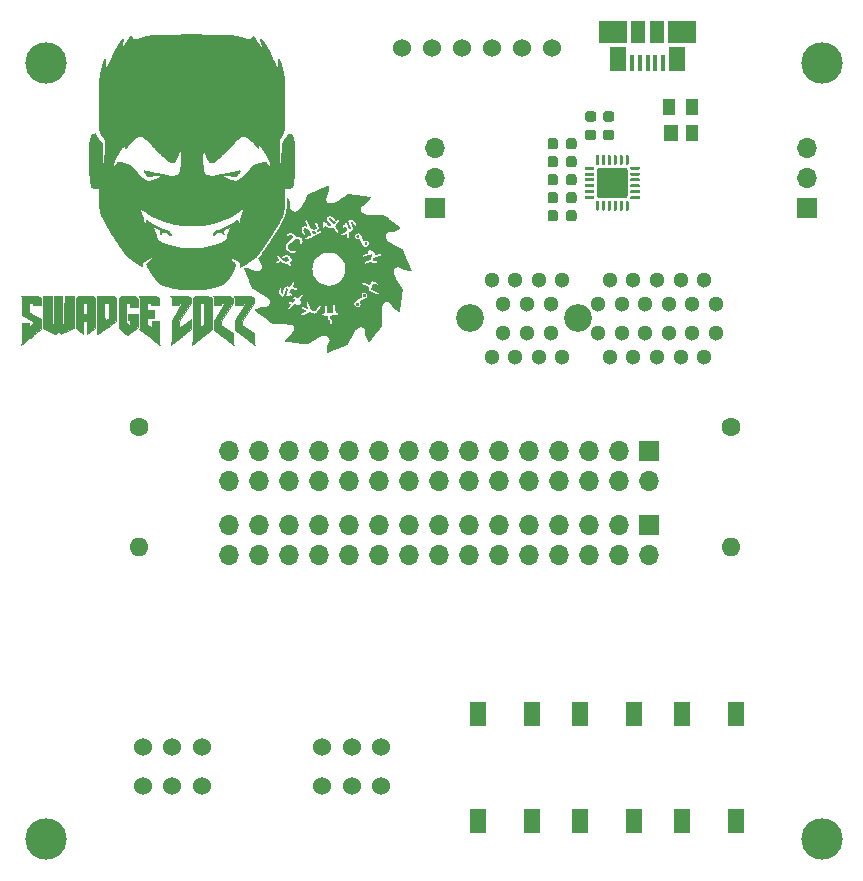
<source format=gts>
G04 #@! TF.GenerationSoftware,KiCad,Pcbnew,(5.1.9)-1*
G04 #@! TF.CreationDate,2021-08-17T23:34:33-04:00*
G04 #@! TF.ProjectId,swadge-programmer,73776164-6765-42d7-9072-6f6772616d6d,rev?*
G04 #@! TF.SameCoordinates,Original*
G04 #@! TF.FileFunction,Soldermask,Top*
G04 #@! TF.FilePolarity,Negative*
%FSLAX46Y46*%
G04 Gerber Fmt 4.6, Leading zero omitted, Abs format (unit mm)*
G04 Created by KiCad (PCBNEW (5.1.9)-1) date 2021-08-17 23:34:33*
%MOMM*%
%LPD*%
G01*
G04 APERTURE LIST*
%ADD10C,0.010000*%
%ADD11O,1.700000X1.700000*%
%ADD12R,1.700000X1.700000*%
%ADD13C,1.300000*%
%ADD14C,2.350000*%
%ADD15C,1.524000*%
%ADD16R,1.175000X1.900000*%
%ADD17R,2.375000X1.900000*%
%ADD18R,1.475000X2.100000*%
%ADD19R,0.450000X1.380000*%
%ADD20R,1.000000X1.400000*%
%ADD21R,1.200000X1.400000*%
%ADD22C,3.510000*%
%ADD23C,1.600000*%
%ADD24O,1.600000X1.600000*%
%ADD25R,1.400000X2.100000*%
G04 APERTURE END LIST*
D10*
G36*
X136371507Y-64501325D02*
G01*
X136377899Y-64505954D01*
X136382742Y-64514368D01*
X136386058Y-64528816D01*
X136387806Y-64550005D01*
X136387941Y-64578639D01*
X136386421Y-64615424D01*
X136383204Y-64661065D01*
X136378246Y-64716269D01*
X136371504Y-64781740D01*
X136362936Y-64858185D01*
X136352498Y-64946308D01*
X136349708Y-64969292D01*
X136342867Y-65024012D01*
X136336378Y-65070343D01*
X136329512Y-65110241D01*
X136321539Y-65145662D01*
X136311728Y-65178562D01*
X136299349Y-65210897D01*
X136283673Y-65244624D01*
X136263968Y-65281697D01*
X136239506Y-65324074D01*
X136209555Y-65373711D01*
X136182027Y-65418542D01*
X136100475Y-65550925D01*
X136115906Y-65619250D01*
X136129725Y-65676129D01*
X136143799Y-65724265D01*
X136159431Y-65767575D01*
X136177929Y-65809970D01*
X136183173Y-65820925D01*
X136206468Y-65864816D01*
X136229413Y-65900391D01*
X136251046Y-65926319D01*
X136269987Y-65941051D01*
X136287100Y-65947388D01*
X136312498Y-65952762D01*
X136346966Y-65957244D01*
X136391286Y-65960904D01*
X136446240Y-65963812D01*
X136512613Y-65966039D01*
X136559925Y-65967110D01*
X136610473Y-65968138D01*
X136662278Y-65969285D01*
X136712285Y-65970477D01*
X136757444Y-65971640D01*
X136794699Y-65972699D01*
X136811243Y-65973228D01*
X136897461Y-65976162D01*
X137039843Y-65886550D01*
X137121023Y-65835435D01*
X137203589Y-65783408D01*
X137286587Y-65731071D01*
X137369064Y-65679027D01*
X137450066Y-65627880D01*
X137528640Y-65578232D01*
X137603832Y-65530687D01*
X137674689Y-65485847D01*
X137740257Y-65444317D01*
X137799583Y-65406697D01*
X137851714Y-65373593D01*
X137895695Y-65345606D01*
X137930574Y-65323341D01*
X137949686Y-65311080D01*
X138063098Y-65238087D01*
X138125653Y-65238817D01*
X138139675Y-65239043D01*
X138153713Y-65239453D01*
X138168611Y-65240141D01*
X138185213Y-65241201D01*
X138204365Y-65242730D01*
X138226910Y-65244821D01*
X138253693Y-65247571D01*
X138285558Y-65251073D01*
X138323350Y-65255423D01*
X138367912Y-65260716D01*
X138420090Y-65267047D01*
X138480727Y-65274511D01*
X138550668Y-65283202D01*
X138630757Y-65293216D01*
X138721839Y-65304647D01*
X138814175Y-65316260D01*
X138957240Y-65334291D01*
X139088170Y-65350857D01*
X139207438Y-65366023D01*
X139315517Y-65379853D01*
X139412879Y-65392413D01*
X139499996Y-65403768D01*
X139577342Y-65413982D01*
X139645389Y-65423122D01*
X139704609Y-65431252D01*
X139755476Y-65438437D01*
X139798461Y-65444742D01*
X139834038Y-65450232D01*
X139862679Y-65454972D01*
X139884857Y-65459029D01*
X139901044Y-65462465D01*
X139911714Y-65465348D01*
X139917338Y-65467741D01*
X139918001Y-65468261D01*
X139918951Y-65477214D01*
X139911913Y-65494697D01*
X139896801Y-65520835D01*
X139873529Y-65555751D01*
X139842013Y-65599569D01*
X139802166Y-65652414D01*
X139753902Y-65714409D01*
X139709617Y-65770125D01*
X139653872Y-65838966D01*
X139604921Y-65897765D01*
X139562377Y-65946957D01*
X139525853Y-65986975D01*
X139494963Y-66018252D01*
X139469322Y-66041224D01*
X139466006Y-66043900D01*
X139434339Y-66065827D01*
X139393509Y-66089171D01*
X139346676Y-66112293D01*
X139297005Y-66133554D01*
X139281456Y-66139536D01*
X139248973Y-66154591D01*
X139220220Y-66174910D01*
X139192559Y-66202743D01*
X139163576Y-66240025D01*
X139127988Y-66296328D01*
X139099280Y-66355196D01*
X139078108Y-66414476D01*
X139065132Y-66472013D01*
X139061007Y-66525653D01*
X139064549Y-66564460D01*
X139075283Y-66605687D01*
X139092370Y-66643234D01*
X139117486Y-66679989D01*
X139152303Y-66718837D01*
X139156550Y-66723115D01*
X139187132Y-66751829D01*
X139220387Y-66779142D01*
X139257939Y-66806104D01*
X139301407Y-66833769D01*
X139352414Y-66863187D01*
X139412582Y-66895411D01*
X139458236Y-66918796D01*
X139588875Y-66984780D01*
X141083087Y-66994046D01*
X141444056Y-67276476D01*
X141513252Y-67330633D01*
X141587143Y-67388492D01*
X141663890Y-67448613D01*
X141741654Y-67509553D01*
X141818594Y-67569871D01*
X141892873Y-67628124D01*
X141962650Y-67682871D01*
X142026086Y-67732668D01*
X142080947Y-67775766D01*
X142146343Y-67827130D01*
X142202547Y-67871184D01*
X142250324Y-67908505D01*
X142290441Y-67939666D01*
X142323663Y-67965240D01*
X142350755Y-67985804D01*
X142372484Y-68001931D01*
X142389614Y-68014196D01*
X142402911Y-68023172D01*
X142413140Y-68029435D01*
X142421068Y-68033558D01*
X142427460Y-68036116D01*
X142428325Y-68036398D01*
X142442526Y-68045550D01*
X142446043Y-68060929D01*
X142438975Y-68083001D01*
X142438559Y-68083856D01*
X142433898Y-68092061D01*
X142427600Y-68099425D01*
X142418012Y-68106920D01*
X142403480Y-68115521D01*
X142382350Y-68126199D01*
X142352967Y-68139928D01*
X142313678Y-68157682D01*
X142311179Y-68158803D01*
X142271297Y-68176868D01*
X142223362Y-68198878D01*
X142170761Y-68223260D01*
X142116879Y-68248441D01*
X142065103Y-68272848D01*
X142040206Y-68284678D01*
X141987141Y-68309682D01*
X141943956Y-68329329D01*
X141909291Y-68344180D01*
X141881788Y-68354791D01*
X141860088Y-68361722D01*
X141843828Y-68365371D01*
X141826970Y-68367412D01*
X141805636Y-68368505D01*
X141778282Y-68368622D01*
X141743366Y-68367739D01*
X141699347Y-68365831D01*
X141644682Y-68362871D01*
X141625850Y-68361767D01*
X141579369Y-68359027D01*
X141536708Y-68356559D01*
X141499607Y-68354459D01*
X141469806Y-68352825D01*
X141449048Y-68351753D01*
X141439071Y-68351340D01*
X141438765Y-68351338D01*
X141427674Y-68355444D01*
X141409217Y-68366668D01*
X141385333Y-68383487D01*
X141357964Y-68404377D01*
X141329050Y-68427815D01*
X141300530Y-68452278D01*
X141274345Y-68476243D01*
X141254465Y-68496036D01*
X141232267Y-68520850D01*
X141211654Y-68546488D01*
X141195449Y-68569306D01*
X141188539Y-68581056D01*
X141180746Y-68597377D01*
X141175986Y-68611374D01*
X141173735Y-68626743D01*
X141173472Y-68647177D01*
X141174674Y-68676373D01*
X141174776Y-68678380D01*
X141177728Y-68715572D01*
X141183145Y-68748556D01*
X141192188Y-68783224D01*
X141200614Y-68809615D01*
X141237270Y-68902574D01*
X141284434Y-68995461D01*
X141340252Y-69085290D01*
X141402871Y-69169073D01*
X141469350Y-69242736D01*
X141482065Y-69255499D01*
X141493654Y-69267019D01*
X141504793Y-69277684D01*
X141516158Y-69287880D01*
X141528425Y-69297996D01*
X141542270Y-69308418D01*
X141558369Y-69319533D01*
X141577397Y-69331729D01*
X141600031Y-69345392D01*
X141626946Y-69360910D01*
X141658819Y-69378670D01*
X141696324Y-69399059D01*
X141740139Y-69422464D01*
X141790938Y-69449272D01*
X141849398Y-69479871D01*
X141916195Y-69514648D01*
X141992005Y-69553989D01*
X142077502Y-69598282D01*
X142173364Y-69647914D01*
X142208250Y-69665976D01*
X142271631Y-69698860D01*
X142332240Y-69730433D01*
X142389036Y-69760146D01*
X142440979Y-69787447D01*
X142487030Y-69811788D01*
X142526147Y-69832617D01*
X142557292Y-69849385D01*
X142579423Y-69861542D01*
X142591501Y-69868537D01*
X142592570Y-69869235D01*
X142616273Y-69887849D01*
X142638977Y-69909789D01*
X142658110Y-69932151D01*
X142671101Y-69952033D01*
X142675051Y-69962337D01*
X142677041Y-69970723D01*
X142680041Y-69980550D01*
X142684645Y-69993251D01*
X142691441Y-70010255D01*
X142701023Y-70032994D01*
X142713980Y-70062897D01*
X142730903Y-70101398D01*
X142752384Y-70149925D01*
X142754546Y-70154800D01*
X142766894Y-70182988D01*
X142783466Y-70221362D01*
X142803611Y-70268384D01*
X142826673Y-70322513D01*
X142851999Y-70382211D01*
X142878936Y-70445939D01*
X142906831Y-70512156D01*
X142935029Y-70579324D01*
X142951365Y-70618350D01*
X142989508Y-70709504D01*
X143023118Y-70789672D01*
X143052518Y-70859602D01*
X143078033Y-70920042D01*
X143099984Y-70971740D01*
X143118694Y-71015445D01*
X143134487Y-71051906D01*
X143147686Y-71081870D01*
X143158614Y-71106086D01*
X143167593Y-71125303D01*
X143174947Y-71140268D01*
X143180999Y-71151732D01*
X143183447Y-71156055D01*
X143192634Y-71174056D01*
X143198144Y-71189052D01*
X143198850Y-71193538D01*
X143201402Y-71204681D01*
X143208559Y-71225590D01*
X143219567Y-71254516D01*
X143233672Y-71289711D01*
X143250121Y-71329424D01*
X143268162Y-71371908D01*
X143287041Y-71415413D01*
X143306006Y-71458191D01*
X143324303Y-71498492D01*
X143341178Y-71534568D01*
X143355880Y-71564669D01*
X143367655Y-71587047D01*
X143370214Y-71591503D01*
X143380816Y-71618992D01*
X143381797Y-71641877D01*
X143379612Y-71659312D01*
X143374819Y-71667769D01*
X143365057Y-71670967D01*
X143363180Y-71671205D01*
X143351587Y-71670381D01*
X143330146Y-71666870D01*
X143301309Y-71661148D01*
X143267529Y-71653692D01*
X143242530Y-71647763D01*
X143208918Y-71639646D01*
X143165636Y-71629323D01*
X143115392Y-71617431D01*
X143060895Y-71604610D01*
X143004852Y-71591497D01*
X142949971Y-71578732D01*
X142941675Y-71576810D01*
X142867184Y-71559462D01*
X142803544Y-71544281D01*
X142749205Y-71530684D01*
X142702621Y-71518092D01*
X142662240Y-71505924D01*
X142626516Y-71493598D01*
X142593899Y-71480533D01*
X142562840Y-71466149D01*
X142531791Y-71449865D01*
X142499203Y-71431100D01*
X142463528Y-71409272D01*
X142423216Y-71383802D01*
X142417630Y-71380242D01*
X142380304Y-71356265D01*
X142351575Y-71338176D01*
X142329020Y-71325549D01*
X142310218Y-71317958D01*
X142292744Y-71314976D01*
X142274178Y-71316178D01*
X142252097Y-71321138D01*
X142224078Y-71329428D01*
X142189424Y-71340102D01*
X142125485Y-71362530D01*
X142065685Y-71389427D01*
X142011525Y-71419786D01*
X141964506Y-71452597D01*
X141926129Y-71486853D01*
X141897895Y-71521545D01*
X141885506Y-71544285D01*
X141873857Y-71581363D01*
X141865890Y-71628335D01*
X141861575Y-71682950D01*
X141860882Y-71742955D01*
X141863780Y-71806099D01*
X141870241Y-71870132D01*
X141880235Y-71932800D01*
X141891322Y-71982682D01*
X141899142Y-72009039D01*
X141910226Y-72039287D01*
X141924870Y-72073958D01*
X141943373Y-72113585D01*
X141966031Y-72158700D01*
X141993140Y-72209834D01*
X142024998Y-72267520D01*
X142061902Y-72332290D01*
X142104147Y-72404676D01*
X142152033Y-72485211D01*
X142205854Y-72574426D01*
X142265908Y-72672854D01*
X142332493Y-72781026D01*
X142375420Y-72850375D01*
X142419629Y-72921709D01*
X142457641Y-72983182D01*
X142489984Y-73035707D01*
X142517186Y-73080196D01*
X142539773Y-73117562D01*
X142558274Y-73148718D01*
X142573216Y-73174577D01*
X142585126Y-73196052D01*
X142594532Y-73214055D01*
X142601962Y-73229498D01*
X142607942Y-73243296D01*
X142613001Y-73256360D01*
X142617621Y-73269475D01*
X142622219Y-73285359D01*
X142625396Y-73302879D01*
X142627078Y-73323356D01*
X142627194Y-73348116D01*
X142625669Y-73378482D01*
X142622430Y-73415780D01*
X142617405Y-73461332D01*
X142610519Y-73516464D01*
X142601699Y-73582499D01*
X142599347Y-73599675D01*
X142590331Y-73665562D01*
X142580350Y-73738986D01*
X142569580Y-73818621D01*
X142558198Y-73903142D01*
X142546379Y-73991223D01*
X142534299Y-74081539D01*
X142522134Y-74172766D01*
X142510061Y-74263577D01*
X142498254Y-74352647D01*
X142486890Y-74438652D01*
X142476144Y-74520265D01*
X142466193Y-74596162D01*
X142457212Y-74665017D01*
X142449378Y-74725505D01*
X142442866Y-74776301D01*
X142437852Y-74816079D01*
X142437112Y-74822050D01*
X142428230Y-74893501D01*
X142420645Y-74953331D01*
X142414191Y-75002534D01*
X142408702Y-75042105D01*
X142404013Y-75073038D01*
X142399956Y-75096328D01*
X142396366Y-75112967D01*
X142393077Y-75123952D01*
X142389924Y-75130276D01*
X142386739Y-75132934D01*
X142385169Y-75133200D01*
X142374121Y-75129220D01*
X142354662Y-75117920D01*
X142328010Y-75100258D01*
X142295386Y-75077193D01*
X142258008Y-75049683D01*
X142217096Y-75018686D01*
X142173870Y-74985162D01*
X142129548Y-74950068D01*
X142085351Y-74914363D01*
X142042497Y-74879005D01*
X142002206Y-74844953D01*
X141965697Y-74813165D01*
X141934189Y-74784600D01*
X141908903Y-74760217D01*
X141903146Y-74754314D01*
X141870896Y-74718547D01*
X141836982Y-74676585D01*
X141800069Y-74626700D01*
X141759147Y-74567639D01*
X141721714Y-74512790D01*
X141689664Y-74467405D01*
X141661716Y-74430136D01*
X141636589Y-74399636D01*
X141613000Y-74374558D01*
X141589670Y-74353555D01*
X141565315Y-74335279D01*
X141538656Y-74318384D01*
X141508410Y-74301522D01*
X141503591Y-74298968D01*
X141446312Y-74271140D01*
X141395802Y-74252260D01*
X141349967Y-74242178D01*
X141306715Y-74240744D01*
X141263953Y-74247809D01*
X141219589Y-74263221D01*
X141191051Y-74276555D01*
X141145130Y-74305952D01*
X141100573Y-74346259D01*
X141058438Y-74395692D01*
X141019784Y-74452465D01*
X140985671Y-74514791D01*
X140957159Y-74580886D01*
X140935306Y-74648964D01*
X140921171Y-74717238D01*
X140918816Y-74735468D01*
X140917797Y-74750430D01*
X140916707Y-74777105D01*
X140915561Y-74814505D01*
X140914371Y-74861644D01*
X140913152Y-74917535D01*
X140911917Y-74981190D01*
X140910678Y-75051623D01*
X140909451Y-75127846D01*
X140908247Y-75208873D01*
X140907081Y-75293717D01*
X140905966Y-75381390D01*
X140904915Y-75470906D01*
X140903942Y-75561277D01*
X140903060Y-75651517D01*
X140902283Y-75740638D01*
X140901624Y-75827653D01*
X140901096Y-75911576D01*
X140900714Y-75991419D01*
X140900490Y-76066196D01*
X140900461Y-76083434D01*
X140900150Y-76306593D01*
X140838724Y-76388234D01*
X140816368Y-76417841D01*
X140792709Y-76448948D01*
X140767057Y-76482443D01*
X140738723Y-76519213D01*
X140707015Y-76560148D01*
X140671244Y-76606135D01*
X140630719Y-76658062D01*
X140584750Y-76716818D01*
X140532646Y-76783291D01*
X140473718Y-76858369D01*
X140439702Y-76901675D01*
X140395942Y-76957438D01*
X140349256Y-77017050D01*
X140301355Y-77078315D01*
X140253952Y-77139039D01*
X140208759Y-77197029D01*
X140167490Y-77250090D01*
X140131856Y-77296027D01*
X140122534Y-77308075D01*
X140062178Y-77385727D01*
X140008973Y-77453309D01*
X139962693Y-77511088D01*
X139923110Y-77559330D01*
X139889998Y-77598303D01*
X139863129Y-77628272D01*
X139842278Y-77649506D01*
X139827215Y-77662270D01*
X139817716Y-77666831D01*
X139817258Y-77666850D01*
X139804636Y-77660783D01*
X139789542Y-77643041D01*
X139772420Y-77614308D01*
X139753714Y-77575270D01*
X139745375Y-77555684D01*
X139733167Y-77526861D01*
X139716868Y-77489516D01*
X139697802Y-77446614D01*
X139677289Y-77401123D01*
X139656651Y-77356009D01*
X139650021Y-77341672D01*
X139621915Y-77280873D01*
X139598782Y-77230132D01*
X139580140Y-77188038D01*
X139565509Y-77153179D01*
X139554409Y-77124143D01*
X139546360Y-77099518D01*
X139540880Y-77077893D01*
X139537490Y-77057855D01*
X139535709Y-77037994D01*
X139535057Y-77016897D01*
X139535006Y-77003709D01*
X139535663Y-76979186D01*
X139537428Y-76945097D01*
X139540099Y-76904506D01*
X139543472Y-76860480D01*
X139547345Y-76816083D01*
X139547654Y-76812775D01*
X139560196Y-76679425D01*
X139511035Y-76633168D01*
X139457022Y-76583726D01*
X139407512Y-76541196D01*
X139363422Y-76506303D01*
X139325667Y-76479774D01*
X139296822Y-76463138D01*
X139239336Y-76441812D01*
X139176075Y-76430652D01*
X139108641Y-76429486D01*
X139038632Y-76438139D01*
X138967648Y-76456438D01*
X138897290Y-76484209D01*
X138844060Y-76512226D01*
X138820244Y-76528874D01*
X138790877Y-76553431D01*
X138758116Y-76583712D01*
X138724117Y-76617533D01*
X138691037Y-76652708D01*
X138661033Y-76687054D01*
X138636261Y-76718384D01*
X138625740Y-76733400D01*
X138612317Y-76754658D01*
X138594182Y-76784669D01*
X138572731Y-76821054D01*
X138549361Y-76861429D01*
X138525468Y-76903416D01*
X138512936Y-76925749D01*
X138493461Y-76960482D01*
X138468725Y-77004349D01*
X138439794Y-77055472D01*
X138407732Y-77111975D01*
X138373608Y-77171981D01*
X138338486Y-77233611D01*
X138303433Y-77294988D01*
X138278533Y-77338499D01*
X138244834Y-77397351D01*
X138210787Y-77456851D01*
X138177370Y-77515285D01*
X138145563Y-77570942D01*
X138116344Y-77622107D01*
X138090690Y-77667070D01*
X138069582Y-77704117D01*
X138056471Y-77727175D01*
X138034597Y-77765059D01*
X138012480Y-77802226D01*
X137991698Y-77836105D01*
X137973830Y-77864123D01*
X137960455Y-77883710D01*
X137959989Y-77884346D01*
X137947195Y-77901288D01*
X137935963Y-77914246D01*
X137923872Y-77924967D01*
X137908502Y-77935203D01*
X137887434Y-77946700D01*
X137858247Y-77961210D01*
X137844238Y-77968016D01*
X137806878Y-77985809D01*
X137766393Y-78004566D01*
X137727521Y-78022122D01*
X137695001Y-78036309D01*
X137693400Y-78036988D01*
X137675686Y-78044289D01*
X137647170Y-78055807D01*
X137608875Y-78071138D01*
X137561828Y-78089878D01*
X137507055Y-78111623D01*
X137445580Y-78135968D01*
X137378431Y-78162509D01*
X137306632Y-78190843D01*
X137231209Y-78220564D01*
X137153188Y-78251269D01*
X137073595Y-78282554D01*
X136993454Y-78314014D01*
X136913793Y-78345244D01*
X136835636Y-78375842D01*
X136760009Y-78405402D01*
X136687939Y-78433521D01*
X136625961Y-78457651D01*
X136554862Y-78485519D01*
X136495030Y-78509475D01*
X136445759Y-78529838D01*
X136406342Y-78546929D01*
X136376071Y-78561065D01*
X136354240Y-78572569D01*
X136340142Y-78581758D01*
X136333070Y-78588953D01*
X136332328Y-78590449D01*
X136323794Y-78597303D01*
X136308502Y-78600194D01*
X136291831Y-78598898D01*
X136279159Y-78593191D01*
X136278620Y-78592680D01*
X136273282Y-78581340D01*
X136271001Y-78564586D01*
X136271000Y-78564224D01*
X136271977Y-78548412D01*
X136274750Y-78521706D01*
X136279079Y-78485749D01*
X136284725Y-78442182D01*
X136291448Y-78392648D01*
X136299008Y-78338789D01*
X136307166Y-78282247D01*
X136315682Y-78224664D01*
X136324318Y-78167683D01*
X136332833Y-78112945D01*
X136340988Y-78062094D01*
X136348544Y-78016770D01*
X136355260Y-77978616D01*
X136360155Y-77952930D01*
X136371698Y-77907351D01*
X136388385Y-77861852D01*
X136411292Y-77814158D01*
X136441492Y-77761988D01*
X136473447Y-77712799D01*
X136497576Y-77676503D01*
X136515079Y-77648616D01*
X136526892Y-77627344D01*
X136533952Y-77610893D01*
X136537195Y-77597469D01*
X136537700Y-77589670D01*
X136534650Y-77575577D01*
X136526126Y-77552345D01*
X136513064Y-77521794D01*
X136496400Y-77485748D01*
X136477071Y-77446029D01*
X136456013Y-77404460D01*
X136434162Y-77362864D01*
X136412455Y-77323063D01*
X136391828Y-77286879D01*
X136373217Y-77256136D01*
X136357559Y-77232656D01*
X136348153Y-77220726D01*
X136305517Y-77182803D01*
X136254244Y-77153136D01*
X136195687Y-77132141D01*
X136131199Y-77120232D01*
X136062132Y-77117825D01*
X136022253Y-77120750D01*
X135974679Y-77127196D01*
X135929280Y-77136027D01*
X135884388Y-77147895D01*
X135838338Y-77163453D01*
X135789461Y-77183355D01*
X135736090Y-77208254D01*
X135676559Y-77238802D01*
X135609199Y-77275654D01*
X135569325Y-77298210D01*
X135525428Y-77323219D01*
X135474496Y-77352153D01*
X135417726Y-77384337D01*
X135356314Y-77419099D01*
X135291456Y-77455765D01*
X135224348Y-77493660D01*
X135156186Y-77532111D01*
X135088168Y-77570444D01*
X135021488Y-77607985D01*
X134957344Y-77644061D01*
X134896931Y-77677998D01*
X134841446Y-77709121D01*
X134792084Y-77736758D01*
X134750044Y-77760234D01*
X134716519Y-77778875D01*
X134692708Y-77792008D01*
X134690607Y-77793156D01*
X134637333Y-77820693D01*
X134591506Y-77840771D01*
X134550881Y-77854134D01*
X134513211Y-77861527D01*
X134477875Y-77863700D01*
X134460726Y-77862795D01*
X134432745Y-77860219D01*
X134395661Y-77856179D01*
X134351204Y-77850881D01*
X134301102Y-77844531D01*
X134247085Y-77837336D01*
X134190880Y-77829503D01*
X134186895Y-77828935D01*
X134121346Y-77819588D01*
X134048598Y-77809259D01*
X133969863Y-77798117D01*
X133886353Y-77786331D01*
X133799279Y-77774070D01*
X133709852Y-77761504D01*
X133619285Y-77748801D01*
X133528789Y-77736132D01*
X133439576Y-77723665D01*
X133352857Y-77711570D01*
X133269844Y-77700016D01*
X133191749Y-77689172D01*
X133119784Y-77679208D01*
X133055159Y-77670292D01*
X132999087Y-77662594D01*
X132952780Y-77656284D01*
X132917448Y-77651530D01*
X132908675Y-77650367D01*
X132869770Y-77645029D01*
X132835127Y-77639876D01*
X132806735Y-77635238D01*
X132786586Y-77631442D01*
X132776671Y-77628818D01*
X132776107Y-77628478D01*
X132773337Y-77623881D01*
X132773420Y-77617146D01*
X132776846Y-77607671D01*
X132784110Y-77594854D01*
X132795704Y-77578093D01*
X132812119Y-77556787D01*
X132833849Y-77530332D01*
X132861385Y-77498127D01*
X132895221Y-77459571D01*
X132935848Y-77414060D01*
X132983760Y-77360995D01*
X133039449Y-77299771D01*
X133092779Y-77241400D01*
X133143778Y-77185590D01*
X133187137Y-77137944D01*
X133223850Y-77097313D01*
X133254914Y-77062549D01*
X133281322Y-77032503D01*
X133304070Y-77006025D01*
X133324152Y-76981969D01*
X133342565Y-76959184D01*
X133360302Y-76936522D01*
X133378359Y-76912835D01*
X133384803Y-76904270D01*
X133428696Y-76840957D01*
X133463842Y-76779946D01*
X133489404Y-76722798D01*
X133500354Y-76688950D01*
X133506779Y-76655120D01*
X133510636Y-76613781D01*
X133511932Y-76568878D01*
X133510670Y-76524360D01*
X133506855Y-76484173D01*
X133500492Y-76452265D01*
X133500067Y-76450825D01*
X133475140Y-76389178D01*
X133439941Y-76334903D01*
X133394847Y-76288456D01*
X133340239Y-76250291D01*
X133327575Y-76243360D01*
X133291086Y-76225890D01*
X133255948Y-76213068D01*
X133218325Y-76203879D01*
X133174380Y-76197311D01*
X133140450Y-76193953D01*
X133111636Y-76191882D01*
X133071294Y-76189558D01*
X133020590Y-76187021D01*
X132960692Y-76184311D01*
X132892767Y-76181468D01*
X132817982Y-76178530D01*
X132737505Y-76175537D01*
X132652504Y-76172529D01*
X132564146Y-76169545D01*
X132473598Y-76166624D01*
X132382029Y-76163806D01*
X132290604Y-76161131D01*
X132200492Y-76158637D01*
X132112860Y-76156365D01*
X132028876Y-76154354D01*
X131949707Y-76152642D01*
X131878424Y-76151303D01*
X131635573Y-76147144D01*
X131345024Y-75918646D01*
X131229050Y-75827420D01*
X131122532Y-75743592D01*
X131024927Y-75666729D01*
X130935689Y-75596402D01*
X130854276Y-75532179D01*
X130780142Y-75473629D01*
X130712743Y-75420322D01*
X130674621Y-75390117D01*
X134036539Y-75390117D01*
X134038007Y-75428014D01*
X134042251Y-75447888D01*
X134051240Y-75469083D01*
X134065604Y-75484149D01*
X134087018Y-75493797D01*
X134117156Y-75498736D01*
X134157691Y-75499679D01*
X134163902Y-75499542D01*
X134190452Y-75498246D01*
X134207921Y-75495452D01*
X134219913Y-75490283D01*
X134227871Y-75483956D01*
X134242572Y-75474362D01*
X134264068Y-75465006D01*
X134279502Y-75460159D01*
X134296505Y-75455240D01*
X134316516Y-75448437D01*
X134340634Y-75439282D01*
X134369954Y-75427309D01*
X134405572Y-75412050D01*
X134448586Y-75393038D01*
X134500091Y-75369807D01*
X134546146Y-75348762D01*
X135834629Y-75348762D01*
X135836172Y-75384048D01*
X135850042Y-75418591D01*
X135875870Y-75451566D01*
X135884724Y-75459985D01*
X135900379Y-75473345D01*
X135915468Y-75483971D01*
X135931657Y-75492175D01*
X135950614Y-75498265D01*
X135974007Y-75502550D01*
X136003503Y-75505342D01*
X136040769Y-75506949D01*
X136087473Y-75507682D01*
X136142405Y-75507850D01*
X136191805Y-75507900D01*
X136229917Y-75508116D01*
X136258153Y-75508598D01*
X136277925Y-75509444D01*
X136290644Y-75510755D01*
X136297723Y-75512629D01*
X136300573Y-75515166D01*
X136300605Y-75518464D01*
X136300474Y-75518962D01*
X136294441Y-75546285D01*
X136289575Y-75579234D01*
X136286377Y-75612939D01*
X136285349Y-75642532D01*
X136286164Y-75657993D01*
X136296925Y-75708087D01*
X136317849Y-75759485D01*
X136349444Y-75813139D01*
X136392217Y-75870000D01*
X136410962Y-75892025D01*
X136437599Y-75923312D01*
X136456726Y-75948807D01*
X136469796Y-75971717D01*
X136478261Y-75995251D01*
X136483571Y-76022614D01*
X136487179Y-76057016D01*
X136487519Y-76061178D01*
X136492247Y-76108897D01*
X136498337Y-76145812D01*
X136506608Y-76173808D01*
X136517881Y-76194771D01*
X136532977Y-76210585D01*
X136552715Y-76223136D01*
X136559425Y-76226434D01*
X136591128Y-76235009D01*
X136626032Y-76234319D01*
X136658965Y-76224651D01*
X136666878Y-76220520D01*
X136684396Y-76206873D01*
X136699865Y-76189538D01*
X136700737Y-76188277D01*
X136713985Y-76164282D01*
X136728061Y-76131473D01*
X136741579Y-76093545D01*
X136753153Y-76054191D01*
X136757098Y-76038137D01*
X136762370Y-76010299D01*
X136764290Y-75984591D01*
X136762226Y-75959649D01*
X136755545Y-75934111D01*
X136743615Y-75906615D01*
X136725804Y-75875797D01*
X136701478Y-75840295D01*
X136670005Y-75798746D01*
X136630754Y-75749787D01*
X136613511Y-75728767D01*
X136590727Y-75700739D01*
X136571082Y-75675850D01*
X136555901Y-75655836D01*
X136546507Y-75642437D01*
X136544050Y-75637662D01*
X136548111Y-75628670D01*
X136558939Y-75612931D01*
X136574498Y-75592856D01*
X136592754Y-75570854D01*
X136611669Y-75549332D01*
X136629211Y-75530702D01*
X136643343Y-75517371D01*
X136649515Y-75512816D01*
X136667214Y-75505903D01*
X136696234Y-75499195D01*
X136736844Y-75492655D01*
X136789313Y-75486246D01*
X136853911Y-75479932D01*
X136930907Y-75473674D01*
X136940925Y-75472931D01*
X137009637Y-75467626D01*
X137067003Y-75462624D01*
X137114368Y-75457777D01*
X137153078Y-75452936D01*
X137184479Y-75447952D01*
X137205560Y-75443690D01*
X137225253Y-75436836D01*
X137239633Y-75425323D01*
X137249569Y-75407325D01*
X137255932Y-75381021D01*
X137259591Y-75344585D01*
X137260411Y-75328702D01*
X137261494Y-75300237D01*
X137261394Y-75281392D01*
X137259502Y-75269098D01*
X137255207Y-75260289D01*
X137247900Y-75251898D01*
X137244463Y-75248436D01*
X137230496Y-75237510D01*
X137211891Y-75228979D01*
X137186760Y-75222385D01*
X137153217Y-75217266D01*
X137109373Y-75213163D01*
X137095664Y-75212179D01*
X137034503Y-75208002D01*
X137030317Y-75162663D01*
X137022076Y-75075040D01*
X137014083Y-74993214D01*
X137006441Y-74918126D01*
X136999254Y-74850719D01*
X136992626Y-74791932D01*
X136986660Y-74742707D01*
X136981461Y-74703985D01*
X136977132Y-74676707D01*
X136976046Y-74671032D01*
X136965240Y-74626709D01*
X136952441Y-74593594D01*
X136936377Y-74570212D01*
X136915773Y-74555092D01*
X136889354Y-74546760D01*
X136866244Y-74544151D01*
X136834770Y-74545235D01*
X136808198Y-74552774D01*
X136786380Y-74567367D01*
X136769165Y-74589615D01*
X136756407Y-74620119D01*
X136747954Y-74659479D01*
X136743660Y-74708296D01*
X136743373Y-74767169D01*
X136746947Y-74836699D01*
X136754231Y-74917487D01*
X136760280Y-74971275D01*
X136766688Y-75029272D01*
X136770538Y-75076183D01*
X136771666Y-75113394D01*
X136769913Y-75142289D01*
X136765115Y-75164254D01*
X136757112Y-75180675D01*
X136745742Y-75192937D01*
X136733462Y-75201040D01*
X136726003Y-75204480D01*
X136716631Y-75207211D01*
X136703808Y-75209336D01*
X136685995Y-75210960D01*
X136661654Y-75212186D01*
X136629246Y-75213118D01*
X136587232Y-75213860D01*
X136534073Y-75214515D01*
X136533439Y-75214522D01*
X136354553Y-75216469D01*
X136350747Y-75182772D01*
X136349033Y-75166386D01*
X136346409Y-75139781D01*
X136343108Y-75105384D01*
X136339361Y-75065625D01*
X136335403Y-75022932D01*
X136334159Y-75009375D01*
X136326842Y-74931040D01*
X136320173Y-74864326D01*
X136313879Y-74808184D01*
X136307687Y-74761567D01*
X136301326Y-74723428D01*
X136294524Y-74692721D01*
X136287007Y-74668397D01*
X136278504Y-74649410D01*
X136268743Y-74634712D01*
X136257450Y-74623258D01*
X136244354Y-74613998D01*
X136229244Y-74605917D01*
X136195206Y-74595751D01*
X136161884Y-74597582D01*
X136130906Y-74610743D01*
X136103901Y-74634562D01*
X136083767Y-74665717D01*
X136066734Y-74700532D01*
X136068854Y-74945915D01*
X136070975Y-75191298D01*
X136050849Y-75209327D01*
X136033513Y-75221256D01*
X136009866Y-75230528D01*
X135980999Y-75237609D01*
X135929470Y-75251484D01*
X135889517Y-75269657D01*
X135860634Y-75292512D01*
X135842315Y-75320434D01*
X135834629Y-75348762D01*
X134546146Y-75348762D01*
X134561185Y-75341890D01*
X134610475Y-75319202D01*
X134655869Y-75298517D01*
X134699408Y-75279158D01*
X134739236Y-75261913D01*
X134773497Y-75247572D01*
X134800335Y-75236922D01*
X134817894Y-75230753D01*
X134820025Y-75230153D01*
X134858125Y-75220200D01*
X134963744Y-75262237D01*
X135036868Y-75290284D01*
X135100743Y-75312443D01*
X135157070Y-75329255D01*
X135207552Y-75341262D01*
X135220117Y-75343697D01*
X135244389Y-75347446D01*
X135262034Y-75347620D01*
X135278701Y-75343898D01*
X135290452Y-75339710D01*
X135310908Y-75329169D01*
X135334458Y-75311690D01*
X135361822Y-75286551D01*
X135393719Y-75253029D01*
X135430872Y-75210401D01*
X135473999Y-75157945D01*
X135483654Y-75145900D01*
X135514091Y-75107919D01*
X135547745Y-75066151D01*
X135581581Y-75024347D01*
X135612565Y-74986258D01*
X135630022Y-74964925D01*
X135681824Y-74899681D01*
X135723904Y-74841907D01*
X135756507Y-74791197D01*
X135779874Y-74747148D01*
X135794250Y-74709352D01*
X135799536Y-74682350D01*
X135800304Y-74665598D01*
X135797452Y-74653614D01*
X135788922Y-74641887D01*
X135774640Y-74627778D01*
X135752626Y-74609113D01*
X135726907Y-74590259D01*
X135713417Y-74581572D01*
X135679710Y-74561362D01*
X135662617Y-74573631D01*
X135645610Y-74587713D01*
X135622006Y-74609914D01*
X135593334Y-74638587D01*
X135561118Y-74672089D01*
X135526887Y-74708775D01*
X135492166Y-74746999D01*
X135458482Y-74785116D01*
X135427362Y-74821482D01*
X135400332Y-74854452D01*
X135391195Y-74866078D01*
X135364012Y-74900548D01*
X135335819Y-74935182D01*
X135308874Y-74967284D01*
X135285431Y-74994159D01*
X135270275Y-75010540D01*
X135249028Y-75031734D01*
X135231384Y-75046208D01*
X135214711Y-75054326D01*
X135196380Y-75056449D01*
X135173758Y-75052941D01*
X135144215Y-75044164D01*
X135110825Y-75032521D01*
X135056155Y-75011806D01*
X135012255Y-74992115D01*
X134977402Y-74972180D01*
X134949873Y-74950731D01*
X134927946Y-74926501D01*
X134909900Y-74898221D01*
X134899265Y-74876690D01*
X134892520Y-74860046D01*
X134882684Y-74833402D01*
X134870489Y-74798865D01*
X134856672Y-74758545D01*
X134841966Y-74714550D01*
X134829367Y-74676000D01*
X134806084Y-74604382D01*
X134786068Y-74543832D01*
X134774150Y-74508731D01*
X138523044Y-74508731D01*
X138532756Y-74549363D01*
X138552133Y-74594843D01*
X138575292Y-74632339D01*
X138606990Y-74670451D01*
X138644618Y-74706974D01*
X138685565Y-74739704D01*
X138727223Y-74766439D01*
X138766981Y-74784974D01*
X138783172Y-74789956D01*
X138809009Y-74793724D01*
X138843435Y-74795043D01*
X138882619Y-74794124D01*
X138922733Y-74791176D01*
X138959947Y-74786409D01*
X138990430Y-74780034D01*
X138996386Y-74778266D01*
X139041128Y-74757442D01*
X139080625Y-74726295D01*
X139113418Y-74686628D01*
X139138045Y-74640240D01*
X139153044Y-74588935D01*
X139153878Y-74584102D01*
X139156319Y-74529650D01*
X139146342Y-74473248D01*
X139124026Y-74415201D01*
X139097887Y-74368639D01*
X139085254Y-74346881D01*
X139074676Y-74325330D01*
X139070651Y-74315109D01*
X139066562Y-74299415D01*
X139068493Y-74289950D01*
X139076103Y-74282315D01*
X139085445Y-74276940D01*
X139104689Y-74267500D01*
X139132018Y-74254828D01*
X139165617Y-74239757D01*
X139203669Y-74223119D01*
X139227785Y-74212772D01*
X139316003Y-74174523D01*
X139392958Y-74139615D01*
X139459482Y-74107522D01*
X139516408Y-74077716D01*
X139564569Y-74049670D01*
X139604797Y-74022856D01*
X139637926Y-73996748D01*
X139664787Y-73970818D01*
X139686215Y-73944538D01*
X139703040Y-73917380D01*
X139707252Y-73909114D01*
X139721325Y-73866001D01*
X139724915Y-73816821D01*
X139718116Y-73762540D01*
X139701024Y-73704121D01*
X139683037Y-73661393D01*
X139652136Y-73610277D01*
X139611853Y-73566280D01*
X139563974Y-73530477D01*
X139510287Y-73503941D01*
X139452577Y-73487744D01*
X139392631Y-73482962D01*
X139386397Y-73483160D01*
X139358333Y-73484966D01*
X139337933Y-73488446D01*
X139320166Y-73494979D01*
X139299997Y-73505945D01*
X139297217Y-73507600D01*
X139272188Y-73524555D01*
X139244321Y-73546607D01*
X139216081Y-73571442D01*
X139189935Y-73596745D01*
X139168348Y-73620206D01*
X139153785Y-73639509D01*
X139150717Y-73645037D01*
X139145376Y-73664510D01*
X139142396Y-73692976D01*
X139141669Y-73726972D01*
X139143086Y-73763034D01*
X139146538Y-73797698D01*
X139151916Y-73827500D01*
X139156978Y-73844150D01*
X139164775Y-73868803D01*
X139170258Y-73894904D01*
X139171062Y-73901300D01*
X139170080Y-73926022D01*
X139160622Y-73943915D01*
X139141330Y-73956466D01*
X139113189Y-73964682D01*
X139073864Y-73976586D01*
X139027773Y-73996777D01*
X138976551Y-74024022D01*
X138921838Y-74057088D01*
X138865269Y-74094740D01*
X138808483Y-74135745D01*
X138753115Y-74178869D01*
X138700804Y-74222878D01*
X138653187Y-74266538D01*
X138611901Y-74308615D01*
X138578583Y-74347876D01*
X138554870Y-74383087D01*
X138552699Y-74387075D01*
X138533007Y-74430617D01*
X138523124Y-74470159D01*
X138523044Y-74508731D01*
X134774150Y-74508731D01*
X134768897Y-74493264D01*
X134754146Y-74451592D01*
X134741394Y-74417731D01*
X134730218Y-74390596D01*
X134720195Y-74369103D01*
X134710903Y-74352164D01*
X134701917Y-74338697D01*
X134694293Y-74329265D01*
X134663289Y-74301507D01*
X134630862Y-74285916D01*
X134598310Y-74282254D01*
X134566933Y-74290282D01*
X134538030Y-74309765D01*
X134512900Y-74340462D01*
X134499863Y-74364850D01*
X134493571Y-74380683D01*
X134489519Y-74396750D01*
X134487954Y-74414486D01*
X134489120Y-74435329D01*
X134493261Y-74460714D01*
X134500624Y-74492079D01*
X134511452Y-74530859D01*
X134525991Y-74578492D01*
X134544487Y-74636414D01*
X134548054Y-74647425D01*
X134565094Y-74701865D01*
X134577266Y-74745394D01*
X134584703Y-74778771D01*
X134587539Y-74802758D01*
X134585906Y-74818117D01*
X134579939Y-74825608D01*
X134579266Y-74825895D01*
X134568945Y-74824900D01*
X134548794Y-74818457D01*
X134520201Y-74807075D01*
X134484552Y-74791261D01*
X134484458Y-74791217D01*
X134437801Y-74769995D01*
X134400180Y-74753787D01*
X134369297Y-74741879D01*
X134342855Y-74733559D01*
X134318555Y-74728111D01*
X134294099Y-74724822D01*
X134267189Y-74722978D01*
X134264400Y-74722851D01*
X134215799Y-74723142D01*
X134177838Y-74729161D01*
X134149557Y-74741468D01*
X134129997Y-74760622D01*
X134118196Y-74787182D01*
X134114047Y-74810397D01*
X134113864Y-74847355D01*
X134122758Y-74877819D01*
X134142072Y-74905369D01*
X134154271Y-74917540D01*
X134173734Y-74932329D01*
X134202294Y-74950011D01*
X134237104Y-74969175D01*
X134275313Y-74988411D01*
X134314073Y-75006307D01*
X134350533Y-75021450D01*
X134381844Y-75032431D01*
X134391901Y-75035244D01*
X134422697Y-75045744D01*
X134445978Y-75059087D01*
X134460770Y-75073947D01*
X134466101Y-75088996D01*
X134460996Y-75102908D01*
X134448550Y-75112429D01*
X134433642Y-75119627D01*
X134409629Y-75130630D01*
X134379105Y-75144303D01*
X134344666Y-75159513D01*
X134308907Y-75175126D01*
X134274423Y-75190009D01*
X134243809Y-75203028D01*
X134219661Y-75213049D01*
X134205335Y-75218665D01*
X134181819Y-75229889D01*
X134152992Y-75247529D01*
X134122366Y-75269015D01*
X134093452Y-75291778D01*
X134069763Y-75313246D01*
X134057712Y-75326720D01*
X134043269Y-75355091D01*
X134036539Y-75390117D01*
X130674621Y-75390117D01*
X130651536Y-75371827D01*
X130595975Y-75327713D01*
X130545516Y-75287550D01*
X130499616Y-75250905D01*
X130457729Y-75217350D01*
X130419312Y-75186452D01*
X130385255Y-75158942D01*
X130345755Y-75126967D01*
X130308957Y-75097183D01*
X130276145Y-75070631D01*
X130248604Y-75048350D01*
X130227618Y-75031378D01*
X130214472Y-75020755D01*
X130210943Y-75017911D01*
X130203413Y-75009357D01*
X130203962Y-75000959D01*
X130213638Y-74991585D01*
X130233491Y-74980102D01*
X130255958Y-74969301D01*
X130275119Y-74960986D01*
X130303782Y-74949219D01*
X130340295Y-74934629D01*
X130383008Y-74917843D01*
X130430267Y-74899489D01*
X130455892Y-74889630D01*
X132876336Y-74889630D01*
X132876777Y-74918372D01*
X132889494Y-74944356D01*
X132914585Y-74967777D01*
X132916506Y-74969119D01*
X132945900Y-74986836D01*
X132971669Y-74995481D01*
X132997710Y-74995381D01*
X133027917Y-74986864D01*
X133044910Y-74979938D01*
X133061642Y-74971538D01*
X133081130Y-74959456D01*
X133104139Y-74943051D01*
X133131435Y-74921682D01*
X133163781Y-74894707D01*
X133201942Y-74861487D01*
X133246684Y-74821380D01*
X133298770Y-74773746D01*
X133358967Y-74717943D01*
X133371827Y-74705950D01*
X133423472Y-74658303D01*
X133466509Y-74619803D01*
X133501048Y-74590362D01*
X133527195Y-74569889D01*
X133545060Y-74558295D01*
X133553611Y-74555350D01*
X133563389Y-74558932D01*
X133580130Y-74568471D01*
X133600752Y-74582152D01*
X133607938Y-74587307D01*
X133649609Y-74613536D01*
X133691248Y-74630090D01*
X133737024Y-74638295D01*
X133772532Y-74639785D01*
X133835066Y-74635490D01*
X133889912Y-74622043D01*
X133938918Y-74598678D01*
X133983934Y-74564627D01*
X134005769Y-74543095D01*
X134047367Y-74491520D01*
X134076614Y-74438214D01*
X134093821Y-74382456D01*
X134099300Y-74325052D01*
X134097927Y-74293999D01*
X134093213Y-74264532D01*
X134084267Y-74233455D01*
X134070197Y-74197576D01*
X134053367Y-74160546D01*
X134021298Y-74092767D01*
X134101162Y-74001107D01*
X134129592Y-73969114D01*
X134158621Y-73937565D01*
X134185943Y-73908885D01*
X134209255Y-73885501D01*
X134223701Y-73872035D01*
X134253625Y-73842980D01*
X134273489Y-73816007D01*
X134284866Y-73788098D01*
X134289330Y-73756239D01*
X134289556Y-73745725D01*
X134284972Y-73708841D01*
X134272077Y-73677892D01*
X134252262Y-73654450D01*
X134226922Y-73640084D01*
X134197449Y-73636366D01*
X134192997Y-73636794D01*
X134174685Y-73642621D01*
X134148568Y-73655918D01*
X134116190Y-73675559D01*
X134079093Y-73700415D01*
X134038820Y-73729362D01*
X133996915Y-73761271D01*
X133954921Y-73795016D01*
X133914381Y-73829470D01*
X133876838Y-73863506D01*
X133859016Y-73880662D01*
X133836331Y-73902505D01*
X133816478Y-73920648D01*
X133801366Y-73933415D01*
X133792903Y-73939132D01*
X133792207Y-73939283D01*
X133783467Y-73936882D01*
X133766122Y-73930548D01*
X133743207Y-73921419D01*
X133731000Y-73916328D01*
X133680399Y-73896231D01*
X133637354Y-73882316D01*
X133598789Y-73873818D01*
X133561631Y-73869970D01*
X133543356Y-73869550D01*
X133488314Y-73874215D01*
X133439781Y-73887840D01*
X133398873Y-73909870D01*
X133366707Y-73939749D01*
X133349418Y-73966134D01*
X133338806Y-73997267D01*
X133340186Y-74027826D01*
X133350125Y-74053945D01*
X133369514Y-74079417D01*
X133398328Y-74101302D01*
X133433449Y-74117992D01*
X133471758Y-74127880D01*
X133497476Y-74129900D01*
X133524676Y-74132975D01*
X133541028Y-74142318D01*
X133546830Y-74158106D01*
X133546850Y-74159284D01*
X133545753Y-74169317D01*
X133541616Y-74179583D01*
X133533170Y-74191554D01*
X133519145Y-74206699D01*
X133498270Y-74226490D01*
X133469277Y-74252399D01*
X133457766Y-74262494D01*
X133427730Y-74288073D01*
X133405180Y-74305564D01*
X133388705Y-74315940D01*
X133376896Y-74320179D01*
X133374072Y-74320400D01*
X133360978Y-74317532D01*
X133340224Y-74309833D01*
X133315240Y-74298657D01*
X133300910Y-74291504D01*
X133241304Y-74266289D01*
X133183354Y-74253542D01*
X133126486Y-74253226D01*
X133070126Y-74265305D01*
X133043173Y-74275457D01*
X133018416Y-74289241D01*
X132992149Y-74308887D01*
X132968228Y-74331055D01*
X132950510Y-74352399D01*
X132946287Y-74359442D01*
X132938098Y-74386658D01*
X132938919Y-74415445D01*
X132948447Y-74440740D01*
X132951388Y-74444956D01*
X132970897Y-74466617D01*
X132993064Y-74482936D01*
X133021006Y-74495625D01*
X133057844Y-74506397D01*
X133067425Y-74508673D01*
X133102161Y-74517611D01*
X133125566Y-74525963D01*
X133138956Y-74534273D01*
X133142924Y-74539939D01*
X133141210Y-74548896D01*
X133131651Y-74564956D01*
X133113977Y-74588459D01*
X133087915Y-74619746D01*
X133053196Y-74659159D01*
X133013543Y-74702707D01*
X132969207Y-74752350D01*
X132932971Y-74796155D01*
X132905239Y-74833574D01*
X132886414Y-74864055D01*
X132876900Y-74887050D01*
X132876336Y-74889630D01*
X130455892Y-74889630D01*
X130480422Y-74880193D01*
X130531822Y-74860585D01*
X130582814Y-74841292D01*
X130631748Y-74822940D01*
X130676972Y-74806159D01*
X130716835Y-74791576D01*
X130749685Y-74779817D01*
X130773870Y-74771512D01*
X130786950Y-74767486D01*
X130814219Y-74762137D01*
X130851844Y-74757274D01*
X130897487Y-74753071D01*
X130948808Y-74749702D01*
X131003467Y-74747343D01*
X131059126Y-74746166D01*
X131074245Y-74746074D01*
X131109179Y-74745486D01*
X131142925Y-74744050D01*
X131171661Y-74741982D01*
X131191563Y-74739495D01*
X131191720Y-74739466D01*
X131245723Y-74723109D01*
X131296885Y-74695419D01*
X131344090Y-74657646D01*
X131386224Y-74611039D01*
X131422171Y-74556847D01*
X131450816Y-74496321D01*
X131471043Y-74430709D01*
X131472286Y-74425175D01*
X131483765Y-74355540D01*
X131485694Y-74292579D01*
X131477619Y-74234100D01*
X131459081Y-74177909D01*
X131429625Y-74121813D01*
X131400149Y-74078559D01*
X131385070Y-74058835D01*
X131369479Y-74039945D01*
X131352698Y-74021415D01*
X131334050Y-74002771D01*
X131312856Y-73983538D01*
X131288439Y-73963242D01*
X131260121Y-73941409D01*
X131227224Y-73917563D01*
X131189070Y-73891231D01*
X131144981Y-73861938D01*
X131094280Y-73829210D01*
X131036289Y-73792573D01*
X130970329Y-73751551D01*
X130895724Y-73705671D01*
X130811795Y-73654458D01*
X130717864Y-73597438D01*
X130679825Y-73574401D01*
X130580828Y-73514356D01*
X130519339Y-73476900D01*
X132151767Y-73476900D01*
X132155283Y-73503716D01*
X132162465Y-73532608D01*
X132171554Y-73561330D01*
X132196233Y-73627993D01*
X132222587Y-73684367D01*
X132251986Y-73732858D01*
X132285798Y-73775873D01*
X132305425Y-73796721D01*
X132343903Y-73832308D01*
X132381270Y-73859510D01*
X132422165Y-73881267D01*
X132466876Y-73898993D01*
X132499075Y-73909035D01*
X132524010Y-73913107D01*
X132545506Y-73911424D01*
X132566375Y-73904633D01*
X132587302Y-73891846D01*
X132611480Y-73870802D01*
X132636151Y-73844434D01*
X132658559Y-73815676D01*
X132675280Y-73788740D01*
X132684802Y-73769252D01*
X132694368Y-73746419D01*
X132704347Y-73719025D01*
X132715108Y-73685853D01*
X132727021Y-73645685D01*
X132740454Y-73597306D01*
X132755778Y-73539497D01*
X132773361Y-73471043D01*
X132781775Y-73437767D01*
X132794124Y-73389318D01*
X132805905Y-73344181D01*
X132816664Y-73304012D01*
X132825948Y-73270469D01*
X132833302Y-73245209D01*
X132838273Y-73229889D01*
X132839595Y-73226710D01*
X132851459Y-73212547D01*
X132865783Y-73210763D01*
X132882243Y-73221343D01*
X132889060Y-73228687D01*
X132901182Y-73248192D01*
X132905399Y-73271189D01*
X132905500Y-73276657D01*
X132903421Y-73301099D01*
X132897596Y-73335181D01*
X132888642Y-73376617D01*
X132877175Y-73423120D01*
X132863812Y-73472404D01*
X132849170Y-73522181D01*
X132833864Y-73570166D01*
X132818513Y-73614072D01*
X132805546Y-73647300D01*
X132794297Y-73676122D01*
X132787131Y-73700455D01*
X132782892Y-73725640D01*
X132780422Y-73757018D01*
X132780007Y-73765170D01*
X132779300Y-73803534D01*
X132781959Y-73831722D01*
X132788789Y-73851999D01*
X132800597Y-73866627D01*
X132818188Y-73877871D01*
X132820528Y-73879006D01*
X132843351Y-73886138D01*
X132870569Y-73887298D01*
X132903774Y-73882252D01*
X132944557Y-73870767D01*
X132991225Y-73853890D01*
X133038622Y-73836079D01*
X133077426Y-73823194D01*
X133110484Y-73814659D01*
X133140649Y-73809896D01*
X133170770Y-73808328D01*
X133203698Y-73809378D01*
X133209217Y-73809736D01*
X133270625Y-73813935D01*
X133308725Y-73785096D01*
X133331876Y-73766607D01*
X133354782Y-73746751D01*
X133371128Y-73731170D01*
X133395432Y-73706083D01*
X133373292Y-73662404D01*
X133357544Y-73632994D01*
X133342817Y-73611004D01*
X133326597Y-73594592D01*
X133306369Y-73581917D01*
X133279619Y-73571138D01*
X133243830Y-73560416D01*
X133228193Y-73556200D01*
X133188470Y-73545262D01*
X133159618Y-73536214D01*
X133140082Y-73528325D01*
X133128305Y-73520868D01*
X133122732Y-73513115D01*
X133121693Y-73506336D01*
X133123882Y-73495424D01*
X133129717Y-73475085D01*
X133138423Y-73447796D01*
X133149227Y-73416034D01*
X133155030Y-73399650D01*
X133188075Y-73307575D01*
X133251575Y-73300239D01*
X133319863Y-73293839D01*
X133379369Y-73291766D01*
X133433295Y-73294157D01*
X133484847Y-73301145D01*
X133534480Y-73312149D01*
X133574251Y-73321816D01*
X133606865Y-73328007D01*
X133637161Y-73331409D01*
X133669980Y-73332707D01*
X133680200Y-73332787D01*
X133722826Y-73331293D01*
X133755599Y-73325840D01*
X133781025Y-73315377D01*
X133801612Y-73298853D01*
X133819868Y-73275219D01*
X133820694Y-73273941D01*
X133834967Y-73242900D01*
X133836902Y-73213239D01*
X133826426Y-73184818D01*
X133803466Y-73157496D01*
X133767948Y-73131133D01*
X133737350Y-73114067D01*
X133675127Y-73087106D01*
X133608346Y-73067382D01*
X133536602Y-73054260D01*
X133506197Y-73049565D01*
X133485783Y-73044973D01*
X133472685Y-73039654D01*
X133464228Y-73032779D01*
X133463114Y-73031463D01*
X133453162Y-73011217D01*
X133454319Y-72987945D01*
X133466720Y-72960554D01*
X133473023Y-72950831D01*
X133501180Y-72905150D01*
X133520902Y-72860858D01*
X133533261Y-72814326D01*
X133539328Y-72761926D01*
X133540406Y-72722735D01*
X133538576Y-72675353D01*
X133532430Y-72638735D01*
X133521212Y-72611455D01*
X133504169Y-72592087D01*
X133480547Y-72579206D01*
X133461610Y-72573703D01*
X133439362Y-72569865D01*
X133422491Y-72570735D01*
X133404437Y-72576678D01*
X133403829Y-72576931D01*
X133360168Y-72600485D01*
X133327523Y-72630195D01*
X133305980Y-72665962D01*
X133296504Y-72700756D01*
X133285618Y-72745343D01*
X133266357Y-72794512D01*
X133240430Y-72845127D01*
X133209547Y-72894051D01*
X133175416Y-72938146D01*
X133155376Y-72959707D01*
X133129274Y-72984691D01*
X133109022Y-73000742D01*
X133092260Y-73008615D01*
X133076626Y-73009064D01*
X133059757Y-73002845D01*
X133045690Y-72994766D01*
X133011670Y-72976138D01*
X132979646Y-72965015D01*
X132944372Y-72959973D01*
X132915025Y-72959298D01*
X132856137Y-72964390D01*
X132798250Y-72977867D01*
X132744367Y-72998663D01*
X132697489Y-73025712D01*
X132673316Y-73045104D01*
X132650111Y-73072184D01*
X132626520Y-73110288D01*
X132603156Y-73157777D01*
X132580635Y-73213015D01*
X132559571Y-73274365D01*
X132540577Y-73340188D01*
X132524268Y-73408848D01*
X132511718Y-73475850D01*
X132503780Y-73516073D01*
X132494730Y-73544075D01*
X132484150Y-73560313D01*
X132471620Y-73565247D01*
X132456723Y-73559335D01*
X132444836Y-73549163D01*
X132437256Y-73540442D01*
X132432621Y-73530686D01*
X132430219Y-73516641D01*
X132429341Y-73495050D01*
X132429251Y-73477726D01*
X132430344Y-73449345D01*
X132433324Y-73414303D01*
X132437743Y-73375788D01*
X132443155Y-73336990D01*
X132449111Y-73301097D01*
X132455166Y-73271299D01*
X132460871Y-73250784D01*
X132461207Y-73249877D01*
X132465201Y-73221572D01*
X132457592Y-73188367D01*
X132438422Y-73150437D01*
X132437759Y-73149372D01*
X132416948Y-73121397D01*
X132394858Y-73104108D01*
X132368307Y-73095636D01*
X132343525Y-73093942D01*
X132314068Y-73096894D01*
X132288142Y-73106358D01*
X132265106Y-73123244D01*
X132244322Y-73148465D01*
X132225149Y-73182932D01*
X132206948Y-73227555D01*
X132189080Y-73283247D01*
X132175276Y-73333744D01*
X132163670Y-73380582D01*
X132155914Y-73418166D01*
X132151962Y-73449327D01*
X132151767Y-73476900D01*
X130519339Y-73476900D01*
X130485771Y-73456453D01*
X130395488Y-73401209D01*
X130310811Y-73349139D01*
X130232573Y-73300759D01*
X130161608Y-73256586D01*
X130098749Y-73217134D01*
X130044830Y-73182921D01*
X130000683Y-73154461D01*
X129986377Y-73145087D01*
X129918193Y-73100149D01*
X129720633Y-72568862D01*
X129672399Y-72439212D01*
X129628336Y-72320918D01*
X129588222Y-72213416D01*
X129551839Y-72116144D01*
X129518968Y-72028539D01*
X129489388Y-71950039D01*
X129462882Y-71880082D01*
X129439228Y-71818104D01*
X129418209Y-71763544D01*
X129399604Y-71715839D01*
X129383195Y-71674426D01*
X129368761Y-71638742D01*
X129356083Y-71608226D01*
X129344943Y-71582314D01*
X129335121Y-71560445D01*
X129326396Y-71542055D01*
X129318551Y-71526582D01*
X129311365Y-71513464D01*
X129304650Y-71502186D01*
X129299498Y-71491622D01*
X129301647Y-71483468D01*
X129312483Y-71472767D01*
X129313012Y-71472307D01*
X129340606Y-71456244D01*
X129372204Y-71451929D01*
X129406250Y-71459397D01*
X129458218Y-71478822D01*
X129516713Y-71499977D01*
X129580545Y-71522480D01*
X129648524Y-71545952D01*
X129719462Y-71570011D01*
X129792168Y-71594277D01*
X129865452Y-71618369D01*
X129938125Y-71641906D01*
X130008997Y-71664507D01*
X130076879Y-71685793D01*
X130140580Y-71705381D01*
X130198912Y-71722892D01*
X130250683Y-71737945D01*
X130294706Y-71750159D01*
X130329789Y-71759152D01*
X130354744Y-71764546D01*
X130363879Y-71765854D01*
X130413370Y-71764806D01*
X130467414Y-71753920D01*
X130523909Y-71734171D01*
X130580754Y-71706538D01*
X130635847Y-71672000D01*
X130687086Y-71631532D01*
X130719222Y-71600532D01*
X130739245Y-71576828D01*
X134995158Y-71576828D01*
X134995875Y-71634919D01*
X134997387Y-71688335D01*
X134999720Y-71734908D01*
X135002897Y-71772466D01*
X135003853Y-71780400D01*
X135016001Y-71857043D01*
X135032158Y-71928095D01*
X135053435Y-71997043D01*
X135080946Y-72067374D01*
X135115804Y-72142577D01*
X135125665Y-72162289D01*
X135192808Y-72281239D01*
X135269713Y-72392813D01*
X135355707Y-72496439D01*
X135450116Y-72591545D01*
X135552265Y-72677560D01*
X135661481Y-72753910D01*
X135777089Y-72820025D01*
X135898415Y-72875333D01*
X136014035Y-72916035D01*
X136058595Y-72928961D01*
X136101443Y-72939887D01*
X136145866Y-72949502D01*
X136195154Y-72958497D01*
X136252596Y-72967560D01*
X136276602Y-72971073D01*
X136316264Y-72976824D01*
X136346359Y-72981017D01*
X136369921Y-72983691D01*
X136389981Y-72984885D01*
X136409572Y-72984638D01*
X136431728Y-72982990D01*
X136459480Y-72979979D01*
X136495861Y-72975644D01*
X136509125Y-72974066D01*
X136598646Y-72962492D01*
X136677531Y-72950071D01*
X136747835Y-72936339D01*
X136811616Y-72920830D01*
X136870931Y-72903081D01*
X136927838Y-72882627D01*
X136945990Y-72875387D01*
X137072791Y-72817099D01*
X137191719Y-72749150D01*
X137219849Y-72729546D01*
X139199893Y-72729546D01*
X139201059Y-72742121D01*
X139201438Y-72744195D01*
X139207155Y-72765824D01*
X139216429Y-72785786D01*
X139230201Y-72804683D01*
X139249410Y-72823118D01*
X139274995Y-72841691D01*
X139307896Y-72861007D01*
X139349054Y-72881666D01*
X139399407Y-72904270D01*
X139459895Y-72929423D01*
X139531459Y-72957725D01*
X139539649Y-72960902D01*
X139608904Y-72988265D01*
X139667634Y-73012611D01*
X139715542Y-73033800D01*
X139752330Y-73051693D01*
X139777703Y-73066150D01*
X139791363Y-73077031D01*
X139793476Y-73080338D01*
X139792963Y-73089983D01*
X139788713Y-73108960D01*
X139781406Y-73134695D01*
X139771722Y-73164612D01*
X139769663Y-73170575D01*
X139752802Y-73224818D01*
X139743411Y-73270055D01*
X139741383Y-73307470D01*
X139746611Y-73338248D01*
X139753114Y-73353886D01*
X139761545Y-73365981D01*
X139774883Y-73378955D01*
X139793727Y-73393084D01*
X139818674Y-73408644D01*
X139850322Y-73425910D01*
X139889269Y-73445159D01*
X139936113Y-73466664D01*
X139991452Y-73490703D01*
X140055883Y-73517551D01*
X140130004Y-73547483D01*
X140214414Y-73580776D01*
X140309710Y-73617704D01*
X140401675Y-73652903D01*
X140445565Y-73669422D01*
X140486289Y-73684367D01*
X140522136Y-73697141D01*
X140551394Y-73707145D01*
X140572353Y-73713781D01*
X140583301Y-73716453D01*
X140583633Y-73716475D01*
X140595431Y-73714051D01*
X140610351Y-73705020D01*
X140630369Y-73688049D01*
X140641743Y-73677295D01*
X140665315Y-73652904D01*
X140680410Y-73632915D01*
X140689031Y-73614560D01*
X140690328Y-73610207D01*
X140693581Y-73577393D01*
X140685228Y-73548242D01*
X140669600Y-73527800D01*
X140657159Y-73519026D01*
X140635318Y-73506594D01*
X140606089Y-73491418D01*
X140571487Y-73474412D01*
X140533524Y-73456488D01*
X140494213Y-73438562D01*
X140455567Y-73421545D01*
X140419600Y-73406351D01*
X140388325Y-73393895D01*
X140363755Y-73385088D01*
X140347903Y-73380846D01*
X140345185Y-73380600D01*
X140334502Y-73378078D01*
X140316171Y-73371439D01*
X140293988Y-73362068D01*
X140291998Y-73361168D01*
X140269896Y-73351358D01*
X140239724Y-73338299D01*
X140205162Y-73323568D01*
X140169886Y-73308742D01*
X140163550Y-73306104D01*
X140119056Y-73287223D01*
X140085226Y-73271831D01*
X140060762Y-73259140D01*
X140044369Y-73248361D01*
X140034753Y-73238705D01*
X140030618Y-73229383D01*
X140030200Y-73224886D01*
X140032616Y-73212366D01*
X140039112Y-73191658D01*
X140048557Y-73166157D01*
X140055007Y-73150353D01*
X140080746Y-73089317D01*
X140101877Y-73038799D01*
X140118834Y-72997659D01*
X140132048Y-72964759D01*
X140141954Y-72938958D01*
X140148983Y-72919119D01*
X140153569Y-72904102D01*
X140156144Y-72892768D01*
X140157143Y-72883978D01*
X140157200Y-72881445D01*
X140162306Y-72859064D01*
X140175610Y-72836736D01*
X140194087Y-72817788D01*
X140214715Y-72805547D01*
X140228721Y-72802750D01*
X140238839Y-72805370D01*
X140256022Y-72812143D01*
X140271201Y-72819069D01*
X140288205Y-72826362D01*
X140314633Y-72836584D01*
X140347820Y-72848757D01*
X140385107Y-72861901D01*
X140419714Y-72873668D01*
X140465465Y-72888611D01*
X140501133Y-72899222D01*
X140528526Y-72905639D01*
X140549447Y-72908000D01*
X140565703Y-72906440D01*
X140579099Y-72901097D01*
X140591441Y-72892109D01*
X140596908Y-72887125D01*
X140620797Y-72858049D01*
X140634330Y-72824591D01*
X140637053Y-72811023D01*
X140637465Y-72782015D01*
X140628013Y-72756611D01*
X140607722Y-72733102D01*
X140581427Y-72713463D01*
X140545397Y-72691900D01*
X140502196Y-72668984D01*
X140453751Y-72645482D01*
X140401988Y-72622165D01*
X140348834Y-72599799D01*
X140296214Y-72579154D01*
X140246056Y-72560999D01*
X140200286Y-72546101D01*
X140160829Y-72535229D01*
X140129613Y-72529152D01*
X140116879Y-72528134D01*
X140083714Y-72533284D01*
X140050928Y-72549917D01*
X140018257Y-72578290D01*
X139985439Y-72618661D01*
X139952213Y-72671287D01*
X139931225Y-72710314D01*
X139915770Y-72740334D01*
X139901942Y-72766641D01*
X139890944Y-72786987D01*
X139883978Y-72799124D01*
X139882603Y-72801162D01*
X139875023Y-72806537D01*
X139862695Y-72808392D01*
X139844295Y-72806471D01*
X139818503Y-72800516D01*
X139783994Y-72790271D01*
X139739447Y-72775477D01*
X139725180Y-72770550D01*
X139680129Y-72754901D01*
X139630017Y-72737511D01*
X139579752Y-72720082D01*
X139534240Y-72704315D01*
X139515675Y-72697890D01*
X139477365Y-72685158D01*
X139438348Y-72673095D01*
X139402309Y-72662779D01*
X139372930Y-72655292D01*
X139363275Y-72653214D01*
X139325244Y-72647310D01*
X139295718Y-72647183D01*
X139271506Y-72653671D01*
X139249413Y-72667610D01*
X139227149Y-72688867D01*
X139211260Y-72706530D01*
X139202734Y-72718886D01*
X139199893Y-72729546D01*
X137219849Y-72729546D01*
X137302397Y-72672020D01*
X137404447Y-72586189D01*
X137497492Y-72492139D01*
X137581156Y-72390348D01*
X137655059Y-72281296D01*
X137718826Y-72165465D01*
X137772078Y-72043334D01*
X137814439Y-71915384D01*
X137845530Y-71782094D01*
X137856210Y-71717270D01*
X137861886Y-71664633D01*
X137865435Y-71603439D01*
X137866859Y-71537618D01*
X137866159Y-71471097D01*
X137863337Y-71407804D01*
X137858394Y-71351665D01*
X137856052Y-71333660D01*
X137830539Y-71199909D01*
X137793529Y-71070628D01*
X137745468Y-70946443D01*
X137686804Y-70827980D01*
X137617986Y-70715865D01*
X137539460Y-70610722D01*
X137451675Y-70513178D01*
X137355078Y-70423858D01*
X137351529Y-70421137D01*
X139200073Y-70421137D01*
X139201115Y-70431075D01*
X139208566Y-70449254D01*
X139223207Y-70471171D01*
X139241952Y-70493106D01*
X139261715Y-70511335D01*
X139274961Y-70520137D01*
X139288261Y-70525458D01*
X139303887Y-70528276D01*
X139323079Y-70528349D01*
X139347078Y-70525436D01*
X139377125Y-70519293D01*
X139414461Y-70509678D01*
X139460328Y-70496350D01*
X139515965Y-70479064D01*
X139563700Y-70463731D01*
X139607294Y-70449744D01*
X139655009Y-70434696D01*
X139705320Y-70419045D01*
X139756699Y-70403249D01*
X139807621Y-70387763D01*
X139856558Y-70373047D01*
X139901985Y-70359557D01*
X139942373Y-70347750D01*
X139976198Y-70338084D01*
X140001933Y-70331016D01*
X140018050Y-70327003D01*
X140022605Y-70326250D01*
X140038761Y-70331735D01*
X140047995Y-70346354D01*
X140049250Y-70356153D01*
X140046819Y-70367954D01*
X140040259Y-70388149D01*
X140030670Y-70413560D01*
X140022778Y-70432671D01*
X140011663Y-70459541D01*
X139997584Y-70494929D01*
X139981877Y-70535402D01*
X139965877Y-70577527D01*
X139954431Y-70608298D01*
X139912554Y-70722071D01*
X139707555Y-70796975D01*
X139657675Y-70815365D01*
X139610302Y-70833139D01*
X139567096Y-70849653D01*
X139529718Y-70864258D01*
X139499829Y-70876310D01*
X139479091Y-70885161D01*
X139471004Y-70889053D01*
X139433302Y-70912621D01*
X139403772Y-70937398D01*
X139383473Y-70962146D01*
X139373464Y-70985627D01*
X139373624Y-71002852D01*
X139382195Y-71019775D01*
X139398881Y-71040342D01*
X139420825Y-71061803D01*
X139445171Y-71081409D01*
X139469059Y-71096408D01*
X139472754Y-71098247D01*
X139486869Y-71104481D01*
X139500218Y-71108695D01*
X139514422Y-71110636D01*
X139531105Y-71110048D01*
X139551889Y-71106679D01*
X139578397Y-71100273D01*
X139612249Y-71090575D01*
X139655070Y-71077332D01*
X139702398Y-71062242D01*
X139745283Y-71048210D01*
X139786636Y-71034181D01*
X139824054Y-71021009D01*
X139855133Y-71009547D01*
X139877470Y-71000649D01*
X139883534Y-70997944D01*
X139908238Y-70987664D01*
X139930850Y-70982143D01*
X139953735Y-70981720D01*
X139979259Y-70986737D01*
X140009787Y-70997531D01*
X140047685Y-71014444D01*
X140068566Y-71024530D01*
X140148207Y-71063591D01*
X140231924Y-71070737D01*
X140285754Y-71073830D01*
X140338209Y-71074049D01*
X140386976Y-71071570D01*
X140429741Y-71066570D01*
X140464189Y-71059224D01*
X140484691Y-71051531D01*
X140509096Y-71035467D01*
X140532517Y-71013895D01*
X140551975Y-70990161D01*
X140564492Y-70967609D01*
X140567009Y-70959058D01*
X140566887Y-70927491D01*
X140555586Y-70897835D01*
X140534628Y-70872119D01*
X140505533Y-70852371D01*
X140479906Y-70842858D01*
X140462071Y-70839445D01*
X140434539Y-70835689D01*
X140400297Y-70831930D01*
X140362330Y-70828506D01*
X140337147Y-70826627D01*
X140228169Y-70819209D01*
X140224434Y-70800535D01*
X140222698Y-70785531D01*
X140221392Y-70762188D01*
X140220736Y-70734870D01*
X140220700Y-70726994D01*
X140222256Y-70689232D01*
X140227804Y-70661236D01*
X140238665Y-70640359D01*
X140256157Y-70623950D01*
X140278568Y-70610860D01*
X140304654Y-70599287D01*
X140340925Y-70585364D01*
X140385239Y-70569790D01*
X140435451Y-70553266D01*
X140489419Y-70536490D01*
X140545000Y-70520163D01*
X140600051Y-70504984D01*
X140614400Y-70501211D01*
X140675738Y-70484177D01*
X140726356Y-70467654D01*
X140768180Y-70450990D01*
X140783804Y-70443685D01*
X140821061Y-70423006D01*
X140856303Y-70399104D01*
X140886959Y-70374042D01*
X140910458Y-70349884D01*
X140922512Y-70332333D01*
X140926921Y-70321891D01*
X140927300Y-70311968D01*
X140922973Y-70298715D01*
X140913263Y-70278283D01*
X140912860Y-70277477D01*
X140895819Y-70247119D01*
X140877998Y-70224664D01*
X140857691Y-70209662D01*
X140833190Y-70201662D01*
X140802788Y-70200212D01*
X140764780Y-70204861D01*
X140717459Y-70215158D01*
X140696891Y-70220403D01*
X140655036Y-70231381D01*
X140607465Y-70243864D01*
X140560533Y-70256185D01*
X140526515Y-70265120D01*
X140492040Y-70273832D01*
X140458727Y-70281639D01*
X140430120Y-70287748D01*
X140409764Y-70291367D01*
X140407961Y-70291607D01*
X140388165Y-70293640D01*
X140376907Y-70292520D01*
X140370161Y-70286948D01*
X140364950Y-70277705D01*
X140358644Y-70263124D01*
X140350136Y-70240707D01*
X140341033Y-70214732D01*
X140338948Y-70208472D01*
X140317686Y-70154281D01*
X140290739Y-70105679D01*
X140255873Y-70059126D01*
X140220700Y-70020898D01*
X140188192Y-69989815D01*
X140158599Y-69966490D01*
X140128418Y-69949064D01*
X140094146Y-69935681D01*
X140052283Y-69924481D01*
X140029749Y-69919601D01*
X139998256Y-69913669D01*
X139970197Y-69909957D01*
X139941316Y-69908169D01*
X139907358Y-69908007D01*
X139874625Y-69908821D01*
X139823608Y-69911625D01*
X139782711Y-69916881D01*
X139749467Y-69925368D01*
X139721406Y-69937865D01*
X139696060Y-69955151D01*
X139678327Y-69970787D01*
X139663503Y-69985415D01*
X139653217Y-69998063D01*
X139647848Y-70010437D01*
X139647774Y-70024242D01*
X139653375Y-70041182D01*
X139665028Y-70062965D01*
X139683113Y-70091295D01*
X139708007Y-70127877D01*
X139715650Y-70138963D01*
X139718868Y-70148675D01*
X139717607Y-70152008D01*
X139710719Y-70155057D01*
X139693372Y-70161567D01*
X139667154Y-70170978D01*
X139633652Y-70182726D01*
X139594455Y-70196251D01*
X139551148Y-70210990D01*
X139547367Y-70212267D01*
X139477630Y-70236319D01*
X139418968Y-70257714D01*
X139370167Y-70276992D01*
X139330012Y-70294697D01*
X139297288Y-70311368D01*
X139270780Y-70327547D01*
X139249274Y-70343776D01*
X139246068Y-70346544D01*
X139219684Y-70373295D01*
X139204615Y-70397667D01*
X139200073Y-70421137D01*
X137351529Y-70421137D01*
X137250118Y-70343389D01*
X137137242Y-70272395D01*
X137071428Y-70237354D01*
X136971890Y-70192905D01*
X136864314Y-70154587D01*
X136752342Y-70123540D01*
X136639616Y-70100906D01*
X136632723Y-70099812D01*
X136587569Y-70094423D01*
X136533459Y-70090636D01*
X136473602Y-70088452D01*
X136411208Y-70087869D01*
X136349486Y-70088890D01*
X136291645Y-70091514D01*
X136240894Y-70095741D01*
X136210675Y-70099757D01*
X136073566Y-70128102D01*
X135942839Y-70167401D01*
X135818595Y-70217594D01*
X135700932Y-70278624D01*
X135589951Y-70350431D01*
X135485751Y-70432957D01*
X135388432Y-70526142D01*
X135298093Y-70629929D01*
X135286170Y-70645093D01*
X135221823Y-70734426D01*
X135163737Y-70828145D01*
X135112870Y-70924247D01*
X135070182Y-71020729D01*
X135036629Y-71115589D01*
X135013171Y-71206824D01*
X135010298Y-71221600D01*
X135006151Y-71251648D01*
X135002623Y-71292213D01*
X134999740Y-71341124D01*
X134997527Y-71396211D01*
X134996009Y-71455304D01*
X134995211Y-71516233D01*
X134995158Y-71576828D01*
X130739245Y-71576828D01*
X130756065Y-71556918D01*
X130781973Y-71514046D01*
X130797672Y-71469483D01*
X130803885Y-71420797D01*
X130801335Y-71365556D01*
X130797473Y-71337609D01*
X130789145Y-71293257D01*
X130778297Y-71249405D01*
X130764279Y-71204419D01*
X130746444Y-71156664D01*
X130724143Y-71104506D01*
X130696728Y-71046311D01*
X130663551Y-70980445D01*
X130653326Y-70960964D01*
X131902095Y-70960964D01*
X131904111Y-70992741D01*
X131916685Y-71022648D01*
X131938996Y-71047994D01*
X131949958Y-71055936D01*
X131986344Y-71073654D01*
X132023328Y-71079948D01*
X132062250Y-71075934D01*
X132085460Y-71069041D01*
X132117590Y-71056483D01*
X132156694Y-71039167D01*
X132200823Y-71017996D01*
X132248030Y-70993877D01*
X132296367Y-70967714D01*
X132302324Y-70964383D01*
X132365510Y-70928919D01*
X132427542Y-70973645D01*
X132501659Y-71022381D01*
X132573482Y-71059674D01*
X132644677Y-71086147D01*
X132716910Y-71102425D01*
X132789249Y-71109053D01*
X132825405Y-71110923D01*
X132854511Y-71113886D01*
X132874317Y-71117677D01*
X132880100Y-71119836D01*
X132889173Y-71126636D01*
X132905702Y-71140973D01*
X132928142Y-71161429D01*
X132954944Y-71186582D01*
X132984563Y-71215014D01*
X132997575Y-71227693D01*
X133043158Y-71271643D01*
X133081143Y-71306745D01*
X133112333Y-71333678D01*
X133137531Y-71353118D01*
X133157539Y-71365744D01*
X133165850Y-71369713D01*
X133181392Y-71372129D01*
X133204155Y-71371274D01*
X133229289Y-71367819D01*
X133251940Y-71362436D01*
X133267258Y-71355796D01*
X133267450Y-71355660D01*
X133289054Y-71335468D01*
X133306687Y-71310436D01*
X133317884Y-71284691D01*
X133320562Y-71266755D01*
X133314484Y-71234887D01*
X133298328Y-71198029D01*
X133272941Y-71157667D01*
X133239169Y-71115288D01*
X133226298Y-71101082D01*
X133198967Y-71070774D01*
X133180500Y-71046319D01*
X133171024Y-71025482D01*
X133170660Y-71006028D01*
X133179534Y-70985722D01*
X133197769Y-70962328D01*
X133225488Y-70933611D01*
X133236160Y-70923150D01*
X133262725Y-70896718D01*
X133281366Y-70876566D01*
X133293717Y-70860606D01*
X133301409Y-70846752D01*
X133305727Y-70834250D01*
X133310212Y-70805480D01*
X133311105Y-70770073D01*
X133308722Y-70732703D01*
X133303379Y-70698049D01*
X133295392Y-70670788D01*
X133294555Y-70668860D01*
X133275723Y-70634140D01*
X133248626Y-70593936D01*
X133215142Y-70550404D01*
X133177149Y-70505705D01*
X133136524Y-70461999D01*
X133095143Y-70421443D01*
X133054885Y-70386197D01*
X133035854Y-70371308D01*
X132984291Y-70335933D01*
X132936776Y-70310770D01*
X132891027Y-70295526D01*
X132844767Y-70289906D01*
X132795715Y-70293616D01*
X132741594Y-70306362D01*
X132684862Y-70326010D01*
X132638613Y-70346379D01*
X132593676Y-70370860D01*
X132551552Y-70398200D01*
X132513743Y-70427147D01*
X132481749Y-70456449D01*
X132457069Y-70484854D01*
X132441206Y-70511110D01*
X132435659Y-70533959D01*
X132440517Y-70552980D01*
X132453350Y-70576599D01*
X132471794Y-70602039D01*
X132493487Y-70626521D01*
X132516065Y-70647267D01*
X132537164Y-70661500D01*
X132547686Y-70665648D01*
X132561206Y-70665477D01*
X132581834Y-70659635D01*
X132610271Y-70647807D01*
X132647214Y-70629677D01*
X132693363Y-70604930D01*
X132737980Y-70579813D01*
X132769240Y-70562657D01*
X132796810Y-70548897D01*
X132818397Y-70539599D01*
X132831711Y-70535831D01*
X132832480Y-70535800D01*
X132841488Y-70537698D01*
X132852937Y-70544196D01*
X132868331Y-70556499D01*
X132889173Y-70575811D01*
X132916968Y-70603337D01*
X132917687Y-70604062D01*
X132959464Y-70647666D01*
X132991175Y-70684017D01*
X133012770Y-70713048D01*
X133024195Y-70734692D01*
X133026150Y-70744342D01*
X133020281Y-70758517D01*
X133003747Y-70775006D01*
X132978154Y-70792852D01*
X132945108Y-70811098D01*
X132906217Y-70828791D01*
X132863085Y-70844972D01*
X132849609Y-70849374D01*
X132813247Y-70859658D01*
X132782403Y-70864917D01*
X132754432Y-70864607D01*
X132726688Y-70858183D01*
X132696527Y-70845104D01*
X132661304Y-70824824D01*
X132629275Y-70804097D01*
X132573717Y-70764638D01*
X132517559Y-70719559D01*
X132459162Y-70667422D01*
X132396886Y-70606788D01*
X132353863Y-70562467D01*
X132291430Y-70498628D01*
X132235226Y-70444690D01*
X132185406Y-70400779D01*
X132142121Y-70367019D01*
X132105525Y-70343537D01*
X132075772Y-70330457D01*
X132067845Y-70328512D01*
X132041889Y-70329663D01*
X132014387Y-70341157D01*
X131988172Y-70361419D01*
X131969986Y-70382947D01*
X131956880Y-70404917D01*
X131950935Y-70425135D01*
X131949825Y-70443725D01*
X131951381Y-70461307D01*
X131956687Y-70479432D01*
X131966703Y-70499647D01*
X131982384Y-70523503D01*
X132004690Y-70552550D01*
X132034578Y-70588336D01*
X132050799Y-70607102D01*
X132087310Y-70650111D01*
X132114859Y-70685062D01*
X132133837Y-70712488D01*
X132144635Y-70732922D01*
X132146142Y-70737128D01*
X132146636Y-70745043D01*
X132142364Y-70753676D01*
X132132107Y-70764015D01*
X132114642Y-70777051D01*
X132088748Y-70793775D01*
X132053204Y-70815176D01*
X132041139Y-70822269D01*
X131998997Y-70848884D01*
X131962822Y-70875586D01*
X131934360Y-70900923D01*
X131915357Y-70923444D01*
X131911461Y-70930010D01*
X131902095Y-70960964D01*
X130653326Y-70960964D01*
X130631810Y-70919975D01*
X130608895Y-70876730D01*
X130585815Y-70832829D01*
X130563946Y-70790913D01*
X130544663Y-70753625D01*
X130529343Y-70723608D01*
X130523765Y-70712485D01*
X130490074Y-70644695D01*
X130513595Y-70617235D01*
X130558598Y-70562561D01*
X130606236Y-70500445D01*
X130657118Y-70430032D01*
X130711849Y-70350465D01*
X130771039Y-70260889D01*
X130814732Y-70192900D01*
X130841194Y-70152361D01*
X130872608Y-70105899D01*
X130906131Y-70057618D01*
X130938923Y-70011622D01*
X130962012Y-69980175D01*
X130992300Y-69939287D01*
X131025748Y-69893585D01*
X131059498Y-69847008D01*
X131090696Y-69803494D01*
X131111710Y-69773800D01*
X131133594Y-69742741D01*
X131161206Y-69703743D01*
X131188161Y-69665790D01*
X132724614Y-69665790D01*
X132735294Y-69728898D01*
X132755722Y-69793924D01*
X132783070Y-69855980D01*
X132817884Y-69914864D01*
X132861728Y-69972906D01*
X132915025Y-70031276D01*
X132968991Y-70082761D01*
X133019882Y-70123898D01*
X133069755Y-70155957D01*
X133120670Y-70180206D01*
X133174684Y-70197913D01*
X133192601Y-70202323D01*
X133218111Y-70206102D01*
X133253117Y-70208450D01*
X133294500Y-70209426D01*
X133339144Y-70209088D01*
X133383932Y-70207497D01*
X133425745Y-70204710D01*
X133461468Y-70200787D01*
X133483802Y-70196816D01*
X133545515Y-70178827D01*
X133595683Y-70155853D01*
X133634487Y-70127783D01*
X133662107Y-70094505D01*
X133667765Y-70084429D01*
X133678508Y-70050389D01*
X133677500Y-70015665D01*
X133665373Y-69982389D01*
X133642761Y-69952690D01*
X133624009Y-69937185D01*
X133606627Y-69926067D01*
X133591611Y-69919936D01*
X133573849Y-69917402D01*
X133550025Y-69917058D01*
X133518775Y-69919252D01*
X133483981Y-69925774D01*
X133442016Y-69937328D01*
X133435725Y-69939274D01*
X133400636Y-69949656D01*
X133372704Y-69956187D01*
X133347261Y-69959663D01*
X133319643Y-69960880D01*
X133308725Y-69960920D01*
X133279325Y-69960331D01*
X133257836Y-69958136D01*
X133239483Y-69953346D01*
X133219492Y-69944974D01*
X133210300Y-69940563D01*
X133174246Y-69919268D01*
X133135828Y-69890338D01*
X133097830Y-69856442D01*
X133063033Y-69820249D01*
X133034221Y-69784428D01*
X133014930Y-69753177D01*
X132997509Y-69706430D01*
X132992366Y-69660178D01*
X132999582Y-69614044D01*
X133019241Y-69567650D01*
X133051424Y-69520622D01*
X133070551Y-69498570D01*
X133087185Y-69481961D01*
X133111359Y-69459675D01*
X133140624Y-69433878D01*
X133172532Y-69406739D01*
X133197551Y-69386137D01*
X133234577Y-69355889D01*
X133275503Y-69322061D01*
X133316382Y-69287941D01*
X133353269Y-69256813D01*
X133369050Y-69243340D01*
X133430776Y-69191717D01*
X133490406Y-69144485D01*
X133545864Y-69103232D01*
X133595077Y-69069547D01*
X133600825Y-69065859D01*
X133633940Y-69046044D01*
X133668797Y-69027317D01*
X133702870Y-69010834D01*
X133733632Y-68997751D01*
X133758559Y-68989226D01*
X133774378Y-68986400D01*
X133797542Y-68990997D01*
X133826144Y-69003534D01*
X133857573Y-69022124D01*
X133889219Y-69044881D01*
X133918473Y-69069920D01*
X133942723Y-69095355D01*
X133959359Y-69119301D01*
X133959967Y-69120469D01*
X133968575Y-69141139D01*
X133972004Y-69161380D01*
X133969860Y-69183609D01*
X133961749Y-69210245D01*
X133947275Y-69243706D01*
X133936126Y-69266559D01*
X133920988Y-69298430D01*
X133909264Y-69326370D01*
X133901947Y-69347846D01*
X133899931Y-69358876D01*
X133905287Y-69380739D01*
X133919768Y-69405417D01*
X133940932Y-69430482D01*
X133966336Y-69453509D01*
X133993537Y-69472071D01*
X134020094Y-69483742D01*
X134027405Y-69485505D01*
X134057924Y-69484996D01*
X134090083Y-69473201D01*
X134122594Y-69451190D01*
X134154168Y-69420036D01*
X134183515Y-69380810D01*
X134209348Y-69334583D01*
X134209613Y-69334028D01*
X134233839Y-69276351D01*
X134248077Y-69224139D01*
X134252300Y-69174979D01*
X134246483Y-69126461D01*
X134230599Y-69076172D01*
X134206290Y-69024800D01*
X134162924Y-68956965D01*
X134109504Y-68896106D01*
X134047283Y-68843417D01*
X133977514Y-68800093D01*
X133962775Y-68792662D01*
X133918824Y-68772999D01*
X133877710Y-68758726D01*
X133835334Y-68748834D01*
X133787597Y-68742312D01*
X133744840Y-68738966D01*
X133708114Y-68736362D01*
X133681114Y-68732814D01*
X133660872Y-68726953D01*
X133644422Y-68717413D01*
X133628797Y-68702825D01*
X133611028Y-68681822D01*
X133605298Y-68674647D01*
X133565312Y-68626056D01*
X133529426Y-68586636D01*
X133495474Y-68554507D01*
X133461294Y-68527793D01*
X133424722Y-68504616D01*
X133385853Y-68484192D01*
X133330508Y-68461124D01*
X133276245Y-68447151D01*
X133218702Y-68441404D01*
X133173111Y-68441857D01*
X133133869Y-68444636D01*
X133102203Y-68449426D01*
X133073037Y-68457128D01*
X133057900Y-68462319D01*
X132997286Y-68488062D01*
X132944911Y-68517793D01*
X132901345Y-68550725D01*
X132867156Y-68586068D01*
X132842916Y-68623034D01*
X132829194Y-68660833D01*
X132826561Y-68698676D01*
X132835586Y-68735774D01*
X132845872Y-68755811D01*
X132872473Y-68787684D01*
X132906475Y-68811159D01*
X132944946Y-68824402D01*
X132958465Y-68826242D01*
X132973798Y-68827181D01*
X132985815Y-68826144D01*
X132997493Y-68821820D01*
X133011808Y-68812902D01*
X133031737Y-68798079D01*
X133043967Y-68788641D01*
X133081219Y-68760105D01*
X133110392Y-68738559D01*
X133133192Y-68722896D01*
X133151327Y-68712010D01*
X133166502Y-68704795D01*
X133180423Y-68700145D01*
X133180459Y-68700135D01*
X133213222Y-68696423D01*
X133247363Y-68701214D01*
X133280528Y-68713122D01*
X133310363Y-68730762D01*
X133334514Y-68752748D01*
X133350627Y-68777695D01*
X133356350Y-68803666D01*
X133351364Y-68825134D01*
X133336999Y-68853119D01*
X133314139Y-68886657D01*
X133283668Y-68924787D01*
X133246472Y-68966546D01*
X133203435Y-69010974D01*
X133155442Y-69057107D01*
X133103378Y-69103985D01*
X133048128Y-69150643D01*
X133007100Y-69183385D01*
X132943631Y-69235458D01*
X132890581Y-69285165D01*
X132846394Y-69334375D01*
X132809514Y-69384957D01*
X132778388Y-69438781D01*
X132757441Y-69483427D01*
X132735676Y-69545168D01*
X132724738Y-69605251D01*
X132724614Y-69665790D01*
X131188161Y-69665790D01*
X131192859Y-69659176D01*
X131226865Y-69611412D01*
X131261538Y-69562822D01*
X131295193Y-69515777D01*
X131300867Y-69507858D01*
X131340859Y-69451963D01*
X131374419Y-69404761D01*
X131402590Y-69364675D01*
X131426413Y-69330130D01*
X131446932Y-69299551D01*
X131465187Y-69271361D01*
X131482222Y-69243986D01*
X131499079Y-69215849D01*
X131516799Y-69185374D01*
X131533353Y-69156399D01*
X131553994Y-69121530D01*
X131576015Y-69086774D01*
X131597266Y-69055369D01*
X131615599Y-69030556D01*
X131621974Y-69022806D01*
X131643137Y-68995322D01*
X131667099Y-68959108D01*
X131691906Y-68917215D01*
X131704935Y-68893361D01*
X131715640Y-68873251D01*
X131725847Y-68854330D01*
X131736046Y-68835816D01*
X131746728Y-68816923D01*
X131758381Y-68796866D01*
X131771497Y-68774861D01*
X131786565Y-68750123D01*
X131804075Y-68721869D01*
X131824517Y-68689312D01*
X131848381Y-68651669D01*
X131876157Y-68608155D01*
X131908335Y-68557985D01*
X131945405Y-68500375D01*
X131987858Y-68434540D01*
X132036182Y-68359696D01*
X132090869Y-68275058D01*
X132096933Y-68265675D01*
X132128563Y-68216709D01*
X134071548Y-68216709D01*
X134077486Y-68293617D01*
X134095398Y-68372137D01*
X134125212Y-68451621D01*
X134142416Y-68487382D01*
X134174601Y-68544323D01*
X134208944Y-68594726D01*
X134244254Y-68637182D01*
X134279338Y-68670281D01*
X134313006Y-68692616D01*
X134317959Y-68694995D01*
X134352752Y-68704939D01*
X134388543Y-68704990D01*
X134421924Y-68695660D01*
X134449489Y-68677462D01*
X134452134Y-68674822D01*
X134466770Y-68652576D01*
X134472630Y-68625035D01*
X134469581Y-68591567D01*
X134457491Y-68551537D01*
X134436226Y-68504314D01*
X134405653Y-68449263D01*
X134404090Y-68446650D01*
X134372038Y-68390993D01*
X134347808Y-68343717D01*
X134330938Y-68303572D01*
X134320971Y-68269310D01*
X134317444Y-68239681D01*
X134319305Y-68216448D01*
X134328438Y-68187377D01*
X134343592Y-68160737D01*
X134362648Y-68138798D01*
X134383484Y-68123834D01*
X134403982Y-68118116D01*
X134410530Y-68118688D01*
X134422358Y-68122630D01*
X134443692Y-68131301D01*
X134472635Y-68143836D01*
X134507293Y-68159367D01*
X134545768Y-68177029D01*
X134586167Y-68195956D01*
X134626592Y-68215282D01*
X134665149Y-68234141D01*
X134685400Y-68244267D01*
X134741275Y-68272471D01*
X134794883Y-68388571D01*
X134821973Y-68448199D01*
X134843395Y-68497600D01*
X134859502Y-68537731D01*
X134870646Y-68569549D01*
X134877178Y-68594010D01*
X134879451Y-68612070D01*
X134879237Y-68617803D01*
X134876474Y-68631092D01*
X134869212Y-68639364D01*
X134853929Y-68646076D01*
X134848600Y-68647863D01*
X134831790Y-68654440D01*
X134805660Y-68666010D01*
X134772116Y-68681627D01*
X134733064Y-68700347D01*
X134690411Y-68721226D01*
X134646063Y-68743319D01*
X134601927Y-68765682D01*
X134559909Y-68787370D01*
X134521915Y-68807438D01*
X134489852Y-68824942D01*
X134480300Y-68830337D01*
X134438346Y-68855539D01*
X134406959Y-68877490D01*
X134384819Y-68897411D01*
X134370606Y-68916524D01*
X134363001Y-68936050D01*
X134362250Y-68939604D01*
X134361611Y-68974335D01*
X134371060Y-69009474D01*
X134388927Y-69041218D01*
X134413545Y-69065762D01*
X134419267Y-69069554D01*
X134433521Y-69077085D01*
X134447207Y-69080569D01*
X134463694Y-69080000D01*
X134486353Y-69075370D01*
X134509002Y-69069345D01*
X134535845Y-69061371D01*
X134565657Y-69051450D01*
X134599245Y-69039234D01*
X134637420Y-69024376D01*
X134680991Y-69006531D01*
X134730767Y-68985350D01*
X134787557Y-68960488D01*
X134852170Y-68931598D01*
X134925417Y-68898332D01*
X135008105Y-68860344D01*
X135101045Y-68817288D01*
X135145151Y-68796761D01*
X135246252Y-68749549D01*
X135336401Y-68707192D01*
X135416232Y-68669342D01*
X135486379Y-68635652D01*
X135519930Y-68619243D01*
X137427523Y-68619243D01*
X137431281Y-68638206D01*
X137438782Y-68654865D01*
X137459206Y-68685703D01*
X137484738Y-68707783D01*
X137515941Y-68721095D01*
X137553381Y-68725634D01*
X137597623Y-68721392D01*
X137649231Y-68708362D01*
X137708770Y-68686537D01*
X137776806Y-68655910D01*
X137787930Y-68650482D01*
X137824692Y-68632802D01*
X137851867Y-68620861D01*
X137870947Y-68614187D01*
X137883422Y-68612306D01*
X137890782Y-68614745D01*
X137892847Y-68617166D01*
X137894826Y-68625447D01*
X137897464Y-68643397D01*
X137900356Y-68668030D01*
X137902172Y-68686110D01*
X137911580Y-68746111D01*
X137928732Y-68802165D01*
X137954776Y-68857005D01*
X137990857Y-68913368D01*
X138005972Y-68933834D01*
X138023809Y-68954187D01*
X138044972Y-68973816D01*
X138066512Y-68990425D01*
X138085482Y-69001721D01*
X138098029Y-69005450D01*
X138109315Y-69002722D01*
X138125238Y-68996062D01*
X138127102Y-68995134D01*
X138152539Y-68979587D01*
X138177658Y-68959843D01*
X138198725Y-68939161D01*
X138211826Y-68921157D01*
X138218654Y-68895688D01*
X138217987Y-68860828D01*
X138209911Y-68817375D01*
X138194930Y-68767325D01*
X138592836Y-68767325D01*
X138593860Y-68797597D01*
X138597655Y-68822039D01*
X138605548Y-68847097D01*
X138613071Y-68865750D01*
X138639316Y-68917755D01*
X138669466Y-68958294D01*
X138704160Y-68988177D01*
X138715750Y-68995297D01*
X138750675Y-69014975D01*
X138877675Y-69015475D01*
X138917099Y-69015681D01*
X138952581Y-69015962D01*
X138982009Y-69016294D01*
X139003272Y-69016651D01*
X139014262Y-69017010D01*
X139014892Y-69017063D01*
X139020702Y-69021933D01*
X139028296Y-69036081D01*
X139038071Y-69060422D01*
X139050423Y-69095875D01*
X139054903Y-69109465D01*
X139080894Y-69180785D01*
X139113250Y-69256306D01*
X139149893Y-69331725D01*
X139188746Y-69402744D01*
X139223973Y-69459475D01*
X139257723Y-69506238D01*
X139295624Y-69552200D01*
X139335719Y-69595404D01*
X139376049Y-69633893D01*
X139414655Y-69665708D01*
X139449579Y-69688893D01*
X139457965Y-69693341D01*
X139495077Y-69709034D01*
X139528263Y-69716024D01*
X139561529Y-69714437D01*
X139598879Y-69704399D01*
X139615208Y-69698303D01*
X139673692Y-69670170D01*
X139727248Y-69634509D01*
X139773835Y-69593083D01*
X139811408Y-69547655D01*
X139833374Y-69510098D01*
X139847863Y-69476396D01*
X139857332Y-69444613D01*
X139862668Y-69410380D01*
X139864756Y-69369329D01*
X139864882Y-69354700D01*
X139864361Y-69323219D01*
X139862241Y-69300295D01*
X139857862Y-69281822D01*
X139850563Y-69263692D01*
X139850065Y-69262625D01*
X139836555Y-69239514D01*
X139816124Y-69211257D01*
X139791464Y-69181005D01*
X139765268Y-69151910D01*
X139740229Y-69127124D01*
X139720173Y-69110585D01*
X139688004Y-69095403D01*
X139647491Y-69088653D01*
X139599718Y-69090257D01*
X139545769Y-69100136D01*
X139486727Y-69118212D01*
X139457624Y-69129478D01*
X139425060Y-69142448D01*
X139401746Y-69149704D01*
X139385328Y-69150685D01*
X139373450Y-69144833D01*
X139363756Y-69131589D01*
X139353891Y-69110394D01*
X139351313Y-69104245D01*
X139343701Y-69084711D01*
X139332985Y-69055461D01*
X139319994Y-69018853D01*
X139305561Y-68977247D01*
X139290515Y-68933001D01*
X139281342Y-68905574D01*
X139255097Y-68827788D01*
X139231645Y-68761210D01*
X139210455Y-68704788D01*
X139191001Y-68657472D01*
X139172752Y-68618212D01*
X139155180Y-68585958D01*
X139137756Y-68559657D01*
X139119951Y-68538261D01*
X139101238Y-68520718D01*
X139081086Y-68505978D01*
X139079795Y-68505144D01*
X139034192Y-68483025D01*
X138982625Y-68470124D01*
X138927280Y-68465984D01*
X138870347Y-68470149D01*
X138814014Y-68482163D01*
X138760470Y-68501568D01*
X138711904Y-68527908D01*
X138670503Y-68560725D01*
X138640201Y-68596883D01*
X138616860Y-68641983D01*
X138600860Y-68694198D01*
X138593296Y-68749583D01*
X138592836Y-68767325D01*
X138194930Y-68767325D01*
X138171622Y-68690781D01*
X138156213Y-68617751D01*
X138147615Y-68542777D01*
X138146495Y-68524863D01*
X138142333Y-68447501D01*
X138233779Y-68403685D01*
X138299010Y-68369898D01*
X138353007Y-68336057D01*
X138397178Y-68300929D01*
X138432933Y-68263279D01*
X138461682Y-68221870D01*
X138478862Y-68188975D01*
X138489799Y-68161686D01*
X138496854Y-68134199D01*
X138499797Y-68105127D01*
X138498399Y-68073079D01*
X138492431Y-68036667D01*
X138481663Y-67994502D01*
X138465867Y-67945197D01*
X138444813Y-67887360D01*
X138418272Y-67819605D01*
X138417628Y-67818000D01*
X138401936Y-67778491D01*
X138387242Y-67740691D01*
X138374459Y-67707010D01*
X138364500Y-67679862D01*
X138358279Y-67661660D01*
X138357676Y-67659684D01*
X138349306Y-67625876D01*
X138347466Y-67602959D01*
X138352142Y-67590936D01*
X138363324Y-67589813D01*
X138380999Y-67599595D01*
X138405155Y-67620285D01*
X138420637Y-67635732D01*
X138445303Y-67663063D01*
X138465541Y-67690199D01*
X138484407Y-67721594D01*
X138499524Y-67750671D01*
X138528396Y-67802013D01*
X138558952Y-67844560D01*
X138590317Y-67878131D01*
X138621615Y-67902543D01*
X138651972Y-67917615D01*
X138680511Y-67923165D01*
X138706357Y-67919010D01*
X138728635Y-67904969D01*
X138746469Y-67880860D01*
X138758985Y-67846501D01*
X138765036Y-67805854D01*
X138763222Y-67751548D01*
X138750986Y-67693489D01*
X138729254Y-67633627D01*
X138698951Y-67573914D01*
X138661002Y-67516302D01*
X138616333Y-67462741D01*
X138589762Y-67436208D01*
X138545623Y-67400626D01*
X138494315Y-67368646D01*
X138438591Y-67341363D01*
X138381202Y-67319873D01*
X138324899Y-67305272D01*
X138272434Y-67298654D01*
X138244891Y-67298903D01*
X138195604Y-67308114D01*
X138147913Y-67327699D01*
X138104677Y-67355922D01*
X138068753Y-67391046D01*
X138050545Y-67416983D01*
X138038819Y-67442011D01*
X138034599Y-67467369D01*
X138034527Y-67479158D01*
X138038338Y-67514610D01*
X138048168Y-67560188D01*
X138063727Y-67614993D01*
X138084725Y-67678131D01*
X138110874Y-67748702D01*
X138141882Y-67825811D01*
X138161358Y-67871737D01*
X138184331Y-67925061D01*
X138202727Y-67968064D01*
X138217050Y-68002065D01*
X138227806Y-68028381D01*
X138235497Y-68048331D01*
X138240630Y-68063232D01*
X138243708Y-68074404D01*
X138245236Y-68083165D01*
X138245719Y-68090832D01*
X138245733Y-68092209D01*
X138244027Y-68109155D01*
X138237413Y-68117716D01*
X138232386Y-68119867D01*
X138215447Y-68118699D01*
X138196200Y-68105498D01*
X138174878Y-68080673D01*
X138151712Y-68044635D01*
X138126936Y-67997794D01*
X138100782Y-67940560D01*
X138073482Y-67873342D01*
X138045269Y-67796552D01*
X138039135Y-67778915D01*
X138015859Y-67714394D01*
X137994349Y-67661631D01*
X137974065Y-67619896D01*
X137954467Y-67588457D01*
X137935014Y-67566585D01*
X137915164Y-67553550D01*
X137894378Y-67548619D01*
X137872115Y-67551063D01*
X137870761Y-67551418D01*
X137852202Y-67558871D01*
X137833405Y-67571935D01*
X137813142Y-67591894D01*
X137790189Y-67620030D01*
X137763321Y-67657626D01*
X137749069Y-67678811D01*
X137709312Y-67733624D01*
X137659995Y-67792853D01*
X137618541Y-67838118D01*
X137584795Y-67874331D01*
X137559413Y-67903238D01*
X137541383Y-67926100D01*
X137529692Y-67944175D01*
X137524657Y-67954866D01*
X137518232Y-67972852D01*
X137516630Y-67985077D01*
X137520246Y-67997323D01*
X137528696Y-68013903D01*
X137545927Y-68038707D01*
X137568426Y-68056010D01*
X137598877Y-68067479D01*
X137623002Y-68072403D01*
X137677022Y-68075137D01*
X137728174Y-68065634D01*
X137775800Y-68044020D01*
X137777499Y-68042981D01*
X137803725Y-68028555D01*
X137823053Y-68023330D01*
X137837945Y-68027919D01*
X137850859Y-68042937D01*
X137861984Y-68064068D01*
X137874411Y-68088206D01*
X137890671Y-68116640D01*
X137907280Y-68143284D01*
X137907554Y-68143699D01*
X137921581Y-68165519D01*
X137929372Y-68180060D01*
X137931979Y-68190447D01*
X137930451Y-68199803D01*
X137928314Y-68205435D01*
X137918942Y-68220053D01*
X137901230Y-68240560D01*
X137876999Y-68265225D01*
X137848068Y-68292314D01*
X137816259Y-68320098D01*
X137783389Y-68346843D01*
X137764874Y-68360962D01*
X137742861Y-68376831D01*
X137721330Y-68391152D01*
X137698202Y-68405070D01*
X137671400Y-68419733D01*
X137638842Y-68436286D01*
X137598452Y-68455875D01*
X137557936Y-68475051D01*
X137511113Y-68500799D01*
X137475476Y-68529137D01*
X137449581Y-68561305D01*
X137442081Y-68574623D01*
X137431058Y-68599625D01*
X137427523Y-68619243D01*
X135519930Y-68619243D01*
X135547475Y-68605772D01*
X135600154Y-68579356D01*
X135645049Y-68556054D01*
X135682794Y-68535520D01*
X135714023Y-68517404D01*
X135739369Y-68501358D01*
X135759465Y-68487035D01*
X135774945Y-68474087D01*
X135786443Y-68462164D01*
X135794593Y-68450920D01*
X135800027Y-68440006D01*
X135801411Y-68436181D01*
X135806054Y-68404212D01*
X135801462Y-68368720D01*
X135788304Y-68334137D01*
X135785244Y-68328634D01*
X135772744Y-68310972D01*
X135756138Y-68292204D01*
X135738270Y-68275029D01*
X135721985Y-68262148D01*
X135710125Y-68256262D01*
X135708901Y-68256150D01*
X135700927Y-68258342D01*
X135683072Y-68264450D01*
X135657283Y-68273768D01*
X135625508Y-68285591D01*
X135589696Y-68299214D01*
X135586095Y-68300600D01*
X135549836Y-68314382D01*
X135517262Y-68326425D01*
X135490365Y-68336020D01*
X135471135Y-68342459D01*
X135461564Y-68345032D01*
X135461251Y-68345050D01*
X135453984Y-68343350D01*
X135453276Y-68337345D01*
X135459766Y-68325681D01*
X135474090Y-68307001D01*
X135485726Y-68293023D01*
X135524233Y-68245277D01*
X135555019Y-68201274D01*
X135578137Y-68159552D01*
X135593637Y-68118651D01*
X135601570Y-68077108D01*
X135601989Y-68033461D01*
X135595189Y-67987891D01*
X135852399Y-67987891D01*
X135856069Y-68018752D01*
X135864356Y-68043932D01*
X135877315Y-68060553D01*
X135879202Y-68061846D01*
X135900558Y-68070275D01*
X135930256Y-68075347D01*
X135964268Y-68076595D01*
X135990259Y-68074731D01*
X136013424Y-68070645D01*
X136030010Y-68063385D01*
X136046137Y-68049908D01*
X136051925Y-68044070D01*
X136067378Y-68026042D01*
X136085726Y-68001564D01*
X136103577Y-67975223D01*
X136107644Y-67968755D01*
X136137964Y-67919630D01*
X136207541Y-67972488D01*
X136284969Y-68025995D01*
X136363031Y-68069614D01*
X136440348Y-68102698D01*
X136515544Y-68124599D01*
X136541188Y-68129516D01*
X136566561Y-68133060D01*
X136585495Y-68133348D01*
X136603933Y-68129945D01*
X136624974Y-68123381D01*
X136653289Y-68111990D01*
X136683213Y-68097191D01*
X136699504Y-68087677D01*
X136727341Y-68071154D01*
X136748379Y-68062667D01*
X136765509Y-68062045D01*
X136781625Y-68069117D01*
X136797604Y-68081878D01*
X136825715Y-68110252D01*
X136858055Y-68148491D01*
X136894949Y-68197017D01*
X136936722Y-68256252D01*
X136973390Y-68310906D01*
X137006623Y-68360614D01*
X137034501Y-68400465D01*
X137058042Y-68431592D01*
X137078260Y-68455125D01*
X137096170Y-68472196D01*
X137112788Y-68483937D01*
X137129128Y-68491478D01*
X137137775Y-68494095D01*
X137179486Y-68499322D01*
X137217453Y-68492785D01*
X137231330Y-68486921D01*
X137251550Y-68469909D01*
X137264595Y-68443741D01*
X137270334Y-68409828D01*
X137268633Y-68369582D01*
X137259362Y-68324414D01*
X137249414Y-68293633D01*
X137232228Y-68253360D01*
X137208307Y-68206607D01*
X137179377Y-68156365D01*
X137147163Y-68105625D01*
X137113392Y-68057377D01*
X137112072Y-68055593D01*
X137078964Y-68010407D01*
X137053342Y-67974110D01*
X137034620Y-67945782D01*
X137022217Y-67924504D01*
X137015548Y-67909355D01*
X137013950Y-67900922D01*
X137018104Y-67884760D01*
X137028866Y-67863622D01*
X137043686Y-67841331D01*
X137060014Y-67821709D01*
X137075298Y-67808579D01*
X137075741Y-67808310D01*
X137089599Y-67796820D01*
X137108891Y-67776390D01*
X137132279Y-67748825D01*
X137158425Y-67715928D01*
X137185992Y-67679503D01*
X137213643Y-67641355D01*
X137240039Y-67603289D01*
X137263844Y-67567108D01*
X137283719Y-67534617D01*
X137297706Y-67508886D01*
X137309996Y-67482614D01*
X137317177Y-67462216D01*
X137320538Y-67442596D01*
X137321371Y-67418659D01*
X137321363Y-67415461D01*
X137316857Y-67372084D01*
X137304007Y-67337059D01*
X137283151Y-67311165D01*
X137272456Y-67303424D01*
X137242698Y-67292140D01*
X137211123Y-67293249D01*
X137178066Y-67306632D01*
X137143864Y-67332166D01*
X137117206Y-67359745D01*
X137095549Y-67384454D01*
X137079997Y-67400974D01*
X137068597Y-67410928D01*
X137059394Y-67415942D01*
X137050435Y-67417641D01*
X137047464Y-67417748D01*
X137038675Y-67415797D01*
X137032029Y-67407811D01*
X137025617Y-67391043D01*
X137023103Y-67382687D01*
X137008902Y-67349389D01*
X136984205Y-67310385D01*
X136949508Y-67266326D01*
X136905309Y-67217866D01*
X136873341Y-67185887D01*
X136818557Y-67134928D01*
X136770376Y-67094738D01*
X136728739Y-67065269D01*
X136693589Y-67046479D01*
X136687796Y-67044171D01*
X136628737Y-67028082D01*
X136564019Y-67020982D01*
X136496744Y-67022667D01*
X136430016Y-67032933D01*
X136366937Y-67051575D01*
X136330160Y-67067685D01*
X136282471Y-67097254D01*
X136243586Y-67132675D01*
X136214125Y-67172589D01*
X136194710Y-67215638D01*
X136185960Y-67260461D01*
X136188497Y-67305702D01*
X136202051Y-67348100D01*
X136211377Y-67366287D01*
X136223480Y-67385854D01*
X136239293Y-67407946D01*
X136259749Y-67433708D01*
X136285781Y-67464286D01*
X136318323Y-67500826D01*
X136358307Y-67544473D01*
X136388266Y-67576700D01*
X136440744Y-67633366D01*
X136484445Y-67681552D01*
X136519691Y-67721635D01*
X136546806Y-67753992D01*
X136566114Y-67779001D01*
X136577939Y-67797039D01*
X136579160Y-67799309D01*
X136585327Y-67814906D01*
X136584024Y-67827951D01*
X136580773Y-67835646D01*
X136572820Y-67847264D01*
X136560550Y-67852951D01*
X136545391Y-67854887D01*
X136513241Y-67851531D01*
X136475585Y-67837580D01*
X136433091Y-67813536D01*
X136386428Y-67779901D01*
X136336266Y-67737178D01*
X136283273Y-67685869D01*
X136228118Y-67626476D01*
X136203549Y-67598160D01*
X136158371Y-67546686D01*
X136119515Y-67505923D01*
X136086789Y-67475685D01*
X136059997Y-67455782D01*
X136052322Y-67451397D01*
X136023595Y-67442244D01*
X135993694Y-67442290D01*
X135965857Y-67450633D01*
X135943322Y-67466372D01*
X135930597Y-67485266D01*
X135926906Y-67499207D01*
X135923601Y-67522844D01*
X135920613Y-67556942D01*
X135917875Y-67602266D01*
X135915510Y-67654706D01*
X135913159Y-67708623D01*
X135910726Y-67751484D01*
X135907954Y-67784936D01*
X135904590Y-67810621D01*
X135900378Y-67830185D01*
X135895063Y-67845272D01*
X135888389Y-67857525D01*
X135882833Y-67865220D01*
X135868564Y-67890015D01*
X135858700Y-67920644D01*
X135853294Y-67954229D01*
X135852399Y-67987891D01*
X135595189Y-67987891D01*
X135594943Y-67986248D01*
X135580486Y-67934008D01*
X135558666Y-67875278D01*
X135529537Y-67808597D01*
X135504569Y-67755878D01*
X135476016Y-67704057D01*
X135444529Y-67659535D01*
X135411215Y-67623365D01*
X135377183Y-67596600D01*
X135343540Y-67580294D01*
X135314661Y-67575430D01*
X135290423Y-67579639D01*
X135262439Y-67590616D01*
X135235541Y-67605888D01*
X135214562Y-67622979D01*
X135209115Y-67629479D01*
X135198245Y-67650227D01*
X135194261Y-67673485D01*
X135197511Y-67700489D01*
X135208342Y-67732473D01*
X135227101Y-67770672D01*
X135254137Y-67816320D01*
X135267658Y-67837420D01*
X135294608Y-67880362D01*
X135314306Y-67916003D01*
X135327716Y-67946724D01*
X135335806Y-67974904D01*
X135339541Y-68002926D01*
X135340054Y-68015884D01*
X135339709Y-68040502D01*
X135336786Y-68057730D01*
X135329882Y-68072827D01*
X135321428Y-68085655D01*
X135296519Y-68111607D01*
X135263117Y-68133003D01*
X135225197Y-68147720D01*
X135195040Y-68153196D01*
X135160754Y-68152058D01*
X135119908Y-68144481D01*
X135075665Y-68131676D01*
X135031192Y-68114848D01*
X134989653Y-68095207D01*
X134954213Y-68073960D01*
X134928038Y-68052316D01*
X134926533Y-68050706D01*
X134915366Y-68035775D01*
X134900757Y-68011480D01*
X134882402Y-67977250D01*
X134859994Y-67932510D01*
X134833231Y-67876688D01*
X134826534Y-67862450D01*
X134795897Y-67797635D01*
X134765030Y-67733324D01*
X134734619Y-67670876D01*
X134705347Y-67611654D01*
X134677900Y-67557018D01*
X134652962Y-67508329D01*
X134631216Y-67466949D01*
X134613349Y-67434239D01*
X134600043Y-67411559D01*
X134598953Y-67409838D01*
X134577231Y-67381461D01*
X134553401Y-67363334D01*
X134523677Y-67353120D01*
X134501863Y-67349859D01*
X134463149Y-67350259D01*
X134431485Y-67359788D01*
X134407959Y-67377979D01*
X134397231Y-67394914D01*
X134389140Y-67416997D01*
X134385140Y-67440081D01*
X134385565Y-67465634D01*
X134390750Y-67495126D01*
X134401029Y-67530029D01*
X134416739Y-67571810D01*
X134438214Y-67621941D01*
X134459643Y-67668775D01*
X134484509Y-67722335D01*
X134504314Y-67765651D01*
X134519559Y-67799897D01*
X134530744Y-67826247D01*
X134538369Y-67845875D01*
X134542934Y-67859955D01*
X134544832Y-67868800D01*
X134544994Y-67879426D01*
X134539193Y-67883269D01*
X134525500Y-67882949D01*
X134509113Y-67879514D01*
X134486042Y-67872081D01*
X134461029Y-67862195D01*
X134458825Y-67861229D01*
X134433965Y-67851505D01*
X134410636Y-67844540D01*
X134393526Y-67841709D01*
X134392343Y-67841707D01*
X134376424Y-67845039D01*
X134352140Y-67853760D01*
X134321994Y-67866682D01*
X134288485Y-67882620D01*
X134254114Y-67900384D01*
X134221383Y-67918788D01*
X134193863Y-67935931D01*
X134159282Y-67963148D01*
X134132102Y-67994907D01*
X134110185Y-68034140D01*
X134095885Y-68070325D01*
X134077657Y-68142062D01*
X134071548Y-68216709D01*
X132128563Y-68216709D01*
X132154456Y-68176625D01*
X132205464Y-68097555D01*
X132250361Y-68027797D01*
X132289556Y-67966686D01*
X132323454Y-67913553D01*
X132352464Y-67867731D01*
X132376992Y-67828555D01*
X132397445Y-67795356D01*
X132414229Y-67767467D01*
X132427753Y-67744222D01*
X132438422Y-67724953D01*
X132446644Y-67708994D01*
X132452826Y-67695677D01*
X132457374Y-67684336D01*
X132460696Y-67674303D01*
X132463032Y-67665600D01*
X132468082Y-67653270D01*
X132478320Y-67633737D01*
X132491922Y-67610382D01*
X132498611Y-67599596D01*
X132517304Y-67566883D01*
X132531047Y-67536379D01*
X132537263Y-67516070D01*
X132545006Y-67491297D01*
X132556134Y-67470047D01*
X132560350Y-67464598D01*
X132567776Y-67453634D01*
X132579666Y-67432883D01*
X132595164Y-67404087D01*
X132613411Y-67368992D01*
X132633548Y-67329339D01*
X132654719Y-67286872D01*
X132676065Y-67243335D01*
X132696727Y-67200471D01*
X132715848Y-67160023D01*
X132732569Y-67123734D01*
X132746033Y-67093349D01*
X132755382Y-67070609D01*
X132758343Y-67062350D01*
X132765777Y-67037172D01*
X132774236Y-67004979D01*
X132782316Y-66971223D01*
X132785327Y-66957575D01*
X132793042Y-66924796D01*
X132802115Y-66891238D01*
X132811029Y-66862366D01*
X132814418Y-66852800D01*
X132823937Y-66826199D01*
X132831194Y-66802009D01*
X132836641Y-66777480D01*
X132840732Y-66749866D01*
X132843921Y-66716419D01*
X132846661Y-66674391D01*
X132848000Y-66649383D01*
X132850276Y-66608635D01*
X132852598Y-66577950D01*
X132855370Y-66554694D01*
X132858998Y-66536233D01*
X132863886Y-66519936D01*
X132870441Y-66503168D01*
X132870544Y-66502923D01*
X132884576Y-66468911D01*
X132894402Y-66442401D01*
X132901054Y-66419329D01*
X132905566Y-66395627D01*
X132908973Y-66367230D01*
X132911196Y-66343039D01*
X132912570Y-66322316D01*
X132914119Y-66290420D01*
X132915794Y-66248876D01*
X132917543Y-66199208D01*
X132919317Y-66142942D01*
X132921065Y-66081603D01*
X132922740Y-66016715D01*
X132924289Y-65949804D01*
X132924692Y-65930983D01*
X132926110Y-65865903D01*
X132927552Y-65804136D01*
X132928980Y-65746945D01*
X132930361Y-65695594D01*
X132931656Y-65651348D01*
X132932831Y-65615469D01*
X132933849Y-65589221D01*
X132934674Y-65573869D01*
X132934958Y-65570948D01*
X132936460Y-65564947D01*
X132938986Y-65563891D01*
X132943131Y-65568929D01*
X132949493Y-65581214D01*
X132958669Y-65601897D01*
X132971255Y-65632129D01*
X132987643Y-65672548D01*
X133005486Y-65716387D01*
X133024623Y-65762629D01*
X133043522Y-65807628D01*
X133060655Y-65847739D01*
X133073282Y-65876609D01*
X133087447Y-65909085D01*
X133100503Y-65940210D01*
X133111133Y-65966767D01*
X133118023Y-65985540D01*
X133118730Y-65987734D01*
X133123298Y-66010951D01*
X133126331Y-66045494D01*
X133127815Y-66090076D01*
X133127737Y-66143416D01*
X133126083Y-66204228D01*
X133122841Y-66271229D01*
X133121855Y-66287614D01*
X133119108Y-66339299D01*
X133118415Y-66380593D01*
X133120314Y-66413713D01*
X133125344Y-66440877D01*
X133134042Y-66464302D01*
X133146948Y-66486205D01*
X133164600Y-66508805D01*
X133179687Y-66525810D01*
X133223488Y-66567770D01*
X133274890Y-66607079D01*
X133331464Y-66642526D01*
X133390783Y-66672899D01*
X133450418Y-66696986D01*
X133507940Y-66713576D01*
X133560922Y-66721456D01*
X133572667Y-66721916D01*
X133598524Y-66721788D01*
X133616892Y-66719578D01*
X133632960Y-66713934D01*
X133651917Y-66703504D01*
X133658392Y-66699576D01*
X133676223Y-66689049D01*
X133702636Y-66673943D01*
X133735040Y-66655717D01*
X133770845Y-66635830D01*
X133804025Y-66617613D01*
X133855389Y-66589544D01*
X133896911Y-66566619D01*
X133929894Y-66547899D01*
X133955642Y-66532440D01*
X133975458Y-66519302D01*
X133990646Y-66507544D01*
X134002510Y-66496223D01*
X134012353Y-66484399D01*
X134021480Y-66471129D01*
X134031193Y-66455473D01*
X134033261Y-66452071D01*
X134042346Y-66436497D01*
X134056776Y-66410958D01*
X134075880Y-66376675D01*
X134098986Y-66334867D01*
X134125424Y-66286754D01*
X134154523Y-66233557D01*
X134185611Y-66176495D01*
X134218018Y-66116789D01*
X134238953Y-66078100D01*
X134299938Y-65965275D01*
X134355203Y-65863084D01*
X134405057Y-65770980D01*
X134449806Y-65688418D01*
X134489757Y-65614851D01*
X134525218Y-65549734D01*
X134556497Y-65492521D01*
X134583899Y-65442665D01*
X134607733Y-65399622D01*
X134628306Y-65362844D01*
X134645925Y-65331787D01*
X134660897Y-65305903D01*
X134673530Y-65284649D01*
X134684130Y-65267476D01*
X134693005Y-65253840D01*
X134700463Y-65243195D01*
X134706810Y-65234995D01*
X134712353Y-65228693D01*
X134717400Y-65223745D01*
X134722008Y-65219806D01*
X134729882Y-65214164D01*
X134741284Y-65207291D01*
X134756883Y-65198887D01*
X134777350Y-65188653D01*
X134803352Y-65176288D01*
X134835559Y-65161495D01*
X134874640Y-65143974D01*
X134921265Y-65123425D01*
X134976101Y-65099550D01*
X135039820Y-65072049D01*
X135113089Y-65040622D01*
X135196577Y-65004971D01*
X135290955Y-64964796D01*
X135315325Y-64954437D01*
X135391658Y-64921983D01*
X135474281Y-64886831D01*
X135560715Y-64850035D01*
X135648479Y-64812652D01*
X135735096Y-64775739D01*
X135818086Y-64740352D01*
X135894971Y-64707547D01*
X135963271Y-64678380D01*
X135978900Y-64671701D01*
X136037824Y-64646602D01*
X136093753Y-64622944D01*
X136145497Y-64601220D01*
X136191867Y-64581920D01*
X136231675Y-64565537D01*
X136263732Y-64552560D01*
X136286849Y-64543483D01*
X136299836Y-64538796D01*
X136301543Y-64538327D01*
X136320818Y-64529505D01*
X136328306Y-64518764D01*
X136339102Y-64504908D01*
X136355128Y-64498675D01*
X136371507Y-64501325D01*
G37*
X136371507Y-64501325D02*
X136377899Y-64505954D01*
X136382742Y-64514368D01*
X136386058Y-64528816D01*
X136387806Y-64550005D01*
X136387941Y-64578639D01*
X136386421Y-64615424D01*
X136383204Y-64661065D01*
X136378246Y-64716269D01*
X136371504Y-64781740D01*
X136362936Y-64858185D01*
X136352498Y-64946308D01*
X136349708Y-64969292D01*
X136342867Y-65024012D01*
X136336378Y-65070343D01*
X136329512Y-65110241D01*
X136321539Y-65145662D01*
X136311728Y-65178562D01*
X136299349Y-65210897D01*
X136283673Y-65244624D01*
X136263968Y-65281697D01*
X136239506Y-65324074D01*
X136209555Y-65373711D01*
X136182027Y-65418542D01*
X136100475Y-65550925D01*
X136115906Y-65619250D01*
X136129725Y-65676129D01*
X136143799Y-65724265D01*
X136159431Y-65767575D01*
X136177929Y-65809970D01*
X136183173Y-65820925D01*
X136206468Y-65864816D01*
X136229413Y-65900391D01*
X136251046Y-65926319D01*
X136269987Y-65941051D01*
X136287100Y-65947388D01*
X136312498Y-65952762D01*
X136346966Y-65957244D01*
X136391286Y-65960904D01*
X136446240Y-65963812D01*
X136512613Y-65966039D01*
X136559925Y-65967110D01*
X136610473Y-65968138D01*
X136662278Y-65969285D01*
X136712285Y-65970477D01*
X136757444Y-65971640D01*
X136794699Y-65972699D01*
X136811243Y-65973228D01*
X136897461Y-65976162D01*
X137039843Y-65886550D01*
X137121023Y-65835435D01*
X137203589Y-65783408D01*
X137286587Y-65731071D01*
X137369064Y-65679027D01*
X137450066Y-65627880D01*
X137528640Y-65578232D01*
X137603832Y-65530687D01*
X137674689Y-65485847D01*
X137740257Y-65444317D01*
X137799583Y-65406697D01*
X137851714Y-65373593D01*
X137895695Y-65345606D01*
X137930574Y-65323341D01*
X137949686Y-65311080D01*
X138063098Y-65238087D01*
X138125653Y-65238817D01*
X138139675Y-65239043D01*
X138153713Y-65239453D01*
X138168611Y-65240141D01*
X138185213Y-65241201D01*
X138204365Y-65242730D01*
X138226910Y-65244821D01*
X138253693Y-65247571D01*
X138285558Y-65251073D01*
X138323350Y-65255423D01*
X138367912Y-65260716D01*
X138420090Y-65267047D01*
X138480727Y-65274511D01*
X138550668Y-65283202D01*
X138630757Y-65293216D01*
X138721839Y-65304647D01*
X138814175Y-65316260D01*
X138957240Y-65334291D01*
X139088170Y-65350857D01*
X139207438Y-65366023D01*
X139315517Y-65379853D01*
X139412879Y-65392413D01*
X139499996Y-65403768D01*
X139577342Y-65413982D01*
X139645389Y-65423122D01*
X139704609Y-65431252D01*
X139755476Y-65438437D01*
X139798461Y-65444742D01*
X139834038Y-65450232D01*
X139862679Y-65454972D01*
X139884857Y-65459029D01*
X139901044Y-65462465D01*
X139911714Y-65465348D01*
X139917338Y-65467741D01*
X139918001Y-65468261D01*
X139918951Y-65477214D01*
X139911913Y-65494697D01*
X139896801Y-65520835D01*
X139873529Y-65555751D01*
X139842013Y-65599569D01*
X139802166Y-65652414D01*
X139753902Y-65714409D01*
X139709617Y-65770125D01*
X139653872Y-65838966D01*
X139604921Y-65897765D01*
X139562377Y-65946957D01*
X139525853Y-65986975D01*
X139494963Y-66018252D01*
X139469322Y-66041224D01*
X139466006Y-66043900D01*
X139434339Y-66065827D01*
X139393509Y-66089171D01*
X139346676Y-66112293D01*
X139297005Y-66133554D01*
X139281456Y-66139536D01*
X139248973Y-66154591D01*
X139220220Y-66174910D01*
X139192559Y-66202743D01*
X139163576Y-66240025D01*
X139127988Y-66296328D01*
X139099280Y-66355196D01*
X139078108Y-66414476D01*
X139065132Y-66472013D01*
X139061007Y-66525653D01*
X139064549Y-66564460D01*
X139075283Y-66605687D01*
X139092370Y-66643234D01*
X139117486Y-66679989D01*
X139152303Y-66718837D01*
X139156550Y-66723115D01*
X139187132Y-66751829D01*
X139220387Y-66779142D01*
X139257939Y-66806104D01*
X139301407Y-66833769D01*
X139352414Y-66863187D01*
X139412582Y-66895411D01*
X139458236Y-66918796D01*
X139588875Y-66984780D01*
X141083087Y-66994046D01*
X141444056Y-67276476D01*
X141513252Y-67330633D01*
X141587143Y-67388492D01*
X141663890Y-67448613D01*
X141741654Y-67509553D01*
X141818594Y-67569871D01*
X141892873Y-67628124D01*
X141962650Y-67682871D01*
X142026086Y-67732668D01*
X142080947Y-67775766D01*
X142146343Y-67827130D01*
X142202547Y-67871184D01*
X142250324Y-67908505D01*
X142290441Y-67939666D01*
X142323663Y-67965240D01*
X142350755Y-67985804D01*
X142372484Y-68001931D01*
X142389614Y-68014196D01*
X142402911Y-68023172D01*
X142413140Y-68029435D01*
X142421068Y-68033558D01*
X142427460Y-68036116D01*
X142428325Y-68036398D01*
X142442526Y-68045550D01*
X142446043Y-68060929D01*
X142438975Y-68083001D01*
X142438559Y-68083856D01*
X142433898Y-68092061D01*
X142427600Y-68099425D01*
X142418012Y-68106920D01*
X142403480Y-68115521D01*
X142382350Y-68126199D01*
X142352967Y-68139928D01*
X142313678Y-68157682D01*
X142311179Y-68158803D01*
X142271297Y-68176868D01*
X142223362Y-68198878D01*
X142170761Y-68223260D01*
X142116879Y-68248441D01*
X142065103Y-68272848D01*
X142040206Y-68284678D01*
X141987141Y-68309682D01*
X141943956Y-68329329D01*
X141909291Y-68344180D01*
X141881788Y-68354791D01*
X141860088Y-68361722D01*
X141843828Y-68365371D01*
X141826970Y-68367412D01*
X141805636Y-68368505D01*
X141778282Y-68368622D01*
X141743366Y-68367739D01*
X141699347Y-68365831D01*
X141644682Y-68362871D01*
X141625850Y-68361767D01*
X141579369Y-68359027D01*
X141536708Y-68356559D01*
X141499607Y-68354459D01*
X141469806Y-68352825D01*
X141449048Y-68351753D01*
X141439071Y-68351340D01*
X141438765Y-68351338D01*
X141427674Y-68355444D01*
X141409217Y-68366668D01*
X141385333Y-68383487D01*
X141357964Y-68404377D01*
X141329050Y-68427815D01*
X141300530Y-68452278D01*
X141274345Y-68476243D01*
X141254465Y-68496036D01*
X141232267Y-68520850D01*
X141211654Y-68546488D01*
X141195449Y-68569306D01*
X141188539Y-68581056D01*
X141180746Y-68597377D01*
X141175986Y-68611374D01*
X141173735Y-68626743D01*
X141173472Y-68647177D01*
X141174674Y-68676373D01*
X141174776Y-68678380D01*
X141177728Y-68715572D01*
X141183145Y-68748556D01*
X141192188Y-68783224D01*
X141200614Y-68809615D01*
X141237270Y-68902574D01*
X141284434Y-68995461D01*
X141340252Y-69085290D01*
X141402871Y-69169073D01*
X141469350Y-69242736D01*
X141482065Y-69255499D01*
X141493654Y-69267019D01*
X141504793Y-69277684D01*
X141516158Y-69287880D01*
X141528425Y-69297996D01*
X141542270Y-69308418D01*
X141558369Y-69319533D01*
X141577397Y-69331729D01*
X141600031Y-69345392D01*
X141626946Y-69360910D01*
X141658819Y-69378670D01*
X141696324Y-69399059D01*
X141740139Y-69422464D01*
X141790938Y-69449272D01*
X141849398Y-69479871D01*
X141916195Y-69514648D01*
X141992005Y-69553989D01*
X142077502Y-69598282D01*
X142173364Y-69647914D01*
X142208250Y-69665976D01*
X142271631Y-69698860D01*
X142332240Y-69730433D01*
X142389036Y-69760146D01*
X142440979Y-69787447D01*
X142487030Y-69811788D01*
X142526147Y-69832617D01*
X142557292Y-69849385D01*
X142579423Y-69861542D01*
X142591501Y-69868537D01*
X142592570Y-69869235D01*
X142616273Y-69887849D01*
X142638977Y-69909789D01*
X142658110Y-69932151D01*
X142671101Y-69952033D01*
X142675051Y-69962337D01*
X142677041Y-69970723D01*
X142680041Y-69980550D01*
X142684645Y-69993251D01*
X142691441Y-70010255D01*
X142701023Y-70032994D01*
X142713980Y-70062897D01*
X142730903Y-70101398D01*
X142752384Y-70149925D01*
X142754546Y-70154800D01*
X142766894Y-70182988D01*
X142783466Y-70221362D01*
X142803611Y-70268384D01*
X142826673Y-70322513D01*
X142851999Y-70382211D01*
X142878936Y-70445939D01*
X142906831Y-70512156D01*
X142935029Y-70579324D01*
X142951365Y-70618350D01*
X142989508Y-70709504D01*
X143023118Y-70789672D01*
X143052518Y-70859602D01*
X143078033Y-70920042D01*
X143099984Y-70971740D01*
X143118694Y-71015445D01*
X143134487Y-71051906D01*
X143147686Y-71081870D01*
X143158614Y-71106086D01*
X143167593Y-71125303D01*
X143174947Y-71140268D01*
X143180999Y-71151732D01*
X143183447Y-71156055D01*
X143192634Y-71174056D01*
X143198144Y-71189052D01*
X143198850Y-71193538D01*
X143201402Y-71204681D01*
X143208559Y-71225590D01*
X143219567Y-71254516D01*
X143233672Y-71289711D01*
X143250121Y-71329424D01*
X143268162Y-71371908D01*
X143287041Y-71415413D01*
X143306006Y-71458191D01*
X143324303Y-71498492D01*
X143341178Y-71534568D01*
X143355880Y-71564669D01*
X143367655Y-71587047D01*
X143370214Y-71591503D01*
X143380816Y-71618992D01*
X143381797Y-71641877D01*
X143379612Y-71659312D01*
X143374819Y-71667769D01*
X143365057Y-71670967D01*
X143363180Y-71671205D01*
X143351587Y-71670381D01*
X143330146Y-71666870D01*
X143301309Y-71661148D01*
X143267529Y-71653692D01*
X143242530Y-71647763D01*
X143208918Y-71639646D01*
X143165636Y-71629323D01*
X143115392Y-71617431D01*
X143060895Y-71604610D01*
X143004852Y-71591497D01*
X142949971Y-71578732D01*
X142941675Y-71576810D01*
X142867184Y-71559462D01*
X142803544Y-71544281D01*
X142749205Y-71530684D01*
X142702621Y-71518092D01*
X142662240Y-71505924D01*
X142626516Y-71493598D01*
X142593899Y-71480533D01*
X142562840Y-71466149D01*
X142531791Y-71449865D01*
X142499203Y-71431100D01*
X142463528Y-71409272D01*
X142423216Y-71383802D01*
X142417630Y-71380242D01*
X142380304Y-71356265D01*
X142351575Y-71338176D01*
X142329020Y-71325549D01*
X142310218Y-71317958D01*
X142292744Y-71314976D01*
X142274178Y-71316178D01*
X142252097Y-71321138D01*
X142224078Y-71329428D01*
X142189424Y-71340102D01*
X142125485Y-71362530D01*
X142065685Y-71389427D01*
X142011525Y-71419786D01*
X141964506Y-71452597D01*
X141926129Y-71486853D01*
X141897895Y-71521545D01*
X141885506Y-71544285D01*
X141873857Y-71581363D01*
X141865890Y-71628335D01*
X141861575Y-71682950D01*
X141860882Y-71742955D01*
X141863780Y-71806099D01*
X141870241Y-71870132D01*
X141880235Y-71932800D01*
X141891322Y-71982682D01*
X141899142Y-72009039D01*
X141910226Y-72039287D01*
X141924870Y-72073958D01*
X141943373Y-72113585D01*
X141966031Y-72158700D01*
X141993140Y-72209834D01*
X142024998Y-72267520D01*
X142061902Y-72332290D01*
X142104147Y-72404676D01*
X142152033Y-72485211D01*
X142205854Y-72574426D01*
X142265908Y-72672854D01*
X142332493Y-72781026D01*
X142375420Y-72850375D01*
X142419629Y-72921709D01*
X142457641Y-72983182D01*
X142489984Y-73035707D01*
X142517186Y-73080196D01*
X142539773Y-73117562D01*
X142558274Y-73148718D01*
X142573216Y-73174577D01*
X142585126Y-73196052D01*
X142594532Y-73214055D01*
X142601962Y-73229498D01*
X142607942Y-73243296D01*
X142613001Y-73256360D01*
X142617621Y-73269475D01*
X142622219Y-73285359D01*
X142625396Y-73302879D01*
X142627078Y-73323356D01*
X142627194Y-73348116D01*
X142625669Y-73378482D01*
X142622430Y-73415780D01*
X142617405Y-73461332D01*
X142610519Y-73516464D01*
X142601699Y-73582499D01*
X142599347Y-73599675D01*
X142590331Y-73665562D01*
X142580350Y-73738986D01*
X142569580Y-73818621D01*
X142558198Y-73903142D01*
X142546379Y-73991223D01*
X142534299Y-74081539D01*
X142522134Y-74172766D01*
X142510061Y-74263577D01*
X142498254Y-74352647D01*
X142486890Y-74438652D01*
X142476144Y-74520265D01*
X142466193Y-74596162D01*
X142457212Y-74665017D01*
X142449378Y-74725505D01*
X142442866Y-74776301D01*
X142437852Y-74816079D01*
X142437112Y-74822050D01*
X142428230Y-74893501D01*
X142420645Y-74953331D01*
X142414191Y-75002534D01*
X142408702Y-75042105D01*
X142404013Y-75073038D01*
X142399956Y-75096328D01*
X142396366Y-75112967D01*
X142393077Y-75123952D01*
X142389924Y-75130276D01*
X142386739Y-75132934D01*
X142385169Y-75133200D01*
X142374121Y-75129220D01*
X142354662Y-75117920D01*
X142328010Y-75100258D01*
X142295386Y-75077193D01*
X142258008Y-75049683D01*
X142217096Y-75018686D01*
X142173870Y-74985162D01*
X142129548Y-74950068D01*
X142085351Y-74914363D01*
X142042497Y-74879005D01*
X142002206Y-74844953D01*
X141965697Y-74813165D01*
X141934189Y-74784600D01*
X141908903Y-74760217D01*
X141903146Y-74754314D01*
X141870896Y-74718547D01*
X141836982Y-74676585D01*
X141800069Y-74626700D01*
X141759147Y-74567639D01*
X141721714Y-74512790D01*
X141689664Y-74467405D01*
X141661716Y-74430136D01*
X141636589Y-74399636D01*
X141613000Y-74374558D01*
X141589670Y-74353555D01*
X141565315Y-74335279D01*
X141538656Y-74318384D01*
X141508410Y-74301522D01*
X141503591Y-74298968D01*
X141446312Y-74271140D01*
X141395802Y-74252260D01*
X141349967Y-74242178D01*
X141306715Y-74240744D01*
X141263953Y-74247809D01*
X141219589Y-74263221D01*
X141191051Y-74276555D01*
X141145130Y-74305952D01*
X141100573Y-74346259D01*
X141058438Y-74395692D01*
X141019784Y-74452465D01*
X140985671Y-74514791D01*
X140957159Y-74580886D01*
X140935306Y-74648964D01*
X140921171Y-74717238D01*
X140918816Y-74735468D01*
X140917797Y-74750430D01*
X140916707Y-74777105D01*
X140915561Y-74814505D01*
X140914371Y-74861644D01*
X140913152Y-74917535D01*
X140911917Y-74981190D01*
X140910678Y-75051623D01*
X140909451Y-75127846D01*
X140908247Y-75208873D01*
X140907081Y-75293717D01*
X140905966Y-75381390D01*
X140904915Y-75470906D01*
X140903942Y-75561277D01*
X140903060Y-75651517D01*
X140902283Y-75740638D01*
X140901624Y-75827653D01*
X140901096Y-75911576D01*
X140900714Y-75991419D01*
X140900490Y-76066196D01*
X140900461Y-76083434D01*
X140900150Y-76306593D01*
X140838724Y-76388234D01*
X140816368Y-76417841D01*
X140792709Y-76448948D01*
X140767057Y-76482443D01*
X140738723Y-76519213D01*
X140707015Y-76560148D01*
X140671244Y-76606135D01*
X140630719Y-76658062D01*
X140584750Y-76716818D01*
X140532646Y-76783291D01*
X140473718Y-76858369D01*
X140439702Y-76901675D01*
X140395942Y-76957438D01*
X140349256Y-77017050D01*
X140301355Y-77078315D01*
X140253952Y-77139039D01*
X140208759Y-77197029D01*
X140167490Y-77250090D01*
X140131856Y-77296027D01*
X140122534Y-77308075D01*
X140062178Y-77385727D01*
X140008973Y-77453309D01*
X139962693Y-77511088D01*
X139923110Y-77559330D01*
X139889998Y-77598303D01*
X139863129Y-77628272D01*
X139842278Y-77649506D01*
X139827215Y-77662270D01*
X139817716Y-77666831D01*
X139817258Y-77666850D01*
X139804636Y-77660783D01*
X139789542Y-77643041D01*
X139772420Y-77614308D01*
X139753714Y-77575270D01*
X139745375Y-77555684D01*
X139733167Y-77526861D01*
X139716868Y-77489516D01*
X139697802Y-77446614D01*
X139677289Y-77401123D01*
X139656651Y-77356009D01*
X139650021Y-77341672D01*
X139621915Y-77280873D01*
X139598782Y-77230132D01*
X139580140Y-77188038D01*
X139565509Y-77153179D01*
X139554409Y-77124143D01*
X139546360Y-77099518D01*
X139540880Y-77077893D01*
X139537490Y-77057855D01*
X139535709Y-77037994D01*
X139535057Y-77016897D01*
X139535006Y-77003709D01*
X139535663Y-76979186D01*
X139537428Y-76945097D01*
X139540099Y-76904506D01*
X139543472Y-76860480D01*
X139547345Y-76816083D01*
X139547654Y-76812775D01*
X139560196Y-76679425D01*
X139511035Y-76633168D01*
X139457022Y-76583726D01*
X139407512Y-76541196D01*
X139363422Y-76506303D01*
X139325667Y-76479774D01*
X139296822Y-76463138D01*
X139239336Y-76441812D01*
X139176075Y-76430652D01*
X139108641Y-76429486D01*
X139038632Y-76438139D01*
X138967648Y-76456438D01*
X138897290Y-76484209D01*
X138844060Y-76512226D01*
X138820244Y-76528874D01*
X138790877Y-76553431D01*
X138758116Y-76583712D01*
X138724117Y-76617533D01*
X138691037Y-76652708D01*
X138661033Y-76687054D01*
X138636261Y-76718384D01*
X138625740Y-76733400D01*
X138612317Y-76754658D01*
X138594182Y-76784669D01*
X138572731Y-76821054D01*
X138549361Y-76861429D01*
X138525468Y-76903416D01*
X138512936Y-76925749D01*
X138493461Y-76960482D01*
X138468725Y-77004349D01*
X138439794Y-77055472D01*
X138407732Y-77111975D01*
X138373608Y-77171981D01*
X138338486Y-77233611D01*
X138303433Y-77294988D01*
X138278533Y-77338499D01*
X138244834Y-77397351D01*
X138210787Y-77456851D01*
X138177370Y-77515285D01*
X138145563Y-77570942D01*
X138116344Y-77622107D01*
X138090690Y-77667070D01*
X138069582Y-77704117D01*
X138056471Y-77727175D01*
X138034597Y-77765059D01*
X138012480Y-77802226D01*
X137991698Y-77836105D01*
X137973830Y-77864123D01*
X137960455Y-77883710D01*
X137959989Y-77884346D01*
X137947195Y-77901288D01*
X137935963Y-77914246D01*
X137923872Y-77924967D01*
X137908502Y-77935203D01*
X137887434Y-77946700D01*
X137858247Y-77961210D01*
X137844238Y-77968016D01*
X137806878Y-77985809D01*
X137766393Y-78004566D01*
X137727521Y-78022122D01*
X137695001Y-78036309D01*
X137693400Y-78036988D01*
X137675686Y-78044289D01*
X137647170Y-78055807D01*
X137608875Y-78071138D01*
X137561828Y-78089878D01*
X137507055Y-78111623D01*
X137445580Y-78135968D01*
X137378431Y-78162509D01*
X137306632Y-78190843D01*
X137231209Y-78220564D01*
X137153188Y-78251269D01*
X137073595Y-78282554D01*
X136993454Y-78314014D01*
X136913793Y-78345244D01*
X136835636Y-78375842D01*
X136760009Y-78405402D01*
X136687939Y-78433521D01*
X136625961Y-78457651D01*
X136554862Y-78485519D01*
X136495030Y-78509475D01*
X136445759Y-78529838D01*
X136406342Y-78546929D01*
X136376071Y-78561065D01*
X136354240Y-78572569D01*
X136340142Y-78581758D01*
X136333070Y-78588953D01*
X136332328Y-78590449D01*
X136323794Y-78597303D01*
X136308502Y-78600194D01*
X136291831Y-78598898D01*
X136279159Y-78593191D01*
X136278620Y-78592680D01*
X136273282Y-78581340D01*
X136271001Y-78564586D01*
X136271000Y-78564224D01*
X136271977Y-78548412D01*
X136274750Y-78521706D01*
X136279079Y-78485749D01*
X136284725Y-78442182D01*
X136291448Y-78392648D01*
X136299008Y-78338789D01*
X136307166Y-78282247D01*
X136315682Y-78224664D01*
X136324318Y-78167683D01*
X136332833Y-78112945D01*
X136340988Y-78062094D01*
X136348544Y-78016770D01*
X136355260Y-77978616D01*
X136360155Y-77952930D01*
X136371698Y-77907351D01*
X136388385Y-77861852D01*
X136411292Y-77814158D01*
X136441492Y-77761988D01*
X136473447Y-77712799D01*
X136497576Y-77676503D01*
X136515079Y-77648616D01*
X136526892Y-77627344D01*
X136533952Y-77610893D01*
X136537195Y-77597469D01*
X136537700Y-77589670D01*
X136534650Y-77575577D01*
X136526126Y-77552345D01*
X136513064Y-77521794D01*
X136496400Y-77485748D01*
X136477071Y-77446029D01*
X136456013Y-77404460D01*
X136434162Y-77362864D01*
X136412455Y-77323063D01*
X136391828Y-77286879D01*
X136373217Y-77256136D01*
X136357559Y-77232656D01*
X136348153Y-77220726D01*
X136305517Y-77182803D01*
X136254244Y-77153136D01*
X136195687Y-77132141D01*
X136131199Y-77120232D01*
X136062132Y-77117825D01*
X136022253Y-77120750D01*
X135974679Y-77127196D01*
X135929280Y-77136027D01*
X135884388Y-77147895D01*
X135838338Y-77163453D01*
X135789461Y-77183355D01*
X135736090Y-77208254D01*
X135676559Y-77238802D01*
X135609199Y-77275654D01*
X135569325Y-77298210D01*
X135525428Y-77323219D01*
X135474496Y-77352153D01*
X135417726Y-77384337D01*
X135356314Y-77419099D01*
X135291456Y-77455765D01*
X135224348Y-77493660D01*
X135156186Y-77532111D01*
X135088168Y-77570444D01*
X135021488Y-77607985D01*
X134957344Y-77644061D01*
X134896931Y-77677998D01*
X134841446Y-77709121D01*
X134792084Y-77736758D01*
X134750044Y-77760234D01*
X134716519Y-77778875D01*
X134692708Y-77792008D01*
X134690607Y-77793156D01*
X134637333Y-77820693D01*
X134591506Y-77840771D01*
X134550881Y-77854134D01*
X134513211Y-77861527D01*
X134477875Y-77863700D01*
X134460726Y-77862795D01*
X134432745Y-77860219D01*
X134395661Y-77856179D01*
X134351204Y-77850881D01*
X134301102Y-77844531D01*
X134247085Y-77837336D01*
X134190880Y-77829503D01*
X134186895Y-77828935D01*
X134121346Y-77819588D01*
X134048598Y-77809259D01*
X133969863Y-77798117D01*
X133886353Y-77786331D01*
X133799279Y-77774070D01*
X133709852Y-77761504D01*
X133619285Y-77748801D01*
X133528789Y-77736132D01*
X133439576Y-77723665D01*
X133352857Y-77711570D01*
X133269844Y-77700016D01*
X133191749Y-77689172D01*
X133119784Y-77679208D01*
X133055159Y-77670292D01*
X132999087Y-77662594D01*
X132952780Y-77656284D01*
X132917448Y-77651530D01*
X132908675Y-77650367D01*
X132869770Y-77645029D01*
X132835127Y-77639876D01*
X132806735Y-77635238D01*
X132786586Y-77631442D01*
X132776671Y-77628818D01*
X132776107Y-77628478D01*
X132773337Y-77623881D01*
X132773420Y-77617146D01*
X132776846Y-77607671D01*
X132784110Y-77594854D01*
X132795704Y-77578093D01*
X132812119Y-77556787D01*
X132833849Y-77530332D01*
X132861385Y-77498127D01*
X132895221Y-77459571D01*
X132935848Y-77414060D01*
X132983760Y-77360995D01*
X133039449Y-77299771D01*
X133092779Y-77241400D01*
X133143778Y-77185590D01*
X133187137Y-77137944D01*
X133223850Y-77097313D01*
X133254914Y-77062549D01*
X133281322Y-77032503D01*
X133304070Y-77006025D01*
X133324152Y-76981969D01*
X133342565Y-76959184D01*
X133360302Y-76936522D01*
X133378359Y-76912835D01*
X133384803Y-76904270D01*
X133428696Y-76840957D01*
X133463842Y-76779946D01*
X133489404Y-76722798D01*
X133500354Y-76688950D01*
X133506779Y-76655120D01*
X133510636Y-76613781D01*
X133511932Y-76568878D01*
X133510670Y-76524360D01*
X133506855Y-76484173D01*
X133500492Y-76452265D01*
X133500067Y-76450825D01*
X133475140Y-76389178D01*
X133439941Y-76334903D01*
X133394847Y-76288456D01*
X133340239Y-76250291D01*
X133327575Y-76243360D01*
X133291086Y-76225890D01*
X133255948Y-76213068D01*
X133218325Y-76203879D01*
X133174380Y-76197311D01*
X133140450Y-76193953D01*
X133111636Y-76191882D01*
X133071294Y-76189558D01*
X133020590Y-76187021D01*
X132960692Y-76184311D01*
X132892767Y-76181468D01*
X132817982Y-76178530D01*
X132737505Y-76175537D01*
X132652504Y-76172529D01*
X132564146Y-76169545D01*
X132473598Y-76166624D01*
X132382029Y-76163806D01*
X132290604Y-76161131D01*
X132200492Y-76158637D01*
X132112860Y-76156365D01*
X132028876Y-76154354D01*
X131949707Y-76152642D01*
X131878424Y-76151303D01*
X131635573Y-76147144D01*
X131345024Y-75918646D01*
X131229050Y-75827420D01*
X131122532Y-75743592D01*
X131024927Y-75666729D01*
X130935689Y-75596402D01*
X130854276Y-75532179D01*
X130780142Y-75473629D01*
X130712743Y-75420322D01*
X130674621Y-75390117D01*
X134036539Y-75390117D01*
X134038007Y-75428014D01*
X134042251Y-75447888D01*
X134051240Y-75469083D01*
X134065604Y-75484149D01*
X134087018Y-75493797D01*
X134117156Y-75498736D01*
X134157691Y-75499679D01*
X134163902Y-75499542D01*
X134190452Y-75498246D01*
X134207921Y-75495452D01*
X134219913Y-75490283D01*
X134227871Y-75483956D01*
X134242572Y-75474362D01*
X134264068Y-75465006D01*
X134279502Y-75460159D01*
X134296505Y-75455240D01*
X134316516Y-75448437D01*
X134340634Y-75439282D01*
X134369954Y-75427309D01*
X134405572Y-75412050D01*
X134448586Y-75393038D01*
X134500091Y-75369807D01*
X134546146Y-75348762D01*
X135834629Y-75348762D01*
X135836172Y-75384048D01*
X135850042Y-75418591D01*
X135875870Y-75451566D01*
X135884724Y-75459985D01*
X135900379Y-75473345D01*
X135915468Y-75483971D01*
X135931657Y-75492175D01*
X135950614Y-75498265D01*
X135974007Y-75502550D01*
X136003503Y-75505342D01*
X136040769Y-75506949D01*
X136087473Y-75507682D01*
X136142405Y-75507850D01*
X136191805Y-75507900D01*
X136229917Y-75508116D01*
X136258153Y-75508598D01*
X136277925Y-75509444D01*
X136290644Y-75510755D01*
X136297723Y-75512629D01*
X136300573Y-75515166D01*
X136300605Y-75518464D01*
X136300474Y-75518962D01*
X136294441Y-75546285D01*
X136289575Y-75579234D01*
X136286377Y-75612939D01*
X136285349Y-75642532D01*
X136286164Y-75657993D01*
X136296925Y-75708087D01*
X136317849Y-75759485D01*
X136349444Y-75813139D01*
X136392217Y-75870000D01*
X136410962Y-75892025D01*
X136437599Y-75923312D01*
X136456726Y-75948807D01*
X136469796Y-75971717D01*
X136478261Y-75995251D01*
X136483571Y-76022614D01*
X136487179Y-76057016D01*
X136487519Y-76061178D01*
X136492247Y-76108897D01*
X136498337Y-76145812D01*
X136506608Y-76173808D01*
X136517881Y-76194771D01*
X136532977Y-76210585D01*
X136552715Y-76223136D01*
X136559425Y-76226434D01*
X136591128Y-76235009D01*
X136626032Y-76234319D01*
X136658965Y-76224651D01*
X136666878Y-76220520D01*
X136684396Y-76206873D01*
X136699865Y-76189538D01*
X136700737Y-76188277D01*
X136713985Y-76164282D01*
X136728061Y-76131473D01*
X136741579Y-76093545D01*
X136753153Y-76054191D01*
X136757098Y-76038137D01*
X136762370Y-76010299D01*
X136764290Y-75984591D01*
X136762226Y-75959649D01*
X136755545Y-75934111D01*
X136743615Y-75906615D01*
X136725804Y-75875797D01*
X136701478Y-75840295D01*
X136670005Y-75798746D01*
X136630754Y-75749787D01*
X136613511Y-75728767D01*
X136590727Y-75700739D01*
X136571082Y-75675850D01*
X136555901Y-75655836D01*
X136546507Y-75642437D01*
X136544050Y-75637662D01*
X136548111Y-75628670D01*
X136558939Y-75612931D01*
X136574498Y-75592856D01*
X136592754Y-75570854D01*
X136611669Y-75549332D01*
X136629211Y-75530702D01*
X136643343Y-75517371D01*
X136649515Y-75512816D01*
X136667214Y-75505903D01*
X136696234Y-75499195D01*
X136736844Y-75492655D01*
X136789313Y-75486246D01*
X136853911Y-75479932D01*
X136930907Y-75473674D01*
X136940925Y-75472931D01*
X137009637Y-75467626D01*
X137067003Y-75462624D01*
X137114368Y-75457777D01*
X137153078Y-75452936D01*
X137184479Y-75447952D01*
X137205560Y-75443690D01*
X137225253Y-75436836D01*
X137239633Y-75425323D01*
X137249569Y-75407325D01*
X137255932Y-75381021D01*
X137259591Y-75344585D01*
X137260411Y-75328702D01*
X137261494Y-75300237D01*
X137261394Y-75281392D01*
X137259502Y-75269098D01*
X137255207Y-75260289D01*
X137247900Y-75251898D01*
X137244463Y-75248436D01*
X137230496Y-75237510D01*
X137211891Y-75228979D01*
X137186760Y-75222385D01*
X137153217Y-75217266D01*
X137109373Y-75213163D01*
X137095664Y-75212179D01*
X137034503Y-75208002D01*
X137030317Y-75162663D01*
X137022076Y-75075040D01*
X137014083Y-74993214D01*
X137006441Y-74918126D01*
X136999254Y-74850719D01*
X136992626Y-74791932D01*
X136986660Y-74742707D01*
X136981461Y-74703985D01*
X136977132Y-74676707D01*
X136976046Y-74671032D01*
X136965240Y-74626709D01*
X136952441Y-74593594D01*
X136936377Y-74570212D01*
X136915773Y-74555092D01*
X136889354Y-74546760D01*
X136866244Y-74544151D01*
X136834770Y-74545235D01*
X136808198Y-74552774D01*
X136786380Y-74567367D01*
X136769165Y-74589615D01*
X136756407Y-74620119D01*
X136747954Y-74659479D01*
X136743660Y-74708296D01*
X136743373Y-74767169D01*
X136746947Y-74836699D01*
X136754231Y-74917487D01*
X136760280Y-74971275D01*
X136766688Y-75029272D01*
X136770538Y-75076183D01*
X136771666Y-75113394D01*
X136769913Y-75142289D01*
X136765115Y-75164254D01*
X136757112Y-75180675D01*
X136745742Y-75192937D01*
X136733462Y-75201040D01*
X136726003Y-75204480D01*
X136716631Y-75207211D01*
X136703808Y-75209336D01*
X136685995Y-75210960D01*
X136661654Y-75212186D01*
X136629246Y-75213118D01*
X136587232Y-75213860D01*
X136534073Y-75214515D01*
X136533439Y-75214522D01*
X136354553Y-75216469D01*
X136350747Y-75182772D01*
X136349033Y-75166386D01*
X136346409Y-75139781D01*
X136343108Y-75105384D01*
X136339361Y-75065625D01*
X136335403Y-75022932D01*
X136334159Y-75009375D01*
X136326842Y-74931040D01*
X136320173Y-74864326D01*
X136313879Y-74808184D01*
X136307687Y-74761567D01*
X136301326Y-74723428D01*
X136294524Y-74692721D01*
X136287007Y-74668397D01*
X136278504Y-74649410D01*
X136268743Y-74634712D01*
X136257450Y-74623258D01*
X136244354Y-74613998D01*
X136229244Y-74605917D01*
X136195206Y-74595751D01*
X136161884Y-74597582D01*
X136130906Y-74610743D01*
X136103901Y-74634562D01*
X136083767Y-74665717D01*
X136066734Y-74700532D01*
X136068854Y-74945915D01*
X136070975Y-75191298D01*
X136050849Y-75209327D01*
X136033513Y-75221256D01*
X136009866Y-75230528D01*
X135980999Y-75237609D01*
X135929470Y-75251484D01*
X135889517Y-75269657D01*
X135860634Y-75292512D01*
X135842315Y-75320434D01*
X135834629Y-75348762D01*
X134546146Y-75348762D01*
X134561185Y-75341890D01*
X134610475Y-75319202D01*
X134655869Y-75298517D01*
X134699408Y-75279158D01*
X134739236Y-75261913D01*
X134773497Y-75247572D01*
X134800335Y-75236922D01*
X134817894Y-75230753D01*
X134820025Y-75230153D01*
X134858125Y-75220200D01*
X134963744Y-75262237D01*
X135036868Y-75290284D01*
X135100743Y-75312443D01*
X135157070Y-75329255D01*
X135207552Y-75341262D01*
X135220117Y-75343697D01*
X135244389Y-75347446D01*
X135262034Y-75347620D01*
X135278701Y-75343898D01*
X135290452Y-75339710D01*
X135310908Y-75329169D01*
X135334458Y-75311690D01*
X135361822Y-75286551D01*
X135393719Y-75253029D01*
X135430872Y-75210401D01*
X135473999Y-75157945D01*
X135483654Y-75145900D01*
X135514091Y-75107919D01*
X135547745Y-75066151D01*
X135581581Y-75024347D01*
X135612565Y-74986258D01*
X135630022Y-74964925D01*
X135681824Y-74899681D01*
X135723904Y-74841907D01*
X135756507Y-74791197D01*
X135779874Y-74747148D01*
X135794250Y-74709352D01*
X135799536Y-74682350D01*
X135800304Y-74665598D01*
X135797452Y-74653614D01*
X135788922Y-74641887D01*
X135774640Y-74627778D01*
X135752626Y-74609113D01*
X135726907Y-74590259D01*
X135713417Y-74581572D01*
X135679710Y-74561362D01*
X135662617Y-74573631D01*
X135645610Y-74587713D01*
X135622006Y-74609914D01*
X135593334Y-74638587D01*
X135561118Y-74672089D01*
X135526887Y-74708775D01*
X135492166Y-74746999D01*
X135458482Y-74785116D01*
X135427362Y-74821482D01*
X135400332Y-74854452D01*
X135391195Y-74866078D01*
X135364012Y-74900548D01*
X135335819Y-74935182D01*
X135308874Y-74967284D01*
X135285431Y-74994159D01*
X135270275Y-75010540D01*
X135249028Y-75031734D01*
X135231384Y-75046208D01*
X135214711Y-75054326D01*
X135196380Y-75056449D01*
X135173758Y-75052941D01*
X135144215Y-75044164D01*
X135110825Y-75032521D01*
X135056155Y-75011806D01*
X135012255Y-74992115D01*
X134977402Y-74972180D01*
X134949873Y-74950731D01*
X134927946Y-74926501D01*
X134909900Y-74898221D01*
X134899265Y-74876690D01*
X134892520Y-74860046D01*
X134882684Y-74833402D01*
X134870489Y-74798865D01*
X134856672Y-74758545D01*
X134841966Y-74714550D01*
X134829367Y-74676000D01*
X134806084Y-74604382D01*
X134786068Y-74543832D01*
X134774150Y-74508731D01*
X138523044Y-74508731D01*
X138532756Y-74549363D01*
X138552133Y-74594843D01*
X138575292Y-74632339D01*
X138606990Y-74670451D01*
X138644618Y-74706974D01*
X138685565Y-74739704D01*
X138727223Y-74766439D01*
X138766981Y-74784974D01*
X138783172Y-74789956D01*
X138809009Y-74793724D01*
X138843435Y-74795043D01*
X138882619Y-74794124D01*
X138922733Y-74791176D01*
X138959947Y-74786409D01*
X138990430Y-74780034D01*
X138996386Y-74778266D01*
X139041128Y-74757442D01*
X139080625Y-74726295D01*
X139113418Y-74686628D01*
X139138045Y-74640240D01*
X139153044Y-74588935D01*
X139153878Y-74584102D01*
X139156319Y-74529650D01*
X139146342Y-74473248D01*
X139124026Y-74415201D01*
X139097887Y-74368639D01*
X139085254Y-74346881D01*
X139074676Y-74325330D01*
X139070651Y-74315109D01*
X139066562Y-74299415D01*
X139068493Y-74289950D01*
X139076103Y-74282315D01*
X139085445Y-74276940D01*
X139104689Y-74267500D01*
X139132018Y-74254828D01*
X139165617Y-74239757D01*
X139203669Y-74223119D01*
X139227785Y-74212772D01*
X139316003Y-74174523D01*
X139392958Y-74139615D01*
X139459482Y-74107522D01*
X139516408Y-74077716D01*
X139564569Y-74049670D01*
X139604797Y-74022856D01*
X139637926Y-73996748D01*
X139664787Y-73970818D01*
X139686215Y-73944538D01*
X139703040Y-73917380D01*
X139707252Y-73909114D01*
X139721325Y-73866001D01*
X139724915Y-73816821D01*
X139718116Y-73762540D01*
X139701024Y-73704121D01*
X139683037Y-73661393D01*
X139652136Y-73610277D01*
X139611853Y-73566280D01*
X139563974Y-73530477D01*
X139510287Y-73503941D01*
X139452577Y-73487744D01*
X139392631Y-73482962D01*
X139386397Y-73483160D01*
X139358333Y-73484966D01*
X139337933Y-73488446D01*
X139320166Y-73494979D01*
X139299997Y-73505945D01*
X139297217Y-73507600D01*
X139272188Y-73524555D01*
X139244321Y-73546607D01*
X139216081Y-73571442D01*
X139189935Y-73596745D01*
X139168348Y-73620206D01*
X139153785Y-73639509D01*
X139150717Y-73645037D01*
X139145376Y-73664510D01*
X139142396Y-73692976D01*
X139141669Y-73726972D01*
X139143086Y-73763034D01*
X139146538Y-73797698D01*
X139151916Y-73827500D01*
X139156978Y-73844150D01*
X139164775Y-73868803D01*
X139170258Y-73894904D01*
X139171062Y-73901300D01*
X139170080Y-73926022D01*
X139160622Y-73943915D01*
X139141330Y-73956466D01*
X139113189Y-73964682D01*
X139073864Y-73976586D01*
X139027773Y-73996777D01*
X138976551Y-74024022D01*
X138921838Y-74057088D01*
X138865269Y-74094740D01*
X138808483Y-74135745D01*
X138753115Y-74178869D01*
X138700804Y-74222878D01*
X138653187Y-74266538D01*
X138611901Y-74308615D01*
X138578583Y-74347876D01*
X138554870Y-74383087D01*
X138552699Y-74387075D01*
X138533007Y-74430617D01*
X138523124Y-74470159D01*
X138523044Y-74508731D01*
X134774150Y-74508731D01*
X134768897Y-74493264D01*
X134754146Y-74451592D01*
X134741394Y-74417731D01*
X134730218Y-74390596D01*
X134720195Y-74369103D01*
X134710903Y-74352164D01*
X134701917Y-74338697D01*
X134694293Y-74329265D01*
X134663289Y-74301507D01*
X134630862Y-74285916D01*
X134598310Y-74282254D01*
X134566933Y-74290282D01*
X134538030Y-74309765D01*
X134512900Y-74340462D01*
X134499863Y-74364850D01*
X134493571Y-74380683D01*
X134489519Y-74396750D01*
X134487954Y-74414486D01*
X134489120Y-74435329D01*
X134493261Y-74460714D01*
X134500624Y-74492079D01*
X134511452Y-74530859D01*
X134525991Y-74578492D01*
X134544487Y-74636414D01*
X134548054Y-74647425D01*
X134565094Y-74701865D01*
X134577266Y-74745394D01*
X134584703Y-74778771D01*
X134587539Y-74802758D01*
X134585906Y-74818117D01*
X134579939Y-74825608D01*
X134579266Y-74825895D01*
X134568945Y-74824900D01*
X134548794Y-74818457D01*
X134520201Y-74807075D01*
X134484552Y-74791261D01*
X134484458Y-74791217D01*
X134437801Y-74769995D01*
X134400180Y-74753787D01*
X134369297Y-74741879D01*
X134342855Y-74733559D01*
X134318555Y-74728111D01*
X134294099Y-74724822D01*
X134267189Y-74722978D01*
X134264400Y-74722851D01*
X134215799Y-74723142D01*
X134177838Y-74729161D01*
X134149557Y-74741468D01*
X134129997Y-74760622D01*
X134118196Y-74787182D01*
X134114047Y-74810397D01*
X134113864Y-74847355D01*
X134122758Y-74877819D01*
X134142072Y-74905369D01*
X134154271Y-74917540D01*
X134173734Y-74932329D01*
X134202294Y-74950011D01*
X134237104Y-74969175D01*
X134275313Y-74988411D01*
X134314073Y-75006307D01*
X134350533Y-75021450D01*
X134381844Y-75032431D01*
X134391901Y-75035244D01*
X134422697Y-75045744D01*
X134445978Y-75059087D01*
X134460770Y-75073947D01*
X134466101Y-75088996D01*
X134460996Y-75102908D01*
X134448550Y-75112429D01*
X134433642Y-75119627D01*
X134409629Y-75130630D01*
X134379105Y-75144303D01*
X134344666Y-75159513D01*
X134308907Y-75175126D01*
X134274423Y-75190009D01*
X134243809Y-75203028D01*
X134219661Y-75213049D01*
X134205335Y-75218665D01*
X134181819Y-75229889D01*
X134152992Y-75247529D01*
X134122366Y-75269015D01*
X134093452Y-75291778D01*
X134069763Y-75313246D01*
X134057712Y-75326720D01*
X134043269Y-75355091D01*
X134036539Y-75390117D01*
X130674621Y-75390117D01*
X130651536Y-75371827D01*
X130595975Y-75327713D01*
X130545516Y-75287550D01*
X130499616Y-75250905D01*
X130457729Y-75217350D01*
X130419312Y-75186452D01*
X130385255Y-75158942D01*
X130345755Y-75126967D01*
X130308957Y-75097183D01*
X130276145Y-75070631D01*
X130248604Y-75048350D01*
X130227618Y-75031378D01*
X130214472Y-75020755D01*
X130210943Y-75017911D01*
X130203413Y-75009357D01*
X130203962Y-75000959D01*
X130213638Y-74991585D01*
X130233491Y-74980102D01*
X130255958Y-74969301D01*
X130275119Y-74960986D01*
X130303782Y-74949219D01*
X130340295Y-74934629D01*
X130383008Y-74917843D01*
X130430267Y-74899489D01*
X130455892Y-74889630D01*
X132876336Y-74889630D01*
X132876777Y-74918372D01*
X132889494Y-74944356D01*
X132914585Y-74967777D01*
X132916506Y-74969119D01*
X132945900Y-74986836D01*
X132971669Y-74995481D01*
X132997710Y-74995381D01*
X133027917Y-74986864D01*
X133044910Y-74979938D01*
X133061642Y-74971538D01*
X133081130Y-74959456D01*
X133104139Y-74943051D01*
X133131435Y-74921682D01*
X133163781Y-74894707D01*
X133201942Y-74861487D01*
X133246684Y-74821380D01*
X133298770Y-74773746D01*
X133358967Y-74717943D01*
X133371827Y-74705950D01*
X133423472Y-74658303D01*
X133466509Y-74619803D01*
X133501048Y-74590362D01*
X133527195Y-74569889D01*
X133545060Y-74558295D01*
X133553611Y-74555350D01*
X133563389Y-74558932D01*
X133580130Y-74568471D01*
X133600752Y-74582152D01*
X133607938Y-74587307D01*
X133649609Y-74613536D01*
X133691248Y-74630090D01*
X133737024Y-74638295D01*
X133772532Y-74639785D01*
X133835066Y-74635490D01*
X133889912Y-74622043D01*
X133938918Y-74598678D01*
X133983934Y-74564627D01*
X134005769Y-74543095D01*
X134047367Y-74491520D01*
X134076614Y-74438214D01*
X134093821Y-74382456D01*
X134099300Y-74325052D01*
X134097927Y-74293999D01*
X134093213Y-74264532D01*
X134084267Y-74233455D01*
X134070197Y-74197576D01*
X134053367Y-74160546D01*
X134021298Y-74092767D01*
X134101162Y-74001107D01*
X134129592Y-73969114D01*
X134158621Y-73937565D01*
X134185943Y-73908885D01*
X134209255Y-73885501D01*
X134223701Y-73872035D01*
X134253625Y-73842980D01*
X134273489Y-73816007D01*
X134284866Y-73788098D01*
X134289330Y-73756239D01*
X134289556Y-73745725D01*
X134284972Y-73708841D01*
X134272077Y-73677892D01*
X134252262Y-73654450D01*
X134226922Y-73640084D01*
X134197449Y-73636366D01*
X134192997Y-73636794D01*
X134174685Y-73642621D01*
X134148568Y-73655918D01*
X134116190Y-73675559D01*
X134079093Y-73700415D01*
X134038820Y-73729362D01*
X133996915Y-73761271D01*
X133954921Y-73795016D01*
X133914381Y-73829470D01*
X133876838Y-73863506D01*
X133859016Y-73880662D01*
X133836331Y-73902505D01*
X133816478Y-73920648D01*
X133801366Y-73933415D01*
X133792903Y-73939132D01*
X133792207Y-73939283D01*
X133783467Y-73936882D01*
X133766122Y-73930548D01*
X133743207Y-73921419D01*
X133731000Y-73916328D01*
X133680399Y-73896231D01*
X133637354Y-73882316D01*
X133598789Y-73873818D01*
X133561631Y-73869970D01*
X133543356Y-73869550D01*
X133488314Y-73874215D01*
X133439781Y-73887840D01*
X133398873Y-73909870D01*
X133366707Y-73939749D01*
X133349418Y-73966134D01*
X133338806Y-73997267D01*
X133340186Y-74027826D01*
X133350125Y-74053945D01*
X133369514Y-74079417D01*
X133398328Y-74101302D01*
X133433449Y-74117992D01*
X133471758Y-74127880D01*
X133497476Y-74129900D01*
X133524676Y-74132975D01*
X133541028Y-74142318D01*
X133546830Y-74158106D01*
X133546850Y-74159284D01*
X133545753Y-74169317D01*
X133541616Y-74179583D01*
X133533170Y-74191554D01*
X133519145Y-74206699D01*
X133498270Y-74226490D01*
X133469277Y-74252399D01*
X133457766Y-74262494D01*
X133427730Y-74288073D01*
X133405180Y-74305564D01*
X133388705Y-74315940D01*
X133376896Y-74320179D01*
X133374072Y-74320400D01*
X133360978Y-74317532D01*
X133340224Y-74309833D01*
X133315240Y-74298657D01*
X133300910Y-74291504D01*
X133241304Y-74266289D01*
X133183354Y-74253542D01*
X133126486Y-74253226D01*
X133070126Y-74265305D01*
X133043173Y-74275457D01*
X133018416Y-74289241D01*
X132992149Y-74308887D01*
X132968228Y-74331055D01*
X132950510Y-74352399D01*
X132946287Y-74359442D01*
X132938098Y-74386658D01*
X132938919Y-74415445D01*
X132948447Y-74440740D01*
X132951388Y-74444956D01*
X132970897Y-74466617D01*
X132993064Y-74482936D01*
X133021006Y-74495625D01*
X133057844Y-74506397D01*
X133067425Y-74508673D01*
X133102161Y-74517611D01*
X133125566Y-74525963D01*
X133138956Y-74534273D01*
X133142924Y-74539939D01*
X133141210Y-74548896D01*
X133131651Y-74564956D01*
X133113977Y-74588459D01*
X133087915Y-74619746D01*
X133053196Y-74659159D01*
X133013543Y-74702707D01*
X132969207Y-74752350D01*
X132932971Y-74796155D01*
X132905239Y-74833574D01*
X132886414Y-74864055D01*
X132876900Y-74887050D01*
X132876336Y-74889630D01*
X130455892Y-74889630D01*
X130480422Y-74880193D01*
X130531822Y-74860585D01*
X130582814Y-74841292D01*
X130631748Y-74822940D01*
X130676972Y-74806159D01*
X130716835Y-74791576D01*
X130749685Y-74779817D01*
X130773870Y-74771512D01*
X130786950Y-74767486D01*
X130814219Y-74762137D01*
X130851844Y-74757274D01*
X130897487Y-74753071D01*
X130948808Y-74749702D01*
X131003467Y-74747343D01*
X131059126Y-74746166D01*
X131074245Y-74746074D01*
X131109179Y-74745486D01*
X131142925Y-74744050D01*
X131171661Y-74741982D01*
X131191563Y-74739495D01*
X131191720Y-74739466D01*
X131245723Y-74723109D01*
X131296885Y-74695419D01*
X131344090Y-74657646D01*
X131386224Y-74611039D01*
X131422171Y-74556847D01*
X131450816Y-74496321D01*
X131471043Y-74430709D01*
X131472286Y-74425175D01*
X131483765Y-74355540D01*
X131485694Y-74292579D01*
X131477619Y-74234100D01*
X131459081Y-74177909D01*
X131429625Y-74121813D01*
X131400149Y-74078559D01*
X131385070Y-74058835D01*
X131369479Y-74039945D01*
X131352698Y-74021415D01*
X131334050Y-74002771D01*
X131312856Y-73983538D01*
X131288439Y-73963242D01*
X131260121Y-73941409D01*
X131227224Y-73917563D01*
X131189070Y-73891231D01*
X131144981Y-73861938D01*
X131094280Y-73829210D01*
X131036289Y-73792573D01*
X130970329Y-73751551D01*
X130895724Y-73705671D01*
X130811795Y-73654458D01*
X130717864Y-73597438D01*
X130679825Y-73574401D01*
X130580828Y-73514356D01*
X130519339Y-73476900D01*
X132151767Y-73476900D01*
X132155283Y-73503716D01*
X132162465Y-73532608D01*
X132171554Y-73561330D01*
X132196233Y-73627993D01*
X132222587Y-73684367D01*
X132251986Y-73732858D01*
X132285798Y-73775873D01*
X132305425Y-73796721D01*
X132343903Y-73832308D01*
X132381270Y-73859510D01*
X132422165Y-73881267D01*
X132466876Y-73898993D01*
X132499075Y-73909035D01*
X132524010Y-73913107D01*
X132545506Y-73911424D01*
X132566375Y-73904633D01*
X132587302Y-73891846D01*
X132611480Y-73870802D01*
X132636151Y-73844434D01*
X132658559Y-73815676D01*
X132675280Y-73788740D01*
X132684802Y-73769252D01*
X132694368Y-73746419D01*
X132704347Y-73719025D01*
X132715108Y-73685853D01*
X132727021Y-73645685D01*
X132740454Y-73597306D01*
X132755778Y-73539497D01*
X132773361Y-73471043D01*
X132781775Y-73437767D01*
X132794124Y-73389318D01*
X132805905Y-73344181D01*
X132816664Y-73304012D01*
X132825948Y-73270469D01*
X132833302Y-73245209D01*
X132838273Y-73229889D01*
X132839595Y-73226710D01*
X132851459Y-73212547D01*
X132865783Y-73210763D01*
X132882243Y-73221343D01*
X132889060Y-73228687D01*
X132901182Y-73248192D01*
X132905399Y-73271189D01*
X132905500Y-73276657D01*
X132903421Y-73301099D01*
X132897596Y-73335181D01*
X132888642Y-73376617D01*
X132877175Y-73423120D01*
X132863812Y-73472404D01*
X132849170Y-73522181D01*
X132833864Y-73570166D01*
X132818513Y-73614072D01*
X132805546Y-73647300D01*
X132794297Y-73676122D01*
X132787131Y-73700455D01*
X132782892Y-73725640D01*
X132780422Y-73757018D01*
X132780007Y-73765170D01*
X132779300Y-73803534D01*
X132781959Y-73831722D01*
X132788789Y-73851999D01*
X132800597Y-73866627D01*
X132818188Y-73877871D01*
X132820528Y-73879006D01*
X132843351Y-73886138D01*
X132870569Y-73887298D01*
X132903774Y-73882252D01*
X132944557Y-73870767D01*
X132991225Y-73853890D01*
X133038622Y-73836079D01*
X133077426Y-73823194D01*
X133110484Y-73814659D01*
X133140649Y-73809896D01*
X133170770Y-73808328D01*
X133203698Y-73809378D01*
X133209217Y-73809736D01*
X133270625Y-73813935D01*
X133308725Y-73785096D01*
X133331876Y-73766607D01*
X133354782Y-73746751D01*
X133371128Y-73731170D01*
X133395432Y-73706083D01*
X133373292Y-73662404D01*
X133357544Y-73632994D01*
X133342817Y-73611004D01*
X133326597Y-73594592D01*
X133306369Y-73581917D01*
X133279619Y-73571138D01*
X133243830Y-73560416D01*
X133228193Y-73556200D01*
X133188470Y-73545262D01*
X133159618Y-73536214D01*
X133140082Y-73528325D01*
X133128305Y-73520868D01*
X133122732Y-73513115D01*
X133121693Y-73506336D01*
X133123882Y-73495424D01*
X133129717Y-73475085D01*
X133138423Y-73447796D01*
X133149227Y-73416034D01*
X133155030Y-73399650D01*
X133188075Y-73307575D01*
X133251575Y-73300239D01*
X133319863Y-73293839D01*
X133379369Y-73291766D01*
X133433295Y-73294157D01*
X133484847Y-73301145D01*
X133534480Y-73312149D01*
X133574251Y-73321816D01*
X133606865Y-73328007D01*
X133637161Y-73331409D01*
X133669980Y-73332707D01*
X133680200Y-73332787D01*
X133722826Y-73331293D01*
X133755599Y-73325840D01*
X133781025Y-73315377D01*
X133801612Y-73298853D01*
X133819868Y-73275219D01*
X133820694Y-73273941D01*
X133834967Y-73242900D01*
X133836902Y-73213239D01*
X133826426Y-73184818D01*
X133803466Y-73157496D01*
X133767948Y-73131133D01*
X133737350Y-73114067D01*
X133675127Y-73087106D01*
X133608346Y-73067382D01*
X133536602Y-73054260D01*
X133506197Y-73049565D01*
X133485783Y-73044973D01*
X133472685Y-73039654D01*
X133464228Y-73032779D01*
X133463114Y-73031463D01*
X133453162Y-73011217D01*
X133454319Y-72987945D01*
X133466720Y-72960554D01*
X133473023Y-72950831D01*
X133501180Y-72905150D01*
X133520902Y-72860858D01*
X133533261Y-72814326D01*
X133539328Y-72761926D01*
X133540406Y-72722735D01*
X133538576Y-72675353D01*
X133532430Y-72638735D01*
X133521212Y-72611455D01*
X133504169Y-72592087D01*
X133480547Y-72579206D01*
X133461610Y-72573703D01*
X133439362Y-72569865D01*
X133422491Y-72570735D01*
X133404437Y-72576678D01*
X133403829Y-72576931D01*
X133360168Y-72600485D01*
X133327523Y-72630195D01*
X133305980Y-72665962D01*
X133296504Y-72700756D01*
X133285618Y-72745343D01*
X133266357Y-72794512D01*
X133240430Y-72845127D01*
X133209547Y-72894051D01*
X133175416Y-72938146D01*
X133155376Y-72959707D01*
X133129274Y-72984691D01*
X133109022Y-73000742D01*
X133092260Y-73008615D01*
X133076626Y-73009064D01*
X133059757Y-73002845D01*
X133045690Y-72994766D01*
X133011670Y-72976138D01*
X132979646Y-72965015D01*
X132944372Y-72959973D01*
X132915025Y-72959298D01*
X132856137Y-72964390D01*
X132798250Y-72977867D01*
X132744367Y-72998663D01*
X132697489Y-73025712D01*
X132673316Y-73045104D01*
X132650111Y-73072184D01*
X132626520Y-73110288D01*
X132603156Y-73157777D01*
X132580635Y-73213015D01*
X132559571Y-73274365D01*
X132540577Y-73340188D01*
X132524268Y-73408848D01*
X132511718Y-73475850D01*
X132503780Y-73516073D01*
X132494730Y-73544075D01*
X132484150Y-73560313D01*
X132471620Y-73565247D01*
X132456723Y-73559335D01*
X132444836Y-73549163D01*
X132437256Y-73540442D01*
X132432621Y-73530686D01*
X132430219Y-73516641D01*
X132429341Y-73495050D01*
X132429251Y-73477726D01*
X132430344Y-73449345D01*
X132433324Y-73414303D01*
X132437743Y-73375788D01*
X132443155Y-73336990D01*
X132449111Y-73301097D01*
X132455166Y-73271299D01*
X132460871Y-73250784D01*
X132461207Y-73249877D01*
X132465201Y-73221572D01*
X132457592Y-73188367D01*
X132438422Y-73150437D01*
X132437759Y-73149372D01*
X132416948Y-73121397D01*
X132394858Y-73104108D01*
X132368307Y-73095636D01*
X132343525Y-73093942D01*
X132314068Y-73096894D01*
X132288142Y-73106358D01*
X132265106Y-73123244D01*
X132244322Y-73148465D01*
X132225149Y-73182932D01*
X132206948Y-73227555D01*
X132189080Y-73283247D01*
X132175276Y-73333744D01*
X132163670Y-73380582D01*
X132155914Y-73418166D01*
X132151962Y-73449327D01*
X132151767Y-73476900D01*
X130519339Y-73476900D01*
X130485771Y-73456453D01*
X130395488Y-73401209D01*
X130310811Y-73349139D01*
X130232573Y-73300759D01*
X130161608Y-73256586D01*
X130098749Y-73217134D01*
X130044830Y-73182921D01*
X130000683Y-73154461D01*
X129986377Y-73145087D01*
X129918193Y-73100149D01*
X129720633Y-72568862D01*
X129672399Y-72439212D01*
X129628336Y-72320918D01*
X129588222Y-72213416D01*
X129551839Y-72116144D01*
X129518968Y-72028539D01*
X129489388Y-71950039D01*
X129462882Y-71880082D01*
X129439228Y-71818104D01*
X129418209Y-71763544D01*
X129399604Y-71715839D01*
X129383195Y-71674426D01*
X129368761Y-71638742D01*
X129356083Y-71608226D01*
X129344943Y-71582314D01*
X129335121Y-71560445D01*
X129326396Y-71542055D01*
X129318551Y-71526582D01*
X129311365Y-71513464D01*
X129304650Y-71502186D01*
X129299498Y-71491622D01*
X129301647Y-71483468D01*
X129312483Y-71472767D01*
X129313012Y-71472307D01*
X129340606Y-71456244D01*
X129372204Y-71451929D01*
X129406250Y-71459397D01*
X129458218Y-71478822D01*
X129516713Y-71499977D01*
X129580545Y-71522480D01*
X129648524Y-71545952D01*
X129719462Y-71570011D01*
X129792168Y-71594277D01*
X129865452Y-71618369D01*
X129938125Y-71641906D01*
X130008997Y-71664507D01*
X130076879Y-71685793D01*
X130140580Y-71705381D01*
X130198912Y-71722892D01*
X130250683Y-71737945D01*
X130294706Y-71750159D01*
X130329789Y-71759152D01*
X130354744Y-71764546D01*
X130363879Y-71765854D01*
X130413370Y-71764806D01*
X130467414Y-71753920D01*
X130523909Y-71734171D01*
X130580754Y-71706538D01*
X130635847Y-71672000D01*
X130687086Y-71631532D01*
X130719222Y-71600532D01*
X130739245Y-71576828D01*
X134995158Y-71576828D01*
X134995875Y-71634919D01*
X134997387Y-71688335D01*
X134999720Y-71734908D01*
X135002897Y-71772466D01*
X135003853Y-71780400D01*
X135016001Y-71857043D01*
X135032158Y-71928095D01*
X135053435Y-71997043D01*
X135080946Y-72067374D01*
X135115804Y-72142577D01*
X135125665Y-72162289D01*
X135192808Y-72281239D01*
X135269713Y-72392813D01*
X135355707Y-72496439D01*
X135450116Y-72591545D01*
X135552265Y-72677560D01*
X135661481Y-72753910D01*
X135777089Y-72820025D01*
X135898415Y-72875333D01*
X136014035Y-72916035D01*
X136058595Y-72928961D01*
X136101443Y-72939887D01*
X136145866Y-72949502D01*
X136195154Y-72958497D01*
X136252596Y-72967560D01*
X136276602Y-72971073D01*
X136316264Y-72976824D01*
X136346359Y-72981017D01*
X136369921Y-72983691D01*
X136389981Y-72984885D01*
X136409572Y-72984638D01*
X136431728Y-72982990D01*
X136459480Y-72979979D01*
X136495861Y-72975644D01*
X136509125Y-72974066D01*
X136598646Y-72962492D01*
X136677531Y-72950071D01*
X136747835Y-72936339D01*
X136811616Y-72920830D01*
X136870931Y-72903081D01*
X136927838Y-72882627D01*
X136945990Y-72875387D01*
X137072791Y-72817099D01*
X137191719Y-72749150D01*
X137219849Y-72729546D01*
X139199893Y-72729546D01*
X139201059Y-72742121D01*
X139201438Y-72744195D01*
X139207155Y-72765824D01*
X139216429Y-72785786D01*
X139230201Y-72804683D01*
X139249410Y-72823118D01*
X139274995Y-72841691D01*
X139307896Y-72861007D01*
X139349054Y-72881666D01*
X139399407Y-72904270D01*
X139459895Y-72929423D01*
X139531459Y-72957725D01*
X139539649Y-72960902D01*
X139608904Y-72988265D01*
X139667634Y-73012611D01*
X139715542Y-73033800D01*
X139752330Y-73051693D01*
X139777703Y-73066150D01*
X139791363Y-73077031D01*
X139793476Y-73080338D01*
X139792963Y-73089983D01*
X139788713Y-73108960D01*
X139781406Y-73134695D01*
X139771722Y-73164612D01*
X139769663Y-73170575D01*
X139752802Y-73224818D01*
X139743411Y-73270055D01*
X139741383Y-73307470D01*
X139746611Y-73338248D01*
X139753114Y-73353886D01*
X139761545Y-73365981D01*
X139774883Y-73378955D01*
X139793727Y-73393084D01*
X139818674Y-73408644D01*
X139850322Y-73425910D01*
X139889269Y-73445159D01*
X139936113Y-73466664D01*
X139991452Y-73490703D01*
X140055883Y-73517551D01*
X140130004Y-73547483D01*
X140214414Y-73580776D01*
X140309710Y-73617704D01*
X140401675Y-73652903D01*
X140445565Y-73669422D01*
X140486289Y-73684367D01*
X140522136Y-73697141D01*
X140551394Y-73707145D01*
X140572353Y-73713781D01*
X140583301Y-73716453D01*
X140583633Y-73716475D01*
X140595431Y-73714051D01*
X140610351Y-73705020D01*
X140630369Y-73688049D01*
X140641743Y-73677295D01*
X140665315Y-73652904D01*
X140680410Y-73632915D01*
X140689031Y-73614560D01*
X140690328Y-73610207D01*
X140693581Y-73577393D01*
X140685228Y-73548242D01*
X140669600Y-73527800D01*
X140657159Y-73519026D01*
X140635318Y-73506594D01*
X140606089Y-73491418D01*
X140571487Y-73474412D01*
X140533524Y-73456488D01*
X140494213Y-73438562D01*
X140455567Y-73421545D01*
X140419600Y-73406351D01*
X140388325Y-73393895D01*
X140363755Y-73385088D01*
X140347903Y-73380846D01*
X140345185Y-73380600D01*
X140334502Y-73378078D01*
X140316171Y-73371439D01*
X140293988Y-73362068D01*
X140291998Y-73361168D01*
X140269896Y-73351358D01*
X140239724Y-73338299D01*
X140205162Y-73323568D01*
X140169886Y-73308742D01*
X140163550Y-73306104D01*
X140119056Y-73287223D01*
X140085226Y-73271831D01*
X140060762Y-73259140D01*
X140044369Y-73248361D01*
X140034753Y-73238705D01*
X140030618Y-73229383D01*
X140030200Y-73224886D01*
X140032616Y-73212366D01*
X140039112Y-73191658D01*
X140048557Y-73166157D01*
X140055007Y-73150353D01*
X140080746Y-73089317D01*
X140101877Y-73038799D01*
X140118834Y-72997659D01*
X140132048Y-72964759D01*
X140141954Y-72938958D01*
X140148983Y-72919119D01*
X140153569Y-72904102D01*
X140156144Y-72892768D01*
X140157143Y-72883978D01*
X140157200Y-72881445D01*
X140162306Y-72859064D01*
X140175610Y-72836736D01*
X140194087Y-72817788D01*
X140214715Y-72805547D01*
X140228721Y-72802750D01*
X140238839Y-72805370D01*
X140256022Y-72812143D01*
X140271201Y-72819069D01*
X140288205Y-72826362D01*
X140314633Y-72836584D01*
X140347820Y-72848757D01*
X140385107Y-72861901D01*
X140419714Y-72873668D01*
X140465465Y-72888611D01*
X140501133Y-72899222D01*
X140528526Y-72905639D01*
X140549447Y-72908000D01*
X140565703Y-72906440D01*
X140579099Y-72901097D01*
X140591441Y-72892109D01*
X140596908Y-72887125D01*
X140620797Y-72858049D01*
X140634330Y-72824591D01*
X140637053Y-72811023D01*
X140637465Y-72782015D01*
X140628013Y-72756611D01*
X140607722Y-72733102D01*
X140581427Y-72713463D01*
X140545397Y-72691900D01*
X140502196Y-72668984D01*
X140453751Y-72645482D01*
X140401988Y-72622165D01*
X140348834Y-72599799D01*
X140296214Y-72579154D01*
X140246056Y-72560999D01*
X140200286Y-72546101D01*
X140160829Y-72535229D01*
X140129613Y-72529152D01*
X140116879Y-72528134D01*
X140083714Y-72533284D01*
X140050928Y-72549917D01*
X140018257Y-72578290D01*
X139985439Y-72618661D01*
X139952213Y-72671287D01*
X139931225Y-72710314D01*
X139915770Y-72740334D01*
X139901942Y-72766641D01*
X139890944Y-72786987D01*
X139883978Y-72799124D01*
X139882603Y-72801162D01*
X139875023Y-72806537D01*
X139862695Y-72808392D01*
X139844295Y-72806471D01*
X139818503Y-72800516D01*
X139783994Y-72790271D01*
X139739447Y-72775477D01*
X139725180Y-72770550D01*
X139680129Y-72754901D01*
X139630017Y-72737511D01*
X139579752Y-72720082D01*
X139534240Y-72704315D01*
X139515675Y-72697890D01*
X139477365Y-72685158D01*
X139438348Y-72673095D01*
X139402309Y-72662779D01*
X139372930Y-72655292D01*
X139363275Y-72653214D01*
X139325244Y-72647310D01*
X139295718Y-72647183D01*
X139271506Y-72653671D01*
X139249413Y-72667610D01*
X139227149Y-72688867D01*
X139211260Y-72706530D01*
X139202734Y-72718886D01*
X139199893Y-72729546D01*
X137219849Y-72729546D01*
X137302397Y-72672020D01*
X137404447Y-72586189D01*
X137497492Y-72492139D01*
X137581156Y-72390348D01*
X137655059Y-72281296D01*
X137718826Y-72165465D01*
X137772078Y-72043334D01*
X137814439Y-71915384D01*
X137845530Y-71782094D01*
X137856210Y-71717270D01*
X137861886Y-71664633D01*
X137865435Y-71603439D01*
X137866859Y-71537618D01*
X137866159Y-71471097D01*
X137863337Y-71407804D01*
X137858394Y-71351665D01*
X137856052Y-71333660D01*
X137830539Y-71199909D01*
X137793529Y-71070628D01*
X137745468Y-70946443D01*
X137686804Y-70827980D01*
X137617986Y-70715865D01*
X137539460Y-70610722D01*
X137451675Y-70513178D01*
X137355078Y-70423858D01*
X137351529Y-70421137D01*
X139200073Y-70421137D01*
X139201115Y-70431075D01*
X139208566Y-70449254D01*
X139223207Y-70471171D01*
X139241952Y-70493106D01*
X139261715Y-70511335D01*
X139274961Y-70520137D01*
X139288261Y-70525458D01*
X139303887Y-70528276D01*
X139323079Y-70528349D01*
X139347078Y-70525436D01*
X139377125Y-70519293D01*
X139414461Y-70509678D01*
X139460328Y-70496350D01*
X139515965Y-70479064D01*
X139563700Y-70463731D01*
X139607294Y-70449744D01*
X139655009Y-70434696D01*
X139705320Y-70419045D01*
X139756699Y-70403249D01*
X139807621Y-70387763D01*
X139856558Y-70373047D01*
X139901985Y-70359557D01*
X139942373Y-70347750D01*
X139976198Y-70338084D01*
X140001933Y-70331016D01*
X140018050Y-70327003D01*
X140022605Y-70326250D01*
X140038761Y-70331735D01*
X140047995Y-70346354D01*
X140049250Y-70356153D01*
X140046819Y-70367954D01*
X140040259Y-70388149D01*
X140030670Y-70413560D01*
X140022778Y-70432671D01*
X140011663Y-70459541D01*
X139997584Y-70494929D01*
X139981877Y-70535402D01*
X139965877Y-70577527D01*
X139954431Y-70608298D01*
X139912554Y-70722071D01*
X139707555Y-70796975D01*
X139657675Y-70815365D01*
X139610302Y-70833139D01*
X139567096Y-70849653D01*
X139529718Y-70864258D01*
X139499829Y-70876310D01*
X139479091Y-70885161D01*
X139471004Y-70889053D01*
X139433302Y-70912621D01*
X139403772Y-70937398D01*
X139383473Y-70962146D01*
X139373464Y-70985627D01*
X139373624Y-71002852D01*
X139382195Y-71019775D01*
X139398881Y-71040342D01*
X139420825Y-71061803D01*
X139445171Y-71081409D01*
X139469059Y-71096408D01*
X139472754Y-71098247D01*
X139486869Y-71104481D01*
X139500218Y-71108695D01*
X139514422Y-71110636D01*
X139531105Y-71110048D01*
X139551889Y-71106679D01*
X139578397Y-71100273D01*
X139612249Y-71090575D01*
X139655070Y-71077332D01*
X139702398Y-71062242D01*
X139745283Y-71048210D01*
X139786636Y-71034181D01*
X139824054Y-71021009D01*
X139855133Y-71009547D01*
X139877470Y-71000649D01*
X139883534Y-70997944D01*
X139908238Y-70987664D01*
X139930850Y-70982143D01*
X139953735Y-70981720D01*
X139979259Y-70986737D01*
X140009787Y-70997531D01*
X140047685Y-71014444D01*
X140068566Y-71024530D01*
X140148207Y-71063591D01*
X140231924Y-71070737D01*
X140285754Y-71073830D01*
X140338209Y-71074049D01*
X140386976Y-71071570D01*
X140429741Y-71066570D01*
X140464189Y-71059224D01*
X140484691Y-71051531D01*
X140509096Y-71035467D01*
X140532517Y-71013895D01*
X140551975Y-70990161D01*
X140564492Y-70967609D01*
X140567009Y-70959058D01*
X140566887Y-70927491D01*
X140555586Y-70897835D01*
X140534628Y-70872119D01*
X140505533Y-70852371D01*
X140479906Y-70842858D01*
X140462071Y-70839445D01*
X140434539Y-70835689D01*
X140400297Y-70831930D01*
X140362330Y-70828506D01*
X140337147Y-70826627D01*
X140228169Y-70819209D01*
X140224434Y-70800535D01*
X140222698Y-70785531D01*
X140221392Y-70762188D01*
X140220736Y-70734870D01*
X140220700Y-70726994D01*
X140222256Y-70689232D01*
X140227804Y-70661236D01*
X140238665Y-70640359D01*
X140256157Y-70623950D01*
X140278568Y-70610860D01*
X140304654Y-70599287D01*
X140340925Y-70585364D01*
X140385239Y-70569790D01*
X140435451Y-70553266D01*
X140489419Y-70536490D01*
X140545000Y-70520163D01*
X140600051Y-70504984D01*
X140614400Y-70501211D01*
X140675738Y-70484177D01*
X140726356Y-70467654D01*
X140768180Y-70450990D01*
X140783804Y-70443685D01*
X140821061Y-70423006D01*
X140856303Y-70399104D01*
X140886959Y-70374042D01*
X140910458Y-70349884D01*
X140922512Y-70332333D01*
X140926921Y-70321891D01*
X140927300Y-70311968D01*
X140922973Y-70298715D01*
X140913263Y-70278283D01*
X140912860Y-70277477D01*
X140895819Y-70247119D01*
X140877998Y-70224664D01*
X140857691Y-70209662D01*
X140833190Y-70201662D01*
X140802788Y-70200212D01*
X140764780Y-70204861D01*
X140717459Y-70215158D01*
X140696891Y-70220403D01*
X140655036Y-70231381D01*
X140607465Y-70243864D01*
X140560533Y-70256185D01*
X140526515Y-70265120D01*
X140492040Y-70273832D01*
X140458727Y-70281639D01*
X140430120Y-70287748D01*
X140409764Y-70291367D01*
X140407961Y-70291607D01*
X140388165Y-70293640D01*
X140376907Y-70292520D01*
X140370161Y-70286948D01*
X140364950Y-70277705D01*
X140358644Y-70263124D01*
X140350136Y-70240707D01*
X140341033Y-70214732D01*
X140338948Y-70208472D01*
X140317686Y-70154281D01*
X140290739Y-70105679D01*
X140255873Y-70059126D01*
X140220700Y-70020898D01*
X140188192Y-69989815D01*
X140158599Y-69966490D01*
X140128418Y-69949064D01*
X140094146Y-69935681D01*
X140052283Y-69924481D01*
X140029749Y-69919601D01*
X139998256Y-69913669D01*
X139970197Y-69909957D01*
X139941316Y-69908169D01*
X139907358Y-69908007D01*
X139874625Y-69908821D01*
X139823608Y-69911625D01*
X139782711Y-69916881D01*
X139749467Y-69925368D01*
X139721406Y-69937865D01*
X139696060Y-69955151D01*
X139678327Y-69970787D01*
X139663503Y-69985415D01*
X139653217Y-69998063D01*
X139647848Y-70010437D01*
X139647774Y-70024242D01*
X139653375Y-70041182D01*
X139665028Y-70062965D01*
X139683113Y-70091295D01*
X139708007Y-70127877D01*
X139715650Y-70138963D01*
X139718868Y-70148675D01*
X139717607Y-70152008D01*
X139710719Y-70155057D01*
X139693372Y-70161567D01*
X139667154Y-70170978D01*
X139633652Y-70182726D01*
X139594455Y-70196251D01*
X139551148Y-70210990D01*
X139547367Y-70212267D01*
X139477630Y-70236319D01*
X139418968Y-70257714D01*
X139370167Y-70276992D01*
X139330012Y-70294697D01*
X139297288Y-70311368D01*
X139270780Y-70327547D01*
X139249274Y-70343776D01*
X139246068Y-70346544D01*
X139219684Y-70373295D01*
X139204615Y-70397667D01*
X139200073Y-70421137D01*
X137351529Y-70421137D01*
X137250118Y-70343389D01*
X137137242Y-70272395D01*
X137071428Y-70237354D01*
X136971890Y-70192905D01*
X136864314Y-70154587D01*
X136752342Y-70123540D01*
X136639616Y-70100906D01*
X136632723Y-70099812D01*
X136587569Y-70094423D01*
X136533459Y-70090636D01*
X136473602Y-70088452D01*
X136411208Y-70087869D01*
X136349486Y-70088890D01*
X136291645Y-70091514D01*
X136240894Y-70095741D01*
X136210675Y-70099757D01*
X136073566Y-70128102D01*
X135942839Y-70167401D01*
X135818595Y-70217594D01*
X135700932Y-70278624D01*
X135589951Y-70350431D01*
X135485751Y-70432957D01*
X135388432Y-70526142D01*
X135298093Y-70629929D01*
X135286170Y-70645093D01*
X135221823Y-70734426D01*
X135163737Y-70828145D01*
X135112870Y-70924247D01*
X135070182Y-71020729D01*
X135036629Y-71115589D01*
X135013171Y-71206824D01*
X135010298Y-71221600D01*
X135006151Y-71251648D01*
X135002623Y-71292213D01*
X134999740Y-71341124D01*
X134997527Y-71396211D01*
X134996009Y-71455304D01*
X134995211Y-71516233D01*
X134995158Y-71576828D01*
X130739245Y-71576828D01*
X130756065Y-71556918D01*
X130781973Y-71514046D01*
X130797672Y-71469483D01*
X130803885Y-71420797D01*
X130801335Y-71365556D01*
X130797473Y-71337609D01*
X130789145Y-71293257D01*
X130778297Y-71249405D01*
X130764279Y-71204419D01*
X130746444Y-71156664D01*
X130724143Y-71104506D01*
X130696728Y-71046311D01*
X130663551Y-70980445D01*
X130653326Y-70960964D01*
X131902095Y-70960964D01*
X131904111Y-70992741D01*
X131916685Y-71022648D01*
X131938996Y-71047994D01*
X131949958Y-71055936D01*
X131986344Y-71073654D01*
X132023328Y-71079948D01*
X132062250Y-71075934D01*
X132085460Y-71069041D01*
X132117590Y-71056483D01*
X132156694Y-71039167D01*
X132200823Y-71017996D01*
X132248030Y-70993877D01*
X132296367Y-70967714D01*
X132302324Y-70964383D01*
X132365510Y-70928919D01*
X132427542Y-70973645D01*
X132501659Y-71022381D01*
X132573482Y-71059674D01*
X132644677Y-71086147D01*
X132716910Y-71102425D01*
X132789249Y-71109053D01*
X132825405Y-71110923D01*
X132854511Y-71113886D01*
X132874317Y-71117677D01*
X132880100Y-71119836D01*
X132889173Y-71126636D01*
X132905702Y-71140973D01*
X132928142Y-71161429D01*
X132954944Y-71186582D01*
X132984563Y-71215014D01*
X132997575Y-71227693D01*
X133043158Y-71271643D01*
X133081143Y-71306745D01*
X133112333Y-71333678D01*
X133137531Y-71353118D01*
X133157539Y-71365744D01*
X133165850Y-71369713D01*
X133181392Y-71372129D01*
X133204155Y-71371274D01*
X133229289Y-71367819D01*
X133251940Y-71362436D01*
X133267258Y-71355796D01*
X133267450Y-71355660D01*
X133289054Y-71335468D01*
X133306687Y-71310436D01*
X133317884Y-71284691D01*
X133320562Y-71266755D01*
X133314484Y-71234887D01*
X133298328Y-71198029D01*
X133272941Y-71157667D01*
X133239169Y-71115288D01*
X133226298Y-71101082D01*
X133198967Y-71070774D01*
X133180500Y-71046319D01*
X133171024Y-71025482D01*
X133170660Y-71006028D01*
X133179534Y-70985722D01*
X133197769Y-70962328D01*
X133225488Y-70933611D01*
X133236160Y-70923150D01*
X133262725Y-70896718D01*
X133281366Y-70876566D01*
X133293717Y-70860606D01*
X133301409Y-70846752D01*
X133305727Y-70834250D01*
X133310212Y-70805480D01*
X133311105Y-70770073D01*
X133308722Y-70732703D01*
X133303379Y-70698049D01*
X133295392Y-70670788D01*
X133294555Y-70668860D01*
X133275723Y-70634140D01*
X133248626Y-70593936D01*
X133215142Y-70550404D01*
X133177149Y-70505705D01*
X133136524Y-70461999D01*
X133095143Y-70421443D01*
X133054885Y-70386197D01*
X133035854Y-70371308D01*
X132984291Y-70335933D01*
X132936776Y-70310770D01*
X132891027Y-70295526D01*
X132844767Y-70289906D01*
X132795715Y-70293616D01*
X132741594Y-70306362D01*
X132684862Y-70326010D01*
X132638613Y-70346379D01*
X132593676Y-70370860D01*
X132551552Y-70398200D01*
X132513743Y-70427147D01*
X132481749Y-70456449D01*
X132457069Y-70484854D01*
X132441206Y-70511110D01*
X132435659Y-70533959D01*
X132440517Y-70552980D01*
X132453350Y-70576599D01*
X132471794Y-70602039D01*
X132493487Y-70626521D01*
X132516065Y-70647267D01*
X132537164Y-70661500D01*
X132547686Y-70665648D01*
X132561206Y-70665477D01*
X132581834Y-70659635D01*
X132610271Y-70647807D01*
X132647214Y-70629677D01*
X132693363Y-70604930D01*
X132737980Y-70579813D01*
X132769240Y-70562657D01*
X132796810Y-70548897D01*
X132818397Y-70539599D01*
X132831711Y-70535831D01*
X132832480Y-70535800D01*
X132841488Y-70537698D01*
X132852937Y-70544196D01*
X132868331Y-70556499D01*
X132889173Y-70575811D01*
X132916968Y-70603337D01*
X132917687Y-70604062D01*
X132959464Y-70647666D01*
X132991175Y-70684017D01*
X133012770Y-70713048D01*
X133024195Y-70734692D01*
X133026150Y-70744342D01*
X133020281Y-70758517D01*
X133003747Y-70775006D01*
X132978154Y-70792852D01*
X132945108Y-70811098D01*
X132906217Y-70828791D01*
X132863085Y-70844972D01*
X132849609Y-70849374D01*
X132813247Y-70859658D01*
X132782403Y-70864917D01*
X132754432Y-70864607D01*
X132726688Y-70858183D01*
X132696527Y-70845104D01*
X132661304Y-70824824D01*
X132629275Y-70804097D01*
X132573717Y-70764638D01*
X132517559Y-70719559D01*
X132459162Y-70667422D01*
X132396886Y-70606788D01*
X132353863Y-70562467D01*
X132291430Y-70498628D01*
X132235226Y-70444690D01*
X132185406Y-70400779D01*
X132142121Y-70367019D01*
X132105525Y-70343537D01*
X132075772Y-70330457D01*
X132067845Y-70328512D01*
X132041889Y-70329663D01*
X132014387Y-70341157D01*
X131988172Y-70361419D01*
X131969986Y-70382947D01*
X131956880Y-70404917D01*
X131950935Y-70425135D01*
X131949825Y-70443725D01*
X131951381Y-70461307D01*
X131956687Y-70479432D01*
X131966703Y-70499647D01*
X131982384Y-70523503D01*
X132004690Y-70552550D01*
X132034578Y-70588336D01*
X132050799Y-70607102D01*
X132087310Y-70650111D01*
X132114859Y-70685062D01*
X132133837Y-70712488D01*
X132144635Y-70732922D01*
X132146142Y-70737128D01*
X132146636Y-70745043D01*
X132142364Y-70753676D01*
X132132107Y-70764015D01*
X132114642Y-70777051D01*
X132088748Y-70793775D01*
X132053204Y-70815176D01*
X132041139Y-70822269D01*
X131998997Y-70848884D01*
X131962822Y-70875586D01*
X131934360Y-70900923D01*
X131915357Y-70923444D01*
X131911461Y-70930010D01*
X131902095Y-70960964D01*
X130653326Y-70960964D01*
X130631810Y-70919975D01*
X130608895Y-70876730D01*
X130585815Y-70832829D01*
X130563946Y-70790913D01*
X130544663Y-70753625D01*
X130529343Y-70723608D01*
X130523765Y-70712485D01*
X130490074Y-70644695D01*
X130513595Y-70617235D01*
X130558598Y-70562561D01*
X130606236Y-70500445D01*
X130657118Y-70430032D01*
X130711849Y-70350465D01*
X130771039Y-70260889D01*
X130814732Y-70192900D01*
X130841194Y-70152361D01*
X130872608Y-70105899D01*
X130906131Y-70057618D01*
X130938923Y-70011622D01*
X130962012Y-69980175D01*
X130992300Y-69939287D01*
X131025748Y-69893585D01*
X131059498Y-69847008D01*
X131090696Y-69803494D01*
X131111710Y-69773800D01*
X131133594Y-69742741D01*
X131161206Y-69703743D01*
X131188161Y-69665790D01*
X132724614Y-69665790D01*
X132735294Y-69728898D01*
X132755722Y-69793924D01*
X132783070Y-69855980D01*
X132817884Y-69914864D01*
X132861728Y-69972906D01*
X132915025Y-70031276D01*
X132968991Y-70082761D01*
X133019882Y-70123898D01*
X133069755Y-70155957D01*
X133120670Y-70180206D01*
X133174684Y-70197913D01*
X133192601Y-70202323D01*
X133218111Y-70206102D01*
X133253117Y-70208450D01*
X133294500Y-70209426D01*
X133339144Y-70209088D01*
X133383932Y-70207497D01*
X133425745Y-70204710D01*
X133461468Y-70200787D01*
X133483802Y-70196816D01*
X133545515Y-70178827D01*
X133595683Y-70155853D01*
X133634487Y-70127783D01*
X133662107Y-70094505D01*
X133667765Y-70084429D01*
X133678508Y-70050389D01*
X133677500Y-70015665D01*
X133665373Y-69982389D01*
X133642761Y-69952690D01*
X133624009Y-69937185D01*
X133606627Y-69926067D01*
X133591611Y-69919936D01*
X133573849Y-69917402D01*
X133550025Y-69917058D01*
X133518775Y-69919252D01*
X133483981Y-69925774D01*
X133442016Y-69937328D01*
X133435725Y-69939274D01*
X133400636Y-69949656D01*
X133372704Y-69956187D01*
X133347261Y-69959663D01*
X133319643Y-69960880D01*
X133308725Y-69960920D01*
X133279325Y-69960331D01*
X133257836Y-69958136D01*
X133239483Y-69953346D01*
X133219492Y-69944974D01*
X133210300Y-69940563D01*
X133174246Y-69919268D01*
X133135828Y-69890338D01*
X133097830Y-69856442D01*
X133063033Y-69820249D01*
X133034221Y-69784428D01*
X133014930Y-69753177D01*
X132997509Y-69706430D01*
X132992366Y-69660178D01*
X132999582Y-69614044D01*
X133019241Y-69567650D01*
X133051424Y-69520622D01*
X133070551Y-69498570D01*
X133087185Y-69481961D01*
X133111359Y-69459675D01*
X133140624Y-69433878D01*
X133172532Y-69406739D01*
X133197551Y-69386137D01*
X133234577Y-69355889D01*
X133275503Y-69322061D01*
X133316382Y-69287941D01*
X133353269Y-69256813D01*
X133369050Y-69243340D01*
X133430776Y-69191717D01*
X133490406Y-69144485D01*
X133545864Y-69103232D01*
X133595077Y-69069547D01*
X133600825Y-69065859D01*
X133633940Y-69046044D01*
X133668797Y-69027317D01*
X133702870Y-69010834D01*
X133733632Y-68997751D01*
X133758559Y-68989226D01*
X133774378Y-68986400D01*
X133797542Y-68990997D01*
X133826144Y-69003534D01*
X133857573Y-69022124D01*
X133889219Y-69044881D01*
X133918473Y-69069920D01*
X133942723Y-69095355D01*
X133959359Y-69119301D01*
X133959967Y-69120469D01*
X133968575Y-69141139D01*
X133972004Y-69161380D01*
X133969860Y-69183609D01*
X133961749Y-69210245D01*
X133947275Y-69243706D01*
X133936126Y-69266559D01*
X133920988Y-69298430D01*
X133909264Y-69326370D01*
X133901947Y-69347846D01*
X133899931Y-69358876D01*
X133905287Y-69380739D01*
X133919768Y-69405417D01*
X133940932Y-69430482D01*
X133966336Y-69453509D01*
X133993537Y-69472071D01*
X134020094Y-69483742D01*
X134027405Y-69485505D01*
X134057924Y-69484996D01*
X134090083Y-69473201D01*
X134122594Y-69451190D01*
X134154168Y-69420036D01*
X134183515Y-69380810D01*
X134209348Y-69334583D01*
X134209613Y-69334028D01*
X134233839Y-69276351D01*
X134248077Y-69224139D01*
X134252300Y-69174979D01*
X134246483Y-69126461D01*
X134230599Y-69076172D01*
X134206290Y-69024800D01*
X134162924Y-68956965D01*
X134109504Y-68896106D01*
X134047283Y-68843417D01*
X133977514Y-68800093D01*
X133962775Y-68792662D01*
X133918824Y-68772999D01*
X133877710Y-68758726D01*
X133835334Y-68748834D01*
X133787597Y-68742312D01*
X133744840Y-68738966D01*
X133708114Y-68736362D01*
X133681114Y-68732814D01*
X133660872Y-68726953D01*
X133644422Y-68717413D01*
X133628797Y-68702825D01*
X133611028Y-68681822D01*
X133605298Y-68674647D01*
X133565312Y-68626056D01*
X133529426Y-68586636D01*
X133495474Y-68554507D01*
X133461294Y-68527793D01*
X133424722Y-68504616D01*
X133385853Y-68484192D01*
X133330508Y-68461124D01*
X133276245Y-68447151D01*
X133218702Y-68441404D01*
X133173111Y-68441857D01*
X133133869Y-68444636D01*
X133102203Y-68449426D01*
X133073037Y-68457128D01*
X133057900Y-68462319D01*
X132997286Y-68488062D01*
X132944911Y-68517793D01*
X132901345Y-68550725D01*
X132867156Y-68586068D01*
X132842916Y-68623034D01*
X132829194Y-68660833D01*
X132826561Y-68698676D01*
X132835586Y-68735774D01*
X132845872Y-68755811D01*
X132872473Y-68787684D01*
X132906475Y-68811159D01*
X132944946Y-68824402D01*
X132958465Y-68826242D01*
X132973798Y-68827181D01*
X132985815Y-68826144D01*
X132997493Y-68821820D01*
X133011808Y-68812902D01*
X133031737Y-68798079D01*
X133043967Y-68788641D01*
X133081219Y-68760105D01*
X133110392Y-68738559D01*
X133133192Y-68722896D01*
X133151327Y-68712010D01*
X133166502Y-68704795D01*
X133180423Y-68700145D01*
X133180459Y-68700135D01*
X133213222Y-68696423D01*
X133247363Y-68701214D01*
X133280528Y-68713122D01*
X133310363Y-68730762D01*
X133334514Y-68752748D01*
X133350627Y-68777695D01*
X133356350Y-68803666D01*
X133351364Y-68825134D01*
X133336999Y-68853119D01*
X133314139Y-68886657D01*
X133283668Y-68924787D01*
X133246472Y-68966546D01*
X133203435Y-69010974D01*
X133155442Y-69057107D01*
X133103378Y-69103985D01*
X133048128Y-69150643D01*
X133007100Y-69183385D01*
X132943631Y-69235458D01*
X132890581Y-69285165D01*
X132846394Y-69334375D01*
X132809514Y-69384957D01*
X132778388Y-69438781D01*
X132757441Y-69483427D01*
X132735676Y-69545168D01*
X132724738Y-69605251D01*
X132724614Y-69665790D01*
X131188161Y-69665790D01*
X131192859Y-69659176D01*
X131226865Y-69611412D01*
X131261538Y-69562822D01*
X131295193Y-69515777D01*
X131300867Y-69507858D01*
X131340859Y-69451963D01*
X131374419Y-69404761D01*
X131402590Y-69364675D01*
X131426413Y-69330130D01*
X131446932Y-69299551D01*
X131465187Y-69271361D01*
X131482222Y-69243986D01*
X131499079Y-69215849D01*
X131516799Y-69185374D01*
X131533353Y-69156399D01*
X131553994Y-69121530D01*
X131576015Y-69086774D01*
X131597266Y-69055369D01*
X131615599Y-69030556D01*
X131621974Y-69022806D01*
X131643137Y-68995322D01*
X131667099Y-68959108D01*
X131691906Y-68917215D01*
X131704935Y-68893361D01*
X131715640Y-68873251D01*
X131725847Y-68854330D01*
X131736046Y-68835816D01*
X131746728Y-68816923D01*
X131758381Y-68796866D01*
X131771497Y-68774861D01*
X131786565Y-68750123D01*
X131804075Y-68721869D01*
X131824517Y-68689312D01*
X131848381Y-68651669D01*
X131876157Y-68608155D01*
X131908335Y-68557985D01*
X131945405Y-68500375D01*
X131987858Y-68434540D01*
X132036182Y-68359696D01*
X132090869Y-68275058D01*
X132096933Y-68265675D01*
X132128563Y-68216709D01*
X134071548Y-68216709D01*
X134077486Y-68293617D01*
X134095398Y-68372137D01*
X134125212Y-68451621D01*
X134142416Y-68487382D01*
X134174601Y-68544323D01*
X134208944Y-68594726D01*
X134244254Y-68637182D01*
X134279338Y-68670281D01*
X134313006Y-68692616D01*
X134317959Y-68694995D01*
X134352752Y-68704939D01*
X134388543Y-68704990D01*
X134421924Y-68695660D01*
X134449489Y-68677462D01*
X134452134Y-68674822D01*
X134466770Y-68652576D01*
X134472630Y-68625035D01*
X134469581Y-68591567D01*
X134457491Y-68551537D01*
X134436226Y-68504314D01*
X134405653Y-68449263D01*
X134404090Y-68446650D01*
X134372038Y-68390993D01*
X134347808Y-68343717D01*
X134330938Y-68303572D01*
X134320971Y-68269310D01*
X134317444Y-68239681D01*
X134319305Y-68216448D01*
X134328438Y-68187377D01*
X134343592Y-68160737D01*
X134362648Y-68138798D01*
X134383484Y-68123834D01*
X134403982Y-68118116D01*
X134410530Y-68118688D01*
X134422358Y-68122630D01*
X134443692Y-68131301D01*
X134472635Y-68143836D01*
X134507293Y-68159367D01*
X134545768Y-68177029D01*
X134586167Y-68195956D01*
X134626592Y-68215282D01*
X134665149Y-68234141D01*
X134685400Y-68244267D01*
X134741275Y-68272471D01*
X134794883Y-68388571D01*
X134821973Y-68448199D01*
X134843395Y-68497600D01*
X134859502Y-68537731D01*
X134870646Y-68569549D01*
X134877178Y-68594010D01*
X134879451Y-68612070D01*
X134879237Y-68617803D01*
X134876474Y-68631092D01*
X134869212Y-68639364D01*
X134853929Y-68646076D01*
X134848600Y-68647863D01*
X134831790Y-68654440D01*
X134805660Y-68666010D01*
X134772116Y-68681627D01*
X134733064Y-68700347D01*
X134690411Y-68721226D01*
X134646063Y-68743319D01*
X134601927Y-68765682D01*
X134559909Y-68787370D01*
X134521915Y-68807438D01*
X134489852Y-68824942D01*
X134480300Y-68830337D01*
X134438346Y-68855539D01*
X134406959Y-68877490D01*
X134384819Y-68897411D01*
X134370606Y-68916524D01*
X134363001Y-68936050D01*
X134362250Y-68939604D01*
X134361611Y-68974335D01*
X134371060Y-69009474D01*
X134388927Y-69041218D01*
X134413545Y-69065762D01*
X134419267Y-69069554D01*
X134433521Y-69077085D01*
X134447207Y-69080569D01*
X134463694Y-69080000D01*
X134486353Y-69075370D01*
X134509002Y-69069345D01*
X134535845Y-69061371D01*
X134565657Y-69051450D01*
X134599245Y-69039234D01*
X134637420Y-69024376D01*
X134680991Y-69006531D01*
X134730767Y-68985350D01*
X134787557Y-68960488D01*
X134852170Y-68931598D01*
X134925417Y-68898332D01*
X135008105Y-68860344D01*
X135101045Y-68817288D01*
X135145151Y-68796761D01*
X135246252Y-68749549D01*
X135336401Y-68707192D01*
X135416232Y-68669342D01*
X135486379Y-68635652D01*
X135519930Y-68619243D01*
X137427523Y-68619243D01*
X137431281Y-68638206D01*
X137438782Y-68654865D01*
X137459206Y-68685703D01*
X137484738Y-68707783D01*
X137515941Y-68721095D01*
X137553381Y-68725634D01*
X137597623Y-68721392D01*
X137649231Y-68708362D01*
X137708770Y-68686537D01*
X137776806Y-68655910D01*
X137787930Y-68650482D01*
X137824692Y-68632802D01*
X137851867Y-68620861D01*
X137870947Y-68614187D01*
X137883422Y-68612306D01*
X137890782Y-68614745D01*
X137892847Y-68617166D01*
X137894826Y-68625447D01*
X137897464Y-68643397D01*
X137900356Y-68668030D01*
X137902172Y-68686110D01*
X137911580Y-68746111D01*
X137928732Y-68802165D01*
X137954776Y-68857005D01*
X137990857Y-68913368D01*
X138005972Y-68933834D01*
X138023809Y-68954187D01*
X138044972Y-68973816D01*
X138066512Y-68990425D01*
X138085482Y-69001721D01*
X138098029Y-69005450D01*
X138109315Y-69002722D01*
X138125238Y-68996062D01*
X138127102Y-68995134D01*
X138152539Y-68979587D01*
X138177658Y-68959843D01*
X138198725Y-68939161D01*
X138211826Y-68921157D01*
X138218654Y-68895688D01*
X138217987Y-68860828D01*
X138209911Y-68817375D01*
X138194930Y-68767325D01*
X138592836Y-68767325D01*
X138593860Y-68797597D01*
X138597655Y-68822039D01*
X138605548Y-68847097D01*
X138613071Y-68865750D01*
X138639316Y-68917755D01*
X138669466Y-68958294D01*
X138704160Y-68988177D01*
X138715750Y-68995297D01*
X138750675Y-69014975D01*
X138877675Y-69015475D01*
X138917099Y-69015681D01*
X138952581Y-69015962D01*
X138982009Y-69016294D01*
X139003272Y-69016651D01*
X139014262Y-69017010D01*
X139014892Y-69017063D01*
X139020702Y-69021933D01*
X139028296Y-69036081D01*
X139038071Y-69060422D01*
X139050423Y-69095875D01*
X139054903Y-69109465D01*
X139080894Y-69180785D01*
X139113250Y-69256306D01*
X139149893Y-69331725D01*
X139188746Y-69402744D01*
X139223973Y-69459475D01*
X139257723Y-69506238D01*
X139295624Y-69552200D01*
X139335719Y-69595404D01*
X139376049Y-69633893D01*
X139414655Y-69665708D01*
X139449579Y-69688893D01*
X139457965Y-69693341D01*
X139495077Y-69709034D01*
X139528263Y-69716024D01*
X139561529Y-69714437D01*
X139598879Y-69704399D01*
X139615208Y-69698303D01*
X139673692Y-69670170D01*
X139727248Y-69634509D01*
X139773835Y-69593083D01*
X139811408Y-69547655D01*
X139833374Y-69510098D01*
X139847863Y-69476396D01*
X139857332Y-69444613D01*
X139862668Y-69410380D01*
X139864756Y-69369329D01*
X139864882Y-69354700D01*
X139864361Y-69323219D01*
X139862241Y-69300295D01*
X139857862Y-69281822D01*
X139850563Y-69263692D01*
X139850065Y-69262625D01*
X139836555Y-69239514D01*
X139816124Y-69211257D01*
X139791464Y-69181005D01*
X139765268Y-69151910D01*
X139740229Y-69127124D01*
X139720173Y-69110585D01*
X139688004Y-69095403D01*
X139647491Y-69088653D01*
X139599718Y-69090257D01*
X139545769Y-69100136D01*
X139486727Y-69118212D01*
X139457624Y-69129478D01*
X139425060Y-69142448D01*
X139401746Y-69149704D01*
X139385328Y-69150685D01*
X139373450Y-69144833D01*
X139363756Y-69131589D01*
X139353891Y-69110394D01*
X139351313Y-69104245D01*
X139343701Y-69084711D01*
X139332985Y-69055461D01*
X139319994Y-69018853D01*
X139305561Y-68977247D01*
X139290515Y-68933001D01*
X139281342Y-68905574D01*
X139255097Y-68827788D01*
X139231645Y-68761210D01*
X139210455Y-68704788D01*
X139191001Y-68657472D01*
X139172752Y-68618212D01*
X139155180Y-68585958D01*
X139137756Y-68559657D01*
X139119951Y-68538261D01*
X139101238Y-68520718D01*
X139081086Y-68505978D01*
X139079795Y-68505144D01*
X139034192Y-68483025D01*
X138982625Y-68470124D01*
X138927280Y-68465984D01*
X138870347Y-68470149D01*
X138814014Y-68482163D01*
X138760470Y-68501568D01*
X138711904Y-68527908D01*
X138670503Y-68560725D01*
X138640201Y-68596883D01*
X138616860Y-68641983D01*
X138600860Y-68694198D01*
X138593296Y-68749583D01*
X138592836Y-68767325D01*
X138194930Y-68767325D01*
X138171622Y-68690781D01*
X138156213Y-68617751D01*
X138147615Y-68542777D01*
X138146495Y-68524863D01*
X138142333Y-68447501D01*
X138233779Y-68403685D01*
X138299010Y-68369898D01*
X138353007Y-68336057D01*
X138397178Y-68300929D01*
X138432933Y-68263279D01*
X138461682Y-68221870D01*
X138478862Y-68188975D01*
X138489799Y-68161686D01*
X138496854Y-68134199D01*
X138499797Y-68105127D01*
X138498399Y-68073079D01*
X138492431Y-68036667D01*
X138481663Y-67994502D01*
X138465867Y-67945197D01*
X138444813Y-67887360D01*
X138418272Y-67819605D01*
X138417628Y-67818000D01*
X138401936Y-67778491D01*
X138387242Y-67740691D01*
X138374459Y-67707010D01*
X138364500Y-67679862D01*
X138358279Y-67661660D01*
X138357676Y-67659684D01*
X138349306Y-67625876D01*
X138347466Y-67602959D01*
X138352142Y-67590936D01*
X138363324Y-67589813D01*
X138380999Y-67599595D01*
X138405155Y-67620285D01*
X138420637Y-67635732D01*
X138445303Y-67663063D01*
X138465541Y-67690199D01*
X138484407Y-67721594D01*
X138499524Y-67750671D01*
X138528396Y-67802013D01*
X138558952Y-67844560D01*
X138590317Y-67878131D01*
X138621615Y-67902543D01*
X138651972Y-67917615D01*
X138680511Y-67923165D01*
X138706357Y-67919010D01*
X138728635Y-67904969D01*
X138746469Y-67880860D01*
X138758985Y-67846501D01*
X138765036Y-67805854D01*
X138763222Y-67751548D01*
X138750986Y-67693489D01*
X138729254Y-67633627D01*
X138698951Y-67573914D01*
X138661002Y-67516302D01*
X138616333Y-67462741D01*
X138589762Y-67436208D01*
X138545623Y-67400626D01*
X138494315Y-67368646D01*
X138438591Y-67341363D01*
X138381202Y-67319873D01*
X138324899Y-67305272D01*
X138272434Y-67298654D01*
X138244891Y-67298903D01*
X138195604Y-67308114D01*
X138147913Y-67327699D01*
X138104677Y-67355922D01*
X138068753Y-67391046D01*
X138050545Y-67416983D01*
X138038819Y-67442011D01*
X138034599Y-67467369D01*
X138034527Y-67479158D01*
X138038338Y-67514610D01*
X138048168Y-67560188D01*
X138063727Y-67614993D01*
X138084725Y-67678131D01*
X138110874Y-67748702D01*
X138141882Y-67825811D01*
X138161358Y-67871737D01*
X138184331Y-67925061D01*
X138202727Y-67968064D01*
X138217050Y-68002065D01*
X138227806Y-68028381D01*
X138235497Y-68048331D01*
X138240630Y-68063232D01*
X138243708Y-68074404D01*
X138245236Y-68083165D01*
X138245719Y-68090832D01*
X138245733Y-68092209D01*
X138244027Y-68109155D01*
X138237413Y-68117716D01*
X138232386Y-68119867D01*
X138215447Y-68118699D01*
X138196200Y-68105498D01*
X138174878Y-68080673D01*
X138151712Y-68044635D01*
X138126936Y-67997794D01*
X138100782Y-67940560D01*
X138073482Y-67873342D01*
X138045269Y-67796552D01*
X138039135Y-67778915D01*
X138015859Y-67714394D01*
X137994349Y-67661631D01*
X137974065Y-67619896D01*
X137954467Y-67588457D01*
X137935014Y-67566585D01*
X137915164Y-67553550D01*
X137894378Y-67548619D01*
X137872115Y-67551063D01*
X137870761Y-67551418D01*
X137852202Y-67558871D01*
X137833405Y-67571935D01*
X137813142Y-67591894D01*
X137790189Y-67620030D01*
X137763321Y-67657626D01*
X137749069Y-67678811D01*
X137709312Y-67733624D01*
X137659995Y-67792853D01*
X137618541Y-67838118D01*
X137584795Y-67874331D01*
X137559413Y-67903238D01*
X137541383Y-67926100D01*
X137529692Y-67944175D01*
X137524657Y-67954866D01*
X137518232Y-67972852D01*
X137516630Y-67985077D01*
X137520246Y-67997323D01*
X137528696Y-68013903D01*
X137545927Y-68038707D01*
X137568426Y-68056010D01*
X137598877Y-68067479D01*
X137623002Y-68072403D01*
X137677022Y-68075137D01*
X137728174Y-68065634D01*
X137775800Y-68044020D01*
X137777499Y-68042981D01*
X137803725Y-68028555D01*
X137823053Y-68023330D01*
X137837945Y-68027919D01*
X137850859Y-68042937D01*
X137861984Y-68064068D01*
X137874411Y-68088206D01*
X137890671Y-68116640D01*
X137907280Y-68143284D01*
X137907554Y-68143699D01*
X137921581Y-68165519D01*
X137929372Y-68180060D01*
X137931979Y-68190447D01*
X137930451Y-68199803D01*
X137928314Y-68205435D01*
X137918942Y-68220053D01*
X137901230Y-68240560D01*
X137876999Y-68265225D01*
X137848068Y-68292314D01*
X137816259Y-68320098D01*
X137783389Y-68346843D01*
X137764874Y-68360962D01*
X137742861Y-68376831D01*
X137721330Y-68391152D01*
X137698202Y-68405070D01*
X137671400Y-68419733D01*
X137638842Y-68436286D01*
X137598452Y-68455875D01*
X137557936Y-68475051D01*
X137511113Y-68500799D01*
X137475476Y-68529137D01*
X137449581Y-68561305D01*
X137442081Y-68574623D01*
X137431058Y-68599625D01*
X137427523Y-68619243D01*
X135519930Y-68619243D01*
X135547475Y-68605772D01*
X135600154Y-68579356D01*
X135645049Y-68556054D01*
X135682794Y-68535520D01*
X135714023Y-68517404D01*
X135739369Y-68501358D01*
X135759465Y-68487035D01*
X135774945Y-68474087D01*
X135786443Y-68462164D01*
X135794593Y-68450920D01*
X135800027Y-68440006D01*
X135801411Y-68436181D01*
X135806054Y-68404212D01*
X135801462Y-68368720D01*
X135788304Y-68334137D01*
X135785244Y-68328634D01*
X135772744Y-68310972D01*
X135756138Y-68292204D01*
X135738270Y-68275029D01*
X135721985Y-68262148D01*
X135710125Y-68256262D01*
X135708901Y-68256150D01*
X135700927Y-68258342D01*
X135683072Y-68264450D01*
X135657283Y-68273768D01*
X135625508Y-68285591D01*
X135589696Y-68299214D01*
X135586095Y-68300600D01*
X135549836Y-68314382D01*
X135517262Y-68326425D01*
X135490365Y-68336020D01*
X135471135Y-68342459D01*
X135461564Y-68345032D01*
X135461251Y-68345050D01*
X135453984Y-68343350D01*
X135453276Y-68337345D01*
X135459766Y-68325681D01*
X135474090Y-68307001D01*
X135485726Y-68293023D01*
X135524233Y-68245277D01*
X135555019Y-68201274D01*
X135578137Y-68159552D01*
X135593637Y-68118651D01*
X135601570Y-68077108D01*
X135601989Y-68033461D01*
X135595189Y-67987891D01*
X135852399Y-67987891D01*
X135856069Y-68018752D01*
X135864356Y-68043932D01*
X135877315Y-68060553D01*
X135879202Y-68061846D01*
X135900558Y-68070275D01*
X135930256Y-68075347D01*
X135964268Y-68076595D01*
X135990259Y-68074731D01*
X136013424Y-68070645D01*
X136030010Y-68063385D01*
X136046137Y-68049908D01*
X136051925Y-68044070D01*
X136067378Y-68026042D01*
X136085726Y-68001564D01*
X136103577Y-67975223D01*
X136107644Y-67968755D01*
X136137964Y-67919630D01*
X136207541Y-67972488D01*
X136284969Y-68025995D01*
X136363031Y-68069614D01*
X136440348Y-68102698D01*
X136515544Y-68124599D01*
X136541188Y-68129516D01*
X136566561Y-68133060D01*
X136585495Y-68133348D01*
X136603933Y-68129945D01*
X136624974Y-68123381D01*
X136653289Y-68111990D01*
X136683213Y-68097191D01*
X136699504Y-68087677D01*
X136727341Y-68071154D01*
X136748379Y-68062667D01*
X136765509Y-68062045D01*
X136781625Y-68069117D01*
X136797604Y-68081878D01*
X136825715Y-68110252D01*
X136858055Y-68148491D01*
X136894949Y-68197017D01*
X136936722Y-68256252D01*
X136973390Y-68310906D01*
X137006623Y-68360614D01*
X137034501Y-68400465D01*
X137058042Y-68431592D01*
X137078260Y-68455125D01*
X137096170Y-68472196D01*
X137112788Y-68483937D01*
X137129128Y-68491478D01*
X137137775Y-68494095D01*
X137179486Y-68499322D01*
X137217453Y-68492785D01*
X137231330Y-68486921D01*
X137251550Y-68469909D01*
X137264595Y-68443741D01*
X137270334Y-68409828D01*
X137268633Y-68369582D01*
X137259362Y-68324414D01*
X137249414Y-68293633D01*
X137232228Y-68253360D01*
X137208307Y-68206607D01*
X137179377Y-68156365D01*
X137147163Y-68105625D01*
X137113392Y-68057377D01*
X137112072Y-68055593D01*
X137078964Y-68010407D01*
X137053342Y-67974110D01*
X137034620Y-67945782D01*
X137022217Y-67924504D01*
X137015548Y-67909355D01*
X137013950Y-67900922D01*
X137018104Y-67884760D01*
X137028866Y-67863622D01*
X137043686Y-67841331D01*
X137060014Y-67821709D01*
X137075298Y-67808579D01*
X137075741Y-67808310D01*
X137089599Y-67796820D01*
X137108891Y-67776390D01*
X137132279Y-67748825D01*
X137158425Y-67715928D01*
X137185992Y-67679503D01*
X137213643Y-67641355D01*
X137240039Y-67603289D01*
X137263844Y-67567108D01*
X137283719Y-67534617D01*
X137297706Y-67508886D01*
X137309996Y-67482614D01*
X137317177Y-67462216D01*
X137320538Y-67442596D01*
X137321371Y-67418659D01*
X137321363Y-67415461D01*
X137316857Y-67372084D01*
X137304007Y-67337059D01*
X137283151Y-67311165D01*
X137272456Y-67303424D01*
X137242698Y-67292140D01*
X137211123Y-67293249D01*
X137178066Y-67306632D01*
X137143864Y-67332166D01*
X137117206Y-67359745D01*
X137095549Y-67384454D01*
X137079997Y-67400974D01*
X137068597Y-67410928D01*
X137059394Y-67415942D01*
X137050435Y-67417641D01*
X137047464Y-67417748D01*
X137038675Y-67415797D01*
X137032029Y-67407811D01*
X137025617Y-67391043D01*
X137023103Y-67382687D01*
X137008902Y-67349389D01*
X136984205Y-67310385D01*
X136949508Y-67266326D01*
X136905309Y-67217866D01*
X136873341Y-67185887D01*
X136818557Y-67134928D01*
X136770376Y-67094738D01*
X136728739Y-67065269D01*
X136693589Y-67046479D01*
X136687796Y-67044171D01*
X136628737Y-67028082D01*
X136564019Y-67020982D01*
X136496744Y-67022667D01*
X136430016Y-67032933D01*
X136366937Y-67051575D01*
X136330160Y-67067685D01*
X136282471Y-67097254D01*
X136243586Y-67132675D01*
X136214125Y-67172589D01*
X136194710Y-67215638D01*
X136185960Y-67260461D01*
X136188497Y-67305702D01*
X136202051Y-67348100D01*
X136211377Y-67366287D01*
X136223480Y-67385854D01*
X136239293Y-67407946D01*
X136259749Y-67433708D01*
X136285781Y-67464286D01*
X136318323Y-67500826D01*
X136358307Y-67544473D01*
X136388266Y-67576700D01*
X136440744Y-67633366D01*
X136484445Y-67681552D01*
X136519691Y-67721635D01*
X136546806Y-67753992D01*
X136566114Y-67779001D01*
X136577939Y-67797039D01*
X136579160Y-67799309D01*
X136585327Y-67814906D01*
X136584024Y-67827951D01*
X136580773Y-67835646D01*
X136572820Y-67847264D01*
X136560550Y-67852951D01*
X136545391Y-67854887D01*
X136513241Y-67851531D01*
X136475585Y-67837580D01*
X136433091Y-67813536D01*
X136386428Y-67779901D01*
X136336266Y-67737178D01*
X136283273Y-67685869D01*
X136228118Y-67626476D01*
X136203549Y-67598160D01*
X136158371Y-67546686D01*
X136119515Y-67505923D01*
X136086789Y-67475685D01*
X136059997Y-67455782D01*
X136052322Y-67451397D01*
X136023595Y-67442244D01*
X135993694Y-67442290D01*
X135965857Y-67450633D01*
X135943322Y-67466372D01*
X135930597Y-67485266D01*
X135926906Y-67499207D01*
X135923601Y-67522844D01*
X135920613Y-67556942D01*
X135917875Y-67602266D01*
X135915510Y-67654706D01*
X135913159Y-67708623D01*
X135910726Y-67751484D01*
X135907954Y-67784936D01*
X135904590Y-67810621D01*
X135900378Y-67830185D01*
X135895063Y-67845272D01*
X135888389Y-67857525D01*
X135882833Y-67865220D01*
X135868564Y-67890015D01*
X135858700Y-67920644D01*
X135853294Y-67954229D01*
X135852399Y-67987891D01*
X135595189Y-67987891D01*
X135594943Y-67986248D01*
X135580486Y-67934008D01*
X135558666Y-67875278D01*
X135529537Y-67808597D01*
X135504569Y-67755878D01*
X135476016Y-67704057D01*
X135444529Y-67659535D01*
X135411215Y-67623365D01*
X135377183Y-67596600D01*
X135343540Y-67580294D01*
X135314661Y-67575430D01*
X135290423Y-67579639D01*
X135262439Y-67590616D01*
X135235541Y-67605888D01*
X135214562Y-67622979D01*
X135209115Y-67629479D01*
X135198245Y-67650227D01*
X135194261Y-67673485D01*
X135197511Y-67700489D01*
X135208342Y-67732473D01*
X135227101Y-67770672D01*
X135254137Y-67816320D01*
X135267658Y-67837420D01*
X135294608Y-67880362D01*
X135314306Y-67916003D01*
X135327716Y-67946724D01*
X135335806Y-67974904D01*
X135339541Y-68002926D01*
X135340054Y-68015884D01*
X135339709Y-68040502D01*
X135336786Y-68057730D01*
X135329882Y-68072827D01*
X135321428Y-68085655D01*
X135296519Y-68111607D01*
X135263117Y-68133003D01*
X135225197Y-68147720D01*
X135195040Y-68153196D01*
X135160754Y-68152058D01*
X135119908Y-68144481D01*
X135075665Y-68131676D01*
X135031192Y-68114848D01*
X134989653Y-68095207D01*
X134954213Y-68073960D01*
X134928038Y-68052316D01*
X134926533Y-68050706D01*
X134915366Y-68035775D01*
X134900757Y-68011480D01*
X134882402Y-67977250D01*
X134859994Y-67932510D01*
X134833231Y-67876688D01*
X134826534Y-67862450D01*
X134795897Y-67797635D01*
X134765030Y-67733324D01*
X134734619Y-67670876D01*
X134705347Y-67611654D01*
X134677900Y-67557018D01*
X134652962Y-67508329D01*
X134631216Y-67466949D01*
X134613349Y-67434239D01*
X134600043Y-67411559D01*
X134598953Y-67409838D01*
X134577231Y-67381461D01*
X134553401Y-67363334D01*
X134523677Y-67353120D01*
X134501863Y-67349859D01*
X134463149Y-67350259D01*
X134431485Y-67359788D01*
X134407959Y-67377979D01*
X134397231Y-67394914D01*
X134389140Y-67416997D01*
X134385140Y-67440081D01*
X134385565Y-67465634D01*
X134390750Y-67495126D01*
X134401029Y-67530029D01*
X134416739Y-67571810D01*
X134438214Y-67621941D01*
X134459643Y-67668775D01*
X134484509Y-67722335D01*
X134504314Y-67765651D01*
X134519559Y-67799897D01*
X134530744Y-67826247D01*
X134538369Y-67845875D01*
X134542934Y-67859955D01*
X134544832Y-67868800D01*
X134544994Y-67879426D01*
X134539193Y-67883269D01*
X134525500Y-67882949D01*
X134509113Y-67879514D01*
X134486042Y-67872081D01*
X134461029Y-67862195D01*
X134458825Y-67861229D01*
X134433965Y-67851505D01*
X134410636Y-67844540D01*
X134393526Y-67841709D01*
X134392343Y-67841707D01*
X134376424Y-67845039D01*
X134352140Y-67853760D01*
X134321994Y-67866682D01*
X134288485Y-67882620D01*
X134254114Y-67900384D01*
X134221383Y-67918788D01*
X134193863Y-67935931D01*
X134159282Y-67963148D01*
X134132102Y-67994907D01*
X134110185Y-68034140D01*
X134095885Y-68070325D01*
X134077657Y-68142062D01*
X134071548Y-68216709D01*
X132128563Y-68216709D01*
X132154456Y-68176625D01*
X132205464Y-68097555D01*
X132250361Y-68027797D01*
X132289556Y-67966686D01*
X132323454Y-67913553D01*
X132352464Y-67867731D01*
X132376992Y-67828555D01*
X132397445Y-67795356D01*
X132414229Y-67767467D01*
X132427753Y-67744222D01*
X132438422Y-67724953D01*
X132446644Y-67708994D01*
X132452826Y-67695677D01*
X132457374Y-67684336D01*
X132460696Y-67674303D01*
X132463032Y-67665600D01*
X132468082Y-67653270D01*
X132478320Y-67633737D01*
X132491922Y-67610382D01*
X132498611Y-67599596D01*
X132517304Y-67566883D01*
X132531047Y-67536379D01*
X132537263Y-67516070D01*
X132545006Y-67491297D01*
X132556134Y-67470047D01*
X132560350Y-67464598D01*
X132567776Y-67453634D01*
X132579666Y-67432883D01*
X132595164Y-67404087D01*
X132613411Y-67368992D01*
X132633548Y-67329339D01*
X132654719Y-67286872D01*
X132676065Y-67243335D01*
X132696727Y-67200471D01*
X132715848Y-67160023D01*
X132732569Y-67123734D01*
X132746033Y-67093349D01*
X132755382Y-67070609D01*
X132758343Y-67062350D01*
X132765777Y-67037172D01*
X132774236Y-67004979D01*
X132782316Y-66971223D01*
X132785327Y-66957575D01*
X132793042Y-66924796D01*
X132802115Y-66891238D01*
X132811029Y-66862366D01*
X132814418Y-66852800D01*
X132823937Y-66826199D01*
X132831194Y-66802009D01*
X132836641Y-66777480D01*
X132840732Y-66749866D01*
X132843921Y-66716419D01*
X132846661Y-66674391D01*
X132848000Y-66649383D01*
X132850276Y-66608635D01*
X132852598Y-66577950D01*
X132855370Y-66554694D01*
X132858998Y-66536233D01*
X132863886Y-66519936D01*
X132870441Y-66503168D01*
X132870544Y-66502923D01*
X132884576Y-66468911D01*
X132894402Y-66442401D01*
X132901054Y-66419329D01*
X132905566Y-66395627D01*
X132908973Y-66367230D01*
X132911196Y-66343039D01*
X132912570Y-66322316D01*
X132914119Y-66290420D01*
X132915794Y-66248876D01*
X132917543Y-66199208D01*
X132919317Y-66142942D01*
X132921065Y-66081603D01*
X132922740Y-66016715D01*
X132924289Y-65949804D01*
X132924692Y-65930983D01*
X132926110Y-65865903D01*
X132927552Y-65804136D01*
X132928980Y-65746945D01*
X132930361Y-65695594D01*
X132931656Y-65651348D01*
X132932831Y-65615469D01*
X132933849Y-65589221D01*
X132934674Y-65573869D01*
X132934958Y-65570948D01*
X132936460Y-65564947D01*
X132938986Y-65563891D01*
X132943131Y-65568929D01*
X132949493Y-65581214D01*
X132958669Y-65601897D01*
X132971255Y-65632129D01*
X132987643Y-65672548D01*
X133005486Y-65716387D01*
X133024623Y-65762629D01*
X133043522Y-65807628D01*
X133060655Y-65847739D01*
X133073282Y-65876609D01*
X133087447Y-65909085D01*
X133100503Y-65940210D01*
X133111133Y-65966767D01*
X133118023Y-65985540D01*
X133118730Y-65987734D01*
X133123298Y-66010951D01*
X133126331Y-66045494D01*
X133127815Y-66090076D01*
X133127737Y-66143416D01*
X133126083Y-66204228D01*
X133122841Y-66271229D01*
X133121855Y-66287614D01*
X133119108Y-66339299D01*
X133118415Y-66380593D01*
X133120314Y-66413713D01*
X133125344Y-66440877D01*
X133134042Y-66464302D01*
X133146948Y-66486205D01*
X133164600Y-66508805D01*
X133179687Y-66525810D01*
X133223488Y-66567770D01*
X133274890Y-66607079D01*
X133331464Y-66642526D01*
X133390783Y-66672899D01*
X133450418Y-66696986D01*
X133507940Y-66713576D01*
X133560922Y-66721456D01*
X133572667Y-66721916D01*
X133598524Y-66721788D01*
X133616892Y-66719578D01*
X133632960Y-66713934D01*
X133651917Y-66703504D01*
X133658392Y-66699576D01*
X133676223Y-66689049D01*
X133702636Y-66673943D01*
X133735040Y-66655717D01*
X133770845Y-66635830D01*
X133804025Y-66617613D01*
X133855389Y-66589544D01*
X133896911Y-66566619D01*
X133929894Y-66547899D01*
X133955642Y-66532440D01*
X133975458Y-66519302D01*
X133990646Y-66507544D01*
X134002510Y-66496223D01*
X134012353Y-66484399D01*
X134021480Y-66471129D01*
X134031193Y-66455473D01*
X134033261Y-66452071D01*
X134042346Y-66436497D01*
X134056776Y-66410958D01*
X134075880Y-66376675D01*
X134098986Y-66334867D01*
X134125424Y-66286754D01*
X134154523Y-66233557D01*
X134185611Y-66176495D01*
X134218018Y-66116789D01*
X134238953Y-66078100D01*
X134299938Y-65965275D01*
X134355203Y-65863084D01*
X134405057Y-65770980D01*
X134449806Y-65688418D01*
X134489757Y-65614851D01*
X134525218Y-65549734D01*
X134556497Y-65492521D01*
X134583899Y-65442665D01*
X134607733Y-65399622D01*
X134628306Y-65362844D01*
X134645925Y-65331787D01*
X134660897Y-65305903D01*
X134673530Y-65284649D01*
X134684130Y-65267476D01*
X134693005Y-65253840D01*
X134700463Y-65243195D01*
X134706810Y-65234995D01*
X134712353Y-65228693D01*
X134717400Y-65223745D01*
X134722008Y-65219806D01*
X134729882Y-65214164D01*
X134741284Y-65207291D01*
X134756883Y-65198887D01*
X134777350Y-65188653D01*
X134803352Y-65176288D01*
X134835559Y-65161495D01*
X134874640Y-65143974D01*
X134921265Y-65123425D01*
X134976101Y-65099550D01*
X135039820Y-65072049D01*
X135113089Y-65040622D01*
X135196577Y-65004971D01*
X135290955Y-64964796D01*
X135315325Y-64954437D01*
X135391658Y-64921983D01*
X135474281Y-64886831D01*
X135560715Y-64850035D01*
X135648479Y-64812652D01*
X135735096Y-64775739D01*
X135818086Y-64740352D01*
X135894971Y-64707547D01*
X135963271Y-64678380D01*
X135978900Y-64671701D01*
X136037824Y-64646602D01*
X136093753Y-64622944D01*
X136145497Y-64601220D01*
X136191867Y-64581920D01*
X136231675Y-64565537D01*
X136263732Y-64552560D01*
X136286849Y-64543483D01*
X136299836Y-64538796D01*
X136301543Y-64538327D01*
X136320818Y-64529505D01*
X136328306Y-64518764D01*
X136339102Y-64504908D01*
X136355128Y-64498675D01*
X136371507Y-64501325D01*
G36*
X126822343Y-73826613D02*
G01*
X126887887Y-73826770D01*
X126960356Y-73827015D01*
X127038927Y-73827346D01*
X127122774Y-73827763D01*
X127211073Y-73828263D01*
X127303000Y-73828845D01*
X127307396Y-73828875D01*
X127990760Y-73833449D01*
X128151017Y-73931847D01*
X128191484Y-73956694D01*
X128228277Y-73979287D01*
X128260053Y-73998800D01*
X128285467Y-74014407D01*
X128303174Y-74025284D01*
X128311831Y-74030603D01*
X128312469Y-74030996D01*
X128312934Y-74037281D01*
X128313703Y-74054775D01*
X128314724Y-74081991D01*
X128315945Y-74117442D01*
X128317316Y-74159641D01*
X128318783Y-74207103D01*
X128319796Y-74241161D01*
X128325929Y-74450575D01*
X127831239Y-75229585D01*
X127336550Y-76008596D01*
X127336550Y-76292330D01*
X127831251Y-76647802D01*
X128325952Y-77003275D01*
X128329047Y-77343000D01*
X128329963Y-77428062D01*
X128331068Y-77503407D01*
X128332348Y-77568559D01*
X128333789Y-77623043D01*
X128335380Y-77666381D01*
X128337107Y-77698097D01*
X128338956Y-77717716D01*
X128339465Y-77720825D01*
X128343377Y-77739924D01*
X128349514Y-77768388D01*
X128357215Y-77803212D01*
X128365817Y-77841393D01*
X128371894Y-77867959D01*
X128380070Y-77904017D01*
X128387132Y-77936213D01*
X128392613Y-77962325D01*
X128396044Y-77980135D01*
X128397000Y-77987021D01*
X128392086Y-77994649D01*
X128381352Y-77996965D01*
X128370806Y-77993283D01*
X128368193Y-77990325D01*
X128362982Y-77985158D01*
X128350084Y-77974168D01*
X128329352Y-77957240D01*
X128300640Y-77934261D01*
X128263800Y-77905115D01*
X128218685Y-77869689D01*
X128165147Y-77827870D01*
X128103039Y-77779541D01*
X128032215Y-77724590D01*
X127952526Y-77662903D01*
X127863826Y-77594365D01*
X127765968Y-77518861D01*
X127658804Y-77436279D01*
X127542188Y-77346503D01*
X127415971Y-77249420D01*
X127280007Y-77144915D01*
X127134149Y-77032874D01*
X127071437Y-76984721D01*
X126733300Y-76725108D01*
X126733300Y-75983898D01*
X127169001Y-75248986D01*
X127221935Y-75159706D01*
X127273295Y-75073089D01*
X127322687Y-74989801D01*
X127369716Y-74910506D01*
X127413986Y-74835871D01*
X127455104Y-74766561D01*
X127492674Y-74703241D01*
X127526302Y-74646577D01*
X127555592Y-74597235D01*
X127580150Y-74555879D01*
X127599580Y-74523175D01*
X127613489Y-74499789D01*
X127621481Y-74486387D01*
X127622967Y-74483912D01*
X127641232Y-74453750D01*
X127374650Y-74453750D01*
X127374650Y-74644250D01*
X126733300Y-74644250D01*
X126733300Y-73954393D01*
X126675357Y-73892656D01*
X126654284Y-73869721D01*
X126637142Y-73850138D01*
X126625435Y-73835696D01*
X126620666Y-73828185D01*
X126620723Y-73827609D01*
X126627388Y-73827205D01*
X126645929Y-73826899D01*
X126675519Y-73826687D01*
X126715335Y-73826571D01*
X126764551Y-73826546D01*
X126822343Y-73826613D01*
G37*
X126822343Y-73826613D02*
X126887887Y-73826770D01*
X126960356Y-73827015D01*
X127038927Y-73827346D01*
X127122774Y-73827763D01*
X127211073Y-73828263D01*
X127303000Y-73828845D01*
X127307396Y-73828875D01*
X127990760Y-73833449D01*
X128151017Y-73931847D01*
X128191484Y-73956694D01*
X128228277Y-73979287D01*
X128260053Y-73998800D01*
X128285467Y-74014407D01*
X128303174Y-74025284D01*
X128311831Y-74030603D01*
X128312469Y-74030996D01*
X128312934Y-74037281D01*
X128313703Y-74054775D01*
X128314724Y-74081991D01*
X128315945Y-74117442D01*
X128317316Y-74159641D01*
X128318783Y-74207103D01*
X128319796Y-74241161D01*
X128325929Y-74450575D01*
X127831239Y-75229585D01*
X127336550Y-76008596D01*
X127336550Y-76292330D01*
X127831251Y-76647802D01*
X128325952Y-77003275D01*
X128329047Y-77343000D01*
X128329963Y-77428062D01*
X128331068Y-77503407D01*
X128332348Y-77568559D01*
X128333789Y-77623043D01*
X128335380Y-77666381D01*
X128337107Y-77698097D01*
X128338956Y-77717716D01*
X128339465Y-77720825D01*
X128343377Y-77739924D01*
X128349514Y-77768388D01*
X128357215Y-77803212D01*
X128365817Y-77841393D01*
X128371894Y-77867959D01*
X128380070Y-77904017D01*
X128387132Y-77936213D01*
X128392613Y-77962325D01*
X128396044Y-77980135D01*
X128397000Y-77987021D01*
X128392086Y-77994649D01*
X128381352Y-77996965D01*
X128370806Y-77993283D01*
X128368193Y-77990325D01*
X128362982Y-77985158D01*
X128350084Y-77974168D01*
X128329352Y-77957240D01*
X128300640Y-77934261D01*
X128263800Y-77905115D01*
X128218685Y-77869689D01*
X128165147Y-77827870D01*
X128103039Y-77779541D01*
X128032215Y-77724590D01*
X127952526Y-77662903D01*
X127863826Y-77594365D01*
X127765968Y-77518861D01*
X127658804Y-77436279D01*
X127542188Y-77346503D01*
X127415971Y-77249420D01*
X127280007Y-77144915D01*
X127134149Y-77032874D01*
X127071437Y-76984721D01*
X126733300Y-76725108D01*
X126733300Y-75983898D01*
X127169001Y-75248986D01*
X127221935Y-75159706D01*
X127273295Y-75073089D01*
X127322687Y-74989801D01*
X127369716Y-74910506D01*
X127413986Y-74835871D01*
X127455104Y-74766561D01*
X127492674Y-74703241D01*
X127526302Y-74646577D01*
X127555592Y-74597235D01*
X127580150Y-74555879D01*
X127599580Y-74523175D01*
X127613489Y-74499789D01*
X127621481Y-74486387D01*
X127622967Y-74483912D01*
X127641232Y-74453750D01*
X127374650Y-74453750D01*
X127374650Y-74644250D01*
X126733300Y-74644250D01*
X126733300Y-73954393D01*
X126675357Y-73892656D01*
X126654284Y-73869721D01*
X126637142Y-73850138D01*
X126625435Y-73835696D01*
X126620666Y-73828185D01*
X126620723Y-73827609D01*
X126627388Y-73827205D01*
X126645929Y-73826899D01*
X126675519Y-73826687D01*
X126715335Y-73826571D01*
X126764551Y-73826546D01*
X126822343Y-73826613D01*
G36*
X128703242Y-73827034D02*
G01*
X128795640Y-73827304D01*
X128900596Y-73827773D01*
X129018163Y-73828441D01*
X129087316Y-73828887D01*
X129771283Y-73833465D01*
X130091595Y-74030749D01*
X130095021Y-74075562D01*
X130096117Y-74094391D01*
X130097385Y-74123592D01*
X130098745Y-74160842D01*
X130100116Y-74203814D01*
X130101417Y-74250184D01*
X130102295Y-74285616D01*
X130106144Y-74450858D01*
X129613404Y-75226667D01*
X129120664Y-76002475D01*
X129122369Y-76150010D01*
X129124075Y-76297545D01*
X129613025Y-76649051D01*
X130101975Y-77000556D01*
X130105885Y-77328940D01*
X130106855Y-77407304D01*
X130107836Y-77474401D01*
X130108952Y-77531664D01*
X130110325Y-77580525D01*
X130112078Y-77622418D01*
X130114336Y-77658774D01*
X130117221Y-77691026D01*
X130120857Y-77720608D01*
X130125367Y-77748952D01*
X130130874Y-77777490D01*
X130137502Y-77807655D01*
X130145374Y-77840879D01*
X130152426Y-77869716D01*
X130163060Y-77914456D01*
X130170141Y-77948207D01*
X130173802Y-77972133D01*
X130174177Y-77987398D01*
X130171401Y-77995165D01*
X130167062Y-77996765D01*
X130159707Y-77992873D01*
X130144287Y-77982266D01*
X130122583Y-77966249D01*
X130096374Y-77946130D01*
X130073400Y-77927992D01*
X130051199Y-77910417D01*
X130019533Y-77885591D01*
X129979016Y-77853987D01*
X129930263Y-77816082D01*
X129873887Y-77772348D01*
X129810503Y-77723261D01*
X129740727Y-77669295D01*
X129665172Y-77610923D01*
X129584453Y-77548622D01*
X129499184Y-77482864D01*
X129409979Y-77414124D01*
X129317454Y-77342877D01*
X129222223Y-77269597D01*
X129124900Y-77194758D01*
X129026100Y-77118835D01*
X128926437Y-77042303D01*
X128871448Y-77000100D01*
X128511469Y-76723875D01*
X128511459Y-75987275D01*
X128959178Y-75232562D01*
X129012619Y-75142469D01*
X129064333Y-75055273D01*
X129113943Y-74971607D01*
X129161072Y-74892107D01*
X129205346Y-74817409D01*
X129246387Y-74748148D01*
X129283819Y-74684958D01*
X129317267Y-74628475D01*
X129346353Y-74579335D01*
X129370702Y-74538172D01*
X129389937Y-74505622D01*
X129403682Y-74482320D01*
X129411561Y-74468901D01*
X129413347Y-74465800D01*
X129415018Y-74461756D01*
X129414082Y-74458735D01*
X129409008Y-74456588D01*
X129398265Y-74455167D01*
X129380321Y-74454321D01*
X129353645Y-74453902D01*
X129316706Y-74453762D01*
X129289398Y-74453750D01*
X129159000Y-74453750D01*
X129159000Y-74644250D01*
X128511300Y-74644250D01*
X128511300Y-73950583D01*
X128457325Y-73893864D01*
X128436621Y-73871614D01*
X128419591Y-73852373D01*
X128407937Y-73838130D01*
X128403362Y-73830879D01*
X128403350Y-73830728D01*
X128409414Y-73829600D01*
X128427645Y-73828673D01*
X128458097Y-73827946D01*
X128500827Y-73827419D01*
X128555891Y-73827091D01*
X128623344Y-73826963D01*
X128703242Y-73827034D01*
G37*
X128703242Y-73827034D02*
X128795640Y-73827304D01*
X128900596Y-73827773D01*
X129018163Y-73828441D01*
X129087316Y-73828887D01*
X129771283Y-73833465D01*
X130091595Y-74030749D01*
X130095021Y-74075562D01*
X130096117Y-74094391D01*
X130097385Y-74123592D01*
X130098745Y-74160842D01*
X130100116Y-74203814D01*
X130101417Y-74250184D01*
X130102295Y-74285616D01*
X130106144Y-74450858D01*
X129613404Y-75226667D01*
X129120664Y-76002475D01*
X129122369Y-76150010D01*
X129124075Y-76297545D01*
X129613025Y-76649051D01*
X130101975Y-77000556D01*
X130105885Y-77328940D01*
X130106855Y-77407304D01*
X130107836Y-77474401D01*
X130108952Y-77531664D01*
X130110325Y-77580525D01*
X130112078Y-77622418D01*
X130114336Y-77658774D01*
X130117221Y-77691026D01*
X130120857Y-77720608D01*
X130125367Y-77748952D01*
X1
... [230890 chars truncated]
</source>
